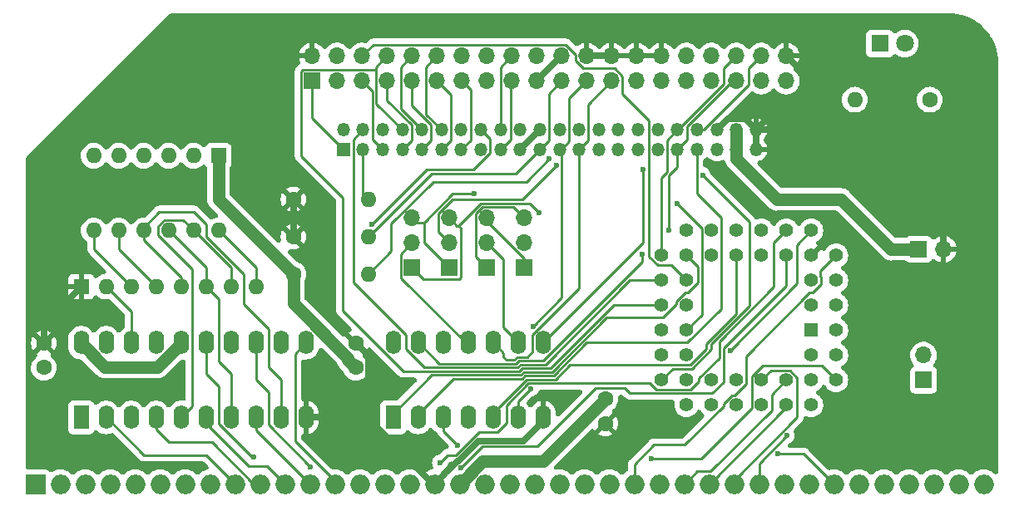
<source format=gbr>
%TF.GenerationSoftware,KiCad,Pcbnew,(6.0.6)*%
%TF.CreationDate,2022-07-25T23:07:27+01:00*%
%TF.ProjectId,rc2014-82c55-ide,72633230-3134-42d3-9832-6335352d6964,3-pre*%
%TF.SameCoordinates,Original*%
%TF.FileFunction,Copper,L2,Bot*%
%TF.FilePolarity,Positive*%
%FSLAX46Y46*%
G04 Gerber Fmt 4.6, Leading zero omitted, Abs format (unit mm)*
G04 Created by KiCad (PCBNEW (6.0.6)) date 2022-07-25 23:07:27*
%MOMM*%
%LPD*%
G01*
G04 APERTURE LIST*
%TA.AperFunction,ComponentPad*%
%ADD10R,2.000000X2.000000*%
%TD*%
%TA.AperFunction,ComponentPad*%
%ADD11O,2.000000X2.000000*%
%TD*%
%TA.AperFunction,ComponentPad*%
%ADD12R,1.422400X1.422400*%
%TD*%
%TA.AperFunction,ComponentPad*%
%ADD13C,1.422400*%
%TD*%
%TA.AperFunction,ComponentPad*%
%ADD14C,1.600000*%
%TD*%
%TA.AperFunction,ComponentPad*%
%ADD15O,1.600000X1.600000*%
%TD*%
%TA.AperFunction,ComponentPad*%
%ADD16R,1.600000X2.400000*%
%TD*%
%TA.AperFunction,ComponentPad*%
%ADD17O,1.600000X2.400000*%
%TD*%
%TA.AperFunction,ComponentPad*%
%ADD18R,1.350000X1.350000*%
%TD*%
%TA.AperFunction,ComponentPad*%
%ADD19O,1.350000X1.350000*%
%TD*%
%TA.AperFunction,ComponentPad*%
%ADD20R,1.600000X1.600000*%
%TD*%
%TA.AperFunction,ComponentPad*%
%ADD21R,1.700000X1.700000*%
%TD*%
%TA.AperFunction,ComponentPad*%
%ADD22O,1.700000X1.700000*%
%TD*%
%TA.AperFunction,ComponentPad*%
%ADD23R,1.800000X1.800000*%
%TD*%
%TA.AperFunction,ComponentPad*%
%ADD24C,1.800000*%
%TD*%
%TA.AperFunction,ViaPad*%
%ADD25C,0.600000*%
%TD*%
%TA.AperFunction,Conductor*%
%ADD26C,1.270000*%
%TD*%
%TA.AperFunction,Conductor*%
%ADD27C,0.635000*%
%TD*%
%TA.AperFunction,Conductor*%
%ADD28C,0.254000*%
%TD*%
G04 APERTURE END LIST*
D10*
%TO.P,P1,1,Pin_1*%
%TO.N,unconnected-(P1-Pad1)*%
X62000000Y-163000000D03*
D11*
%TO.P,P1,2,Pin_2*%
%TO.N,unconnected-(P1-Pad2)*%
X64540000Y-163000000D03*
%TO.P,P1,3,Pin_3*%
%TO.N,unconnected-(P1-Pad3)*%
X67080000Y-163000000D03*
%TO.P,P1,4,Pin_4*%
%TO.N,unconnected-(P1-Pad4)*%
X69620000Y-163000000D03*
%TO.P,P1,5,Pin_5*%
%TO.N,unconnected-(P1-Pad5)*%
X72160000Y-163000000D03*
%TO.P,P1,6,Pin_6*%
%TO.N,unconnected-(P1-Pad6)*%
X74700000Y-163000000D03*
%TO.P,P1,7,Pin_7*%
%TO.N,unconnected-(P1-Pad7)*%
X77240000Y-163000000D03*
%TO.P,P1,8,Pin_8*%
%TO.N,unconnected-(P1-Pad8)*%
X79780000Y-163000000D03*
%TO.P,P1,9,Pin_9*%
%TO.N,/A7*%
X82320000Y-163000000D03*
%TO.P,P1,10,Pin_10*%
%TO.N,/A6*%
X84860000Y-163000000D03*
%TO.P,P1,11,Pin_11*%
%TO.N,/A5*%
X87400000Y-163000000D03*
%TO.P,P1,12,Pin_12*%
%TO.N,/A4*%
X89940000Y-163000000D03*
%TO.P,P1,13,Pin_13*%
%TO.N,/A3*%
X92480000Y-163000000D03*
%TO.P,P1,14,Pin_14*%
%TO.N,/A2*%
X95020000Y-163000000D03*
%TO.P,P1,15,Pin_15*%
%TO.N,/A1*%
X97560000Y-163000000D03*
%TO.P,P1,16,Pin_16*%
%TO.N,/A0*%
X100100000Y-163000000D03*
%TO.P,P1,17,Pin_17*%
%TO.N,GND*%
X102640000Y-163000000D03*
%TO.P,P1,18,Pin_18*%
%TO.N,VCC*%
X105180000Y-163000000D03*
%TO.P,P1,19,Pin_19*%
%TO.N,/~{M1}*%
X107720000Y-163000000D03*
%TO.P,P1,20,Pin_20*%
%TO.N,/~{RESET}*%
X110260000Y-163000000D03*
%TO.P,P1,21,Pin_21*%
%TO.N,unconnected-(P1-Pad21)*%
X112800000Y-163000000D03*
%TO.P,P1,22,Pin_22*%
%TO.N,unconnected-(P1-Pad22)*%
X115340000Y-163000000D03*
%TO.P,P1,23,Pin_23*%
%TO.N,unconnected-(P1-Pad23)*%
X117880000Y-163000000D03*
%TO.P,P1,24,Pin_24*%
%TO.N,/~{WR}*%
X120420000Y-163000000D03*
%TO.P,P1,25,Pin_25*%
%TO.N,/~{RD}*%
X122960000Y-163000000D03*
%TO.P,P1,26,Pin_26*%
%TO.N,/~{IORQ}*%
X125500000Y-163000000D03*
%TO.P,P1,27,Pin_27*%
%TO.N,/D0*%
X128040000Y-163000000D03*
%TO.P,P1,28,Pin_28*%
%TO.N,/D1*%
X130580000Y-163000000D03*
%TO.P,P1,29,Pin_29*%
%TO.N,/D2*%
X133120000Y-163000000D03*
%TO.P,P1,30,Pin_30*%
%TO.N,/D3*%
X135660000Y-163000000D03*
%TO.P,P1,31,Pin_31*%
%TO.N,/D4*%
X138200000Y-163000000D03*
%TO.P,P1,32,Pin_32*%
%TO.N,/D5*%
X140740000Y-163000000D03*
%TO.P,P1,33,Pin_33*%
%TO.N,/D6*%
X143280000Y-163000000D03*
%TO.P,P1,34,Pin_34*%
%TO.N,/D7*%
X145820000Y-163000000D03*
%TO.P,P1,35,Pin_35*%
%TO.N,unconnected-(P1-Pad35)*%
X148360000Y-163000000D03*
%TO.P,P1,36,Pin_36*%
%TO.N,unconnected-(P1-Pad36)*%
X150900000Y-163000000D03*
%TO.P,P1,37,Pin_37*%
%TO.N,unconnected-(P1-Pad37)*%
X153440000Y-163000000D03*
%TO.P,P1,38,Pin_38*%
%TO.N,unconnected-(P1-Pad38)*%
X155980000Y-163000000D03*
%TO.P,P1,39,Pin_39*%
%TO.N,unconnected-(P1-Pad39)*%
X158520000Y-163000000D03*
%TD*%
D12*
%TO.P,U1,1,NC*%
%TO.N,unconnected-(U1-Pad1)*%
X140970000Y-147320000D03*
D13*
%TO.P,U1,2,PA3*%
%TO.N,/PA3*%
X143510000Y-144780000D03*
%TO.P,U1,3,PA2*%
%TO.N,/PA2*%
X140970000Y-144780000D03*
%TO.P,U1,4,PA1*%
%TO.N,/PA1*%
X143510000Y-142240000D03*
%TO.P,U1,5,PA0*%
%TO.N,/PA0*%
X140970000Y-142240000D03*
%TO.P,U1,6,~{RD}*%
%TO.N,/~{RD}*%
X143510000Y-139700000D03*
%TO.P,U1,7,~{CS}*%
%TO.N,/~{PIO_CS}*%
X140970000Y-137160000D03*
%TO.P,U1,8,GND*%
%TO.N,GND*%
X140970000Y-139700000D03*
%TO.P,U1,9,A1*%
%TO.N,/A1*%
X138430000Y-137160000D03*
%TO.P,U1,10,A0*%
%TO.N,/A0*%
X138430000Y-139700000D03*
%TO.P,U1,11,PC7*%
%TO.N,/PC7*%
X135890000Y-137160000D03*
%TO.P,U1,12,NC*%
%TO.N,unconnected-(U1-Pad12)*%
X135890000Y-139700000D03*
%TO.P,U1,13,PC6*%
%TO.N,/PC6*%
X133350000Y-137160000D03*
%TO.P,U1,14,PC5*%
%TO.N,/PC5*%
X133350000Y-139700000D03*
%TO.P,U1,15,PC4*%
%TO.N,/PC4*%
X130810000Y-137160000D03*
%TO.P,U1,16,PC0*%
%TO.N,/PC0*%
X130810000Y-139700000D03*
%TO.P,U1,17,PC1*%
%TO.N,/PC1*%
X128270000Y-137160000D03*
%TO.P,U1,18,PC2*%
%TO.N,/DA2*%
X125730000Y-139700000D03*
%TO.P,U1,19,PC3*%
%TO.N,/PC3*%
X128270000Y-139700000D03*
%TO.P,U1,20,PB0*%
%TO.N,/PB0*%
X125730000Y-142240000D03*
%TO.P,U1,21,PB1*%
%TO.N,/PB1*%
X128270000Y-142240000D03*
%TO.P,U1,22,PB2*%
%TO.N,/PB2*%
X125730000Y-144780000D03*
%TO.P,U1,23,NC*%
%TO.N,unconnected-(U1-Pad23)*%
X128270000Y-144780000D03*
%TO.P,U1,24,PB3*%
%TO.N,/PB3*%
X125730000Y-147320000D03*
%TO.P,U1,25,PB4*%
%TO.N,/PB4*%
X128270000Y-147320000D03*
%TO.P,U1,26,PB5*%
%TO.N,/PB5*%
X125730000Y-149860000D03*
%TO.P,U1,27,PB6*%
%TO.N,/PB6*%
X128270000Y-149860000D03*
%TO.P,U1,28,PB7*%
%TO.N,/PB7*%
X125730000Y-152400000D03*
%TO.P,U1,29,VCC*%
%TO.N,VCC*%
X128270000Y-154940000D03*
%TO.P,U1,30,D7*%
%TO.N,/D7*%
X128270000Y-152400000D03*
%TO.P,U1,31,D6*%
%TO.N,/D6*%
X130810000Y-154940000D03*
%TO.P,U1,32,D5*%
%TO.N,/D5*%
X130810000Y-152400000D03*
%TO.P,U1,33,D4*%
%TO.N,/D4*%
X133350000Y-154940000D03*
%TO.P,U1,34,NC*%
%TO.N,unconnected-(U1-Pad34)*%
X133350000Y-152400000D03*
%TO.P,U1,35,D3*%
%TO.N,/D3*%
X135890000Y-154940000D03*
%TO.P,U1,36,D2*%
%TO.N,/D2*%
X135890000Y-152400000D03*
%TO.P,U1,37,D1*%
%TO.N,/D1*%
X138430000Y-154940000D03*
%TO.P,U1,38,D0*%
%TO.N,/D0*%
X138430000Y-152400000D03*
%TO.P,U1,39,RESET*%
%TO.N,/RESET*%
X140970000Y-154940000D03*
%TO.P,U1,40,~{WR}*%
%TO.N,/~{WR}*%
X143510000Y-152400000D03*
%TO.P,U1,41,PA7*%
%TO.N,/PA7*%
X140970000Y-152400000D03*
%TO.P,U1,42,PA6*%
%TO.N,/PA6*%
X143510000Y-149860000D03*
%TO.P,U1,43,PA5*%
%TO.N,/PA5*%
X140970000Y-149860000D03*
%TO.P,U1,44,PA4*%
%TO.N,/PA4*%
X143510000Y-147320000D03*
%TD*%
D14*
%TO.P,R1,1*%
%TO.N,Net-(D1-Pad1)*%
X153035000Y-123825000D03*
D15*
%TO.P,R1,2*%
%TO.N,/~{ACT}*%
X145415000Y-123825000D03*
%TD*%
D16*
%TO.P,U2,1,G*%
%TO.N,/~{IORQ}*%
X66675000Y-156210000D03*
D17*
%TO.P,U2,2,P0*%
%TO.N,/A7*%
X69215000Y-156210000D03*
%TO.P,U2,3,R0*%
%TO.N,Net-(RN1-Pad8)*%
X71755000Y-156210000D03*
%TO.P,U2,4,P1*%
%TO.N,/A6*%
X74295000Y-156210000D03*
%TO.P,U2,5,R1*%
%TO.N,Net-(RN1-Pad7)*%
X76835000Y-156210000D03*
%TO.P,U2,6,P2*%
%TO.N,/A5*%
X79375000Y-156210000D03*
%TO.P,U2,7,R2*%
%TO.N,Net-(RN1-Pad6)*%
X81915000Y-156210000D03*
%TO.P,U2,8,P3*%
%TO.N,/A4*%
X84455000Y-156210000D03*
%TO.P,U2,9,R3*%
%TO.N,Net-(RN1-Pad5)*%
X86995000Y-156210000D03*
%TO.P,U2,10,GND*%
%TO.N,GND*%
X89535000Y-156210000D03*
%TO.P,U2,11,P4*%
%TO.N,/A3*%
X89535000Y-148590000D03*
%TO.P,U2,12,R4*%
%TO.N,Net-(RN1-Pad4)*%
X86995000Y-148590000D03*
%TO.P,U2,13,P5*%
%TO.N,/A2*%
X84455000Y-148590000D03*
%TO.P,U2,14,R5*%
%TO.N,Net-(RN1-Pad3)*%
X81915000Y-148590000D03*
%TO.P,U2,15,P6*%
%TO.N,/~{M1}*%
X79375000Y-148590000D03*
%TO.P,U2,16,R6*%
%TO.N,VCC*%
X76835000Y-148590000D03*
%TO.P,U2,17,P7*%
%TO.N,Net-(RN1-Pad2)*%
X74295000Y-148590000D03*
%TO.P,U2,18,R7*%
X71755000Y-148590000D03*
%TO.P,U2,19,P=R*%
%TO.N,/~{PIO_CS}*%
X69215000Y-148590000D03*
%TO.P,U2,20,VCC*%
%TO.N,VCC*%
X66675000Y-148590000D03*
%TD*%
D16*
%TO.P,U3,1*%
%TO.N,/PC3*%
X98425000Y-156210000D03*
D17*
%TO.P,U3,2*%
%TO.N,/~{DCS0}*%
X100965000Y-156210000D03*
%TO.P,U3,3*%
%TO.N,/~{RESET}*%
X103505000Y-156210000D03*
%TO.P,U3,4*%
%TO.N,/RESET*%
X106045000Y-156210000D03*
%TO.P,U3,5*%
%TO.N,/PC5*%
X108585000Y-156210000D03*
%TO.P,U3,6*%
%TO.N,/~{DIOW}*%
X111125000Y-156210000D03*
%TO.P,U3,7,GND*%
%TO.N,GND*%
X113665000Y-156210000D03*
%TO.P,U3,8*%
%TO.N,/~{DCS1}*%
X113665000Y-148590000D03*
%TO.P,U3,9*%
%TO.N,/DCS1*%
X111125000Y-148590000D03*
%TO.P,U3,10*%
%TO.N,/~{DIOR}*%
X108585000Y-148590000D03*
%TO.P,U3,11*%
%TO.N,/DIOR*%
X106045000Y-148590000D03*
%TO.P,U3,12*%
%TO.N,/~{DRESET}*%
X103505000Y-148590000D03*
%TO.P,U3,13*%
%TO.N,/PC7*%
X100965000Y-148590000D03*
%TO.P,U3,14,VCC*%
%TO.N,VCC*%
X98425000Y-148590000D03*
%TD*%
D18*
%TO.P,J3,1,Pin_1*%
%TO.N,/~{DRESET}*%
X93345000Y-128905000D03*
D19*
%TO.P,J3,2,Pin_2*%
%TO.N,GND*%
X93345000Y-126905000D03*
%TO.P,J3,3,Pin_3*%
%TO.N,/PA7*%
X95345000Y-128905000D03*
%TO.P,J3,4,Pin_4*%
%TO.N,/PB0*%
X95345000Y-126905000D03*
%TO.P,J3,5,Pin_5*%
%TO.N,/PA6*%
X97345000Y-128905000D03*
%TO.P,J3,6,Pin_6*%
%TO.N,/PB1*%
X97345000Y-126905000D03*
%TO.P,J3,7,Pin_7*%
%TO.N,/PA5*%
X99345000Y-128905000D03*
%TO.P,J3,8,Pin_8*%
%TO.N,/PB2*%
X99345000Y-126905000D03*
%TO.P,J3,9,Pin_9*%
%TO.N,/PA4*%
X101345000Y-128905000D03*
%TO.P,J3,10,Pin_10*%
%TO.N,/PB3*%
X101345000Y-126905000D03*
%TO.P,J3,11,Pin_11*%
%TO.N,/PA3*%
X103345000Y-128905000D03*
%TO.P,J3,12,Pin_12*%
%TO.N,/PB4*%
X103345000Y-126905000D03*
%TO.P,J3,13,Pin_13*%
%TO.N,/PA2*%
X105345000Y-128905000D03*
%TO.P,J3,14,Pin_14*%
%TO.N,/PB5*%
X105345000Y-126905000D03*
%TO.P,J3,15,Pin_15*%
%TO.N,/PA1*%
X107345000Y-128905000D03*
%TO.P,J3,16,Pin_16*%
%TO.N,/PB6*%
X107345000Y-126905000D03*
%TO.P,J3,17,Pin_17*%
%TO.N,/PA0*%
X109345000Y-128905000D03*
%TO.P,J3,18,Pin_18*%
%TO.N,/PB7*%
X109345000Y-126905000D03*
%TO.P,J3,19,Pin_19*%
%TO.N,GND*%
X111345000Y-128905000D03*
%TO.P,J3,20,Pin_20*%
%TO.N,unconnected-(J3-Pad20)*%
X111345000Y-126905000D03*
%TO.P,J3,21,Pin_21*%
%TO.N,/DMARQ*%
X113345000Y-128905000D03*
%TO.P,J3,22,Pin_22*%
%TO.N,GND*%
X113345000Y-126905000D03*
%TO.P,J3,23,Pin_23*%
%TO.N,/~{DIOW}*%
X115345000Y-128905000D03*
%TO.P,J3,24,Pin_24*%
%TO.N,GND*%
X115345000Y-126905000D03*
%TO.P,J3,25,Pin_25*%
%TO.N,/~{DIOR}*%
X117345000Y-128905000D03*
%TO.P,J3,26,Pin_26*%
%TO.N,GND*%
X117345000Y-126905000D03*
%TO.P,J3,27,Pin_27*%
%TO.N,unconnected-(J3-Pad27)*%
X119345000Y-128905000D03*
%TO.P,J3,28,Pin_28*%
%TO.N,GND*%
X119345000Y-126905000D03*
%TO.P,J3,29,Pin_29*%
%TO.N,/DMACK*%
X121345000Y-128905000D03*
%TO.P,J3,30,Pin_30*%
%TO.N,GND*%
X121345000Y-126905000D03*
%TO.P,J3,31,Pin_31*%
%TO.N,unconnected-(J3-Pad31)*%
X123345000Y-128905000D03*
%TO.P,J3,32,Pin_32*%
%TO.N,unconnected-(J3-Pad32)*%
X123345000Y-126905000D03*
%TO.P,J3,33,Pin_33*%
%TO.N,/DA1*%
X125345000Y-128905000D03*
%TO.P,J3,34,Pin_34*%
%TO.N,unconnected-(J3-Pad34)*%
X125345000Y-126905000D03*
%TO.P,J3,35,Pin_35*%
%TO.N,/DA0*%
X127345000Y-128905000D03*
%TO.P,J3,36,Pin_36*%
%TO.N,/DA2*%
X127345000Y-126905000D03*
%TO.P,J3,37,Pin_37*%
%TO.N,/~{DCS0}*%
X129345000Y-128905000D03*
%TO.P,J3,38,Pin_38*%
%TO.N,/~{DCS1}*%
X129345000Y-126905000D03*
%TO.P,J3,39,Pin_39*%
%TO.N,/~{ACT}*%
X131345000Y-128905000D03*
%TO.P,J3,40,Pin_40*%
%TO.N,GND*%
X131345000Y-126905000D03*
%TO.P,J3,41,Pin_41*%
%TO.N,/IDE_VCC*%
X133345000Y-128905000D03*
%TO.P,J3,42,Pin_42*%
X133345000Y-126905000D03*
%TO.P,J3,43,Pin_43*%
%TO.N,GND*%
X135345000Y-128905000D03*
%TO.P,J3,44,Pin_44*%
X135345000Y-126905000D03*
%TD*%
D20*
%TO.P,SW1,1*%
%TO.N,VCC*%
X80645000Y-129540000D03*
D15*
%TO.P,SW1,2*%
X78105000Y-129540000D03*
%TO.P,SW1,3*%
X75565000Y-129540000D03*
%TO.P,SW1,4*%
X73025000Y-129540000D03*
%TO.P,SW1,5*%
X70485000Y-129540000D03*
%TO.P,SW1,6*%
X67945000Y-129540000D03*
%TO.P,SW1,7*%
%TO.N,Net-(RN1-Pad3)*%
X67945000Y-137160000D03*
%TO.P,SW1,8*%
%TO.N,Net-(RN1-Pad4)*%
X70485000Y-137160000D03*
%TO.P,SW1,9*%
%TO.N,Net-(RN1-Pad5)*%
X73025000Y-137160000D03*
%TO.P,SW1,10*%
%TO.N,Net-(RN1-Pad6)*%
X75565000Y-137160000D03*
%TO.P,SW1,11*%
%TO.N,Net-(RN1-Pad7)*%
X78105000Y-137160000D03*
%TO.P,SW1,12*%
%TO.N,Net-(RN1-Pad8)*%
X80645000Y-137160000D03*
%TD*%
D14*
%TO.P,C1,1*%
%TO.N,VCC*%
X62865000Y-151130000D03*
%TO.P,C1,2*%
%TO.N,GND*%
X62865000Y-148630000D03*
%TD*%
%TO.P,C2,1*%
%TO.N,VCC*%
X120015000Y-154305000D03*
%TO.P,C2,2*%
%TO.N,GND*%
X120015000Y-156805000D03*
%TD*%
%TO.P,C3,1*%
%TO.N,VCC*%
X94615000Y-151130000D03*
%TO.P,C3,2*%
%TO.N,GND*%
X94615000Y-148630000D03*
%TD*%
D21*
%TO.P,J2,1,Pin_1*%
%TO.N,/~{DRESET}*%
X90170000Y-121920000D03*
D22*
%TO.P,J2,2,Pin_2*%
%TO.N,GND*%
X90170000Y-119380000D03*
%TO.P,J2,3,Pin_3*%
%TO.N,/PA7*%
X92710000Y-121920000D03*
%TO.P,J2,4,Pin_4*%
%TO.N,/PB0*%
X92710000Y-119380000D03*
%TO.P,J2,5,Pin_5*%
%TO.N,/PA6*%
X95250000Y-121920000D03*
%TO.P,J2,6,Pin_6*%
%TO.N,/PB1*%
X95250000Y-119380000D03*
%TO.P,J2,7,Pin_7*%
%TO.N,/PA5*%
X97790000Y-121920000D03*
%TO.P,J2,8,Pin_8*%
%TO.N,/PB2*%
X97790000Y-119380000D03*
%TO.P,J2,9,Pin_9*%
%TO.N,/PA4*%
X100330000Y-121920000D03*
%TO.P,J2,10,Pin_10*%
%TO.N,/PB3*%
X100330000Y-119380000D03*
%TO.P,J2,11,Pin_11*%
%TO.N,/PA3*%
X102870000Y-121920000D03*
%TO.P,J2,12,Pin_12*%
%TO.N,/PB4*%
X102870000Y-119380000D03*
%TO.P,J2,13,Pin_13*%
%TO.N,/PA2*%
X105410000Y-121920000D03*
%TO.P,J2,14,Pin_14*%
%TO.N,/PB5*%
X105410000Y-119380000D03*
%TO.P,J2,15,Pin_15*%
%TO.N,/PA1*%
X107950000Y-121920000D03*
%TO.P,J2,16,Pin_16*%
%TO.N,/PB6*%
X107950000Y-119380000D03*
%TO.P,J2,17,Pin_17*%
%TO.N,/PA0*%
X110490000Y-121920000D03*
%TO.P,J2,18,Pin_18*%
%TO.N,/PB7*%
X110490000Y-119380000D03*
%TO.P,J2,19,Pin_19*%
%TO.N,GND*%
X113030000Y-121920000D03*
%TO.P,J2,20,Pin_20*%
%TO.N,unconnected-(J2-Pad20)*%
X113030000Y-119380000D03*
%TO.P,J2,21,Pin_21*%
%TO.N,/DMARQ*%
X115570000Y-121920000D03*
%TO.P,J2,22,Pin_22*%
%TO.N,GND*%
X115570000Y-119380000D03*
%TO.P,J2,23,Pin_23*%
%TO.N,/~{DIOW}*%
X118110000Y-121920000D03*
%TO.P,J2,24,Pin_24*%
%TO.N,GND*%
X118110000Y-119380000D03*
%TO.P,J2,25,Pin_25*%
%TO.N,/~{DIOR}*%
X120650000Y-121920000D03*
%TO.P,J2,26,Pin_26*%
%TO.N,GND*%
X120650000Y-119380000D03*
%TO.P,J2,27,Pin_27*%
%TO.N,unconnected-(J2-Pad27)*%
X123190000Y-121920000D03*
%TO.P,J2,28,Pin_28*%
%TO.N,GND*%
X123190000Y-119380000D03*
%TO.P,J2,29,Pin_29*%
%TO.N,/DMACK*%
X125730000Y-121920000D03*
%TO.P,J2,30,Pin_30*%
%TO.N,GND*%
X125730000Y-119380000D03*
%TO.P,J2,31,Pin_31*%
%TO.N,unconnected-(J2-Pad31)*%
X128270000Y-121920000D03*
%TO.P,J2,32,Pin_32*%
%TO.N,unconnected-(J2-Pad32)*%
X128270000Y-119380000D03*
%TO.P,J2,33,Pin_33*%
%TO.N,/DA1*%
X130810000Y-121920000D03*
%TO.P,J2,34,Pin_34*%
%TO.N,unconnected-(J2-Pad34)*%
X130810000Y-119380000D03*
%TO.P,J2,35,Pin_35*%
%TO.N,/DA0*%
X133350000Y-121920000D03*
%TO.P,J2,36,Pin_36*%
%TO.N,/DA2*%
X133350000Y-119380000D03*
%TO.P,J2,37,Pin_37*%
%TO.N,/~{DCS0}*%
X135890000Y-121920000D03*
%TO.P,J2,38,Pin_38*%
%TO.N,/~{DCS1}*%
X135890000Y-119380000D03*
%TO.P,J2,39,Pin_39*%
%TO.N,/~{ACT}*%
X138430000Y-121920000D03*
%TO.P,J2,40,Pin_40*%
%TO.N,GND*%
X138430000Y-119380000D03*
%TD*%
D21*
%TO.P,J1,1,Pin_1*%
%TO.N,/IDE_VCC*%
X151892000Y-139065000D03*
D22*
%TO.P,J1,2,Pin_2*%
%TO.N,GND*%
X154432000Y-139065000D03*
%TD*%
D21*
%TO.P,JP1,1,A*%
%TO.N,/PC0*%
X111760000Y-140970000D03*
D22*
%TO.P,JP1,2,C*%
%TO.N,/DA0*%
X111760000Y-138430000D03*
%TO.P,JP1,3,B*%
%TO.N,/PC4*%
X111760000Y-135890000D03*
%TD*%
D21*
%TO.P,JP2,1,A*%
%TO.N,/PC4*%
X107950000Y-140970000D03*
D22*
%TO.P,JP2,2,C*%
%TO.N,/DCS1*%
X107950000Y-138430000D03*
%TO.P,JP2,3,B*%
%TO.N,/PC0*%
X107950000Y-135890000D03*
%TD*%
D21*
%TO.P,JP3,1,A*%
%TO.N,/PC1*%
X104140000Y-140970000D03*
D22*
%TO.P,JP3,2,C*%
%TO.N,/DA1*%
X104140000Y-138430000D03*
%TO.P,JP3,3,B*%
%TO.N,/PC6*%
X104140000Y-135890000D03*
%TD*%
D21*
%TO.P,JP4,1,A*%
%TO.N,/PC6*%
X100330000Y-140970000D03*
D22*
%TO.P,JP4,2,C*%
%TO.N,/DIOR*%
X100330000Y-138430000D03*
%TO.P,JP4,3,B*%
%TO.N,/PC1*%
X100330000Y-135890000D03*
%TD*%
D20*
%TO.P,RN1,1,common*%
%TO.N,GND*%
X66675000Y-142875000D03*
D15*
%TO.P,RN1,2,R1*%
%TO.N,Net-(RN1-Pad2)*%
X69215000Y-142875000D03*
%TO.P,RN1,3,R2*%
%TO.N,Net-(RN1-Pad3)*%
X71755000Y-142875000D03*
%TO.P,RN1,4,R3*%
%TO.N,Net-(RN1-Pad4)*%
X74295000Y-142875000D03*
%TO.P,RN1,5,R4*%
%TO.N,Net-(RN1-Pad5)*%
X76835000Y-142875000D03*
%TO.P,RN1,6,R5*%
%TO.N,Net-(RN1-Pad6)*%
X79375000Y-142875000D03*
%TO.P,RN1,7,R6*%
%TO.N,Net-(RN1-Pad7)*%
X81915000Y-142875000D03*
%TO.P,RN1,8,R7*%
%TO.N,Net-(RN1-Pad8)*%
X84455000Y-142875000D03*
%TD*%
D14*
%TO.P,R2,1*%
%TO.N,GND*%
X88265000Y-133985000D03*
D15*
%TO.P,R2,2*%
%TO.N,/PA7*%
X95885000Y-133985000D03*
%TD*%
D14*
%TO.P,R3,1*%
%TO.N,GND*%
X88265000Y-137795000D03*
D15*
%TO.P,R3,2*%
%TO.N,/DMARQ*%
X95885000Y-137795000D03*
%TD*%
D14*
%TO.P,R4,1*%
%TO.N,VCC*%
X88265000Y-141605000D03*
D15*
%TO.P,R4,2*%
%TO.N,/DMACK*%
X95885000Y-141605000D03*
%TD*%
D23*
%TO.P,D1,1,K*%
%TO.N,Net-(D1-Pad1)*%
X147955000Y-118110000D03*
D24*
%TO.P,D1,2,A*%
%TO.N,VCC*%
X150495000Y-118110000D03*
%TD*%
D21*
%TO.P,J5,1,Pin_1*%
%TO.N,VCC*%
X152400000Y-152400000D03*
D22*
%TO.P,J5,2,Pin_2*%
%TO.N,/IDE_VCC*%
X152400000Y-149860000D03*
%TD*%
D25*
%TO.N,/D3*%
X138464300Y-158065000D03*
%TO.N,/D6*%
X137545800Y-159936400D03*
%TO.N,/A1*%
X103181100Y-160812000D03*
%TO.N,/A2*%
X90021700Y-161255300D03*
%TO.N,/A0*%
X105310195Y-161367895D03*
%TO.N,/PB4*%
X127311700Y-134412900D03*
%TO.N,/~{DIOW}*%
X112420200Y-153265097D03*
X112645457Y-146935457D03*
%TO.N,/PC7*%
X123798500Y-139572600D03*
%TO.N,/PB6*%
X96260500Y-136532400D03*
%TO.N,/PB7*%
X129919600Y-131499100D03*
%TO.N,/DA0*%
X126497900Y-137126700D03*
%TO.N,/DA1*%
X115021300Y-130555100D03*
%TO.N,/PC6*%
X113291900Y-135301800D03*
%TO.N,/PC1*%
X106674500Y-133435000D03*
%TO.N,/DMACK*%
X114271900Y-129851600D03*
%TO.N,/~{DCS1}*%
X123837800Y-130937400D03*
%TO.N,/~{RESET}*%
X104969600Y-159057100D03*
%TO.N,/~{WR}*%
X124703255Y-160411745D03*
%TO.N,/~{PIO_CS}*%
X132705500Y-149367600D03*
%TO.N,/~{M1}*%
X84231800Y-160257700D03*
%TD*%
D26*
%TO.N,VCC*%
X66675000Y-148658322D02*
X69076678Y-151060000D01*
X120015000Y-154305000D02*
X113665000Y-160655000D01*
X88265000Y-141605000D02*
X88265000Y-144591762D01*
X80645000Y-129540000D02*
X80645000Y-133985000D01*
X69076678Y-151060000D02*
X74433322Y-151060000D01*
X80645000Y-133985000D02*
X88265000Y-141605000D01*
X93815001Y-150141763D02*
X93815001Y-150330001D01*
X74433322Y-151060000D02*
X76835000Y-148658322D01*
X88265000Y-144591762D02*
X93815001Y-150141763D01*
X107525000Y-160655000D02*
X105180000Y-163000000D01*
X113665000Y-160655000D02*
X107525000Y-160655000D01*
X93815001Y-150330001D02*
X94615000Y-151130000D01*
D27*
%TO.N,GND*%
X154432000Y-139065000D02*
X154432000Y-137687000D01*
X115570000Y-119380000D02*
X113030000Y-121920000D01*
X105016606Y-160623394D02*
X104952834Y-160623394D01*
X140970000Y-121920000D02*
X140970000Y-124460000D01*
X95892700Y-155795900D02*
X95892700Y-149907700D01*
X62865000Y-146685000D02*
X62865000Y-148630000D01*
X138430000Y-119380000D02*
X140970000Y-121920000D01*
X140970000Y-124460000D02*
X137790000Y-124460000D01*
X113345000Y-126905000D02*
X111345000Y-128905000D01*
X120650000Y-119380000D02*
X118110000Y-119380000D01*
X135345000Y-128905000D02*
X135345000Y-126905000D01*
X111691900Y-158583100D02*
X107056900Y-158583100D01*
X95892700Y-149907700D02*
X94615000Y-148630000D01*
X143650000Y-126905000D02*
X135345000Y-126905000D01*
X103639999Y-161936229D02*
X103639999Y-162000001D01*
X95617900Y-156070700D02*
X95892700Y-155795900D01*
X154432000Y-137687000D02*
X143650000Y-126905000D01*
X132466100Y-125783900D02*
X134223900Y-125783900D01*
X131345000Y-126905000D02*
X132466100Y-125783900D01*
X89535000Y-156210000D02*
X95478600Y-156210000D01*
X104952834Y-160623394D02*
X103639999Y-161936229D01*
X137790000Y-124460000D02*
X135345000Y-126905000D01*
X113665000Y-156610000D02*
X111691900Y-158583100D01*
X107056900Y-158583100D02*
X105016606Y-160623394D01*
X103639999Y-162000001D02*
X102640000Y-163000000D01*
X88265000Y-133985000D02*
X88265000Y-137795000D01*
X102547100Y-163000000D02*
X95617900Y-156070700D01*
X66675000Y-142875000D02*
X62865000Y-146685000D01*
X134223900Y-125783900D02*
X135345000Y-126905000D01*
X95478600Y-156210000D02*
X95617900Y-156070700D01*
D28*
%TO.N,/D0*%
X129329700Y-161710300D02*
X128040000Y-163000000D01*
X130745300Y-161710300D02*
X129329700Y-161710300D01*
X136938900Y-155516700D02*
X130745300Y-161710300D01*
X138430000Y-152400000D02*
X136938900Y-153891100D01*
X136938900Y-153891100D02*
X136938900Y-155516700D01*
%TO.N,/D1*%
X138430000Y-155150000D02*
X130580000Y-163000000D01*
%TO.N,/D2*%
X139547600Y-156197800D02*
X133120000Y-162625400D01*
X136862500Y-151427500D02*
X138821808Y-151427500D01*
X138821808Y-151427500D02*
X139547600Y-152153292D01*
X135890000Y-152400000D02*
X136862500Y-151427500D01*
X139547600Y-152153292D02*
X139547600Y-156197800D01*
%TO.N,/D3*%
X135660000Y-160869300D02*
X135660000Y-163000000D01*
X138464300Y-158065000D02*
X135660000Y-160869300D01*
%TO.N,/D6*%
X140216400Y-159936400D02*
X137545800Y-159936400D01*
X143280000Y-163000000D02*
X140216400Y-159936400D01*
%TO.N,/A1*%
X104758617Y-160051883D02*
X107146100Y-157664400D01*
X131617300Y-150133200D02*
X131617300Y-148443800D01*
X109935998Y-156765902D02*
X109935998Y-154947812D01*
X129540100Y-152496100D02*
X129540100Y-152210400D01*
X137160100Y-142901000D02*
X137160100Y-138429900D01*
X103941217Y-160051883D02*
X104758617Y-160051883D01*
X128669400Y-153366800D02*
X129540100Y-152496100D01*
X137160100Y-138429900D02*
X138430000Y-137160000D01*
X129540100Y-152210400D02*
X131617300Y-150133200D01*
X125172800Y-153366800D02*
X128669400Y-153366800D01*
X131617300Y-148443800D02*
X137160100Y-142901000D01*
X124517087Y-152711087D02*
X125172800Y-153366800D01*
X109037500Y-157664400D02*
X109935998Y-156765902D01*
X112172723Y-152711087D02*
X124517087Y-152711087D01*
X107146100Y-157664400D02*
X109037500Y-157664400D01*
X103181100Y-160812000D02*
X103941217Y-160051883D01*
X109935998Y-154947812D02*
X112172723Y-152711087D01*
%TO.N,/~{DRESET}*%
X90170000Y-125730000D02*
X93345000Y-128905000D01*
X90170000Y-121920000D02*
X90170000Y-125730000D01*
%TO.N,/A4*%
X84455000Y-157515000D02*
X84455000Y-156210000D01*
X89940000Y-163000000D02*
X84455000Y-157515000D01*
%TO.N,/A3*%
X88423700Y-158616600D02*
X88423700Y-149701300D01*
X92480000Y-162672900D02*
X88423700Y-158616600D01*
X88423700Y-149701300D02*
X89535000Y-148590000D01*
%TO.N,/A2*%
X84455000Y-148590000D02*
X84455000Y-152400000D01*
X85717451Y-153662451D02*
X85717451Y-156951051D01*
X85717451Y-156951051D02*
X90021700Y-161255300D01*
X84455000Y-152400000D02*
X85717451Y-153662451D01*
%TO.N,/A5*%
X87400000Y-163000000D02*
X85606500Y-161206500D01*
X83736500Y-161206500D02*
X79375000Y-156845000D01*
X79375000Y-156845000D02*
X79375000Y-156210000D01*
X85606500Y-161206500D02*
X83736500Y-161206500D01*
%TO.N,/A6*%
X74295000Y-157480000D02*
X74295000Y-156210000D01*
X80010000Y-158750000D02*
X75565000Y-158750000D01*
X84260000Y-163000000D02*
X80010000Y-158750000D01*
X84860000Y-163000000D02*
X84260000Y-163000000D01*
X75565000Y-158750000D02*
X74295000Y-157480000D01*
%TO.N,/A7*%
X69215000Y-156210000D02*
X73059200Y-160054200D01*
X73059200Y-160054200D02*
X79374200Y-160054200D01*
X79374200Y-160054200D02*
X82320000Y-163000000D01*
%TO.N,/A0*%
X107523090Y-159155000D02*
X105310195Y-161367895D01*
X113133300Y-159155000D02*
X107523090Y-159155000D01*
X122015500Y-153235900D02*
X119052400Y-153235900D01*
X138430000Y-142765400D02*
X132080100Y-149115300D01*
X138430000Y-139700000D02*
X138430000Y-142765400D01*
X130903700Y-153748200D02*
X122527800Y-153748200D01*
X122527800Y-153748200D02*
X122015500Y-153235900D01*
X132080100Y-149115300D02*
X132080100Y-152571800D01*
X119052400Y-153235900D02*
X113133300Y-159155000D01*
X132080100Y-152571800D02*
X130903700Y-153748200D01*
%TO.N,/PA7*%
X95885000Y-133985000D02*
X95345000Y-133445000D01*
X95345000Y-133445000D02*
X95345000Y-128905000D01*
%TO.N,/PB0*%
X99695000Y-147752100D02*
X99695000Y-149239000D01*
X99695000Y-149239000D02*
X101586022Y-151130022D01*
X111059638Y-151130022D02*
X111383628Y-150806032D01*
X94384800Y-142441900D02*
X99695000Y-147752100D01*
X95345000Y-126905000D02*
X94384800Y-127865200D01*
X94384800Y-127865200D02*
X94384800Y-142441900D01*
X122479000Y-142240000D02*
X125730000Y-142240000D01*
X101586022Y-151130022D02*
X111059638Y-151130022D01*
X113912968Y-150806032D02*
X122479000Y-142240000D01*
X111383628Y-150806032D02*
X113912968Y-150806032D01*
%TO.N,/PA6*%
X97345000Y-128905000D02*
X96297300Y-127857300D01*
X96297300Y-122967300D02*
X95250000Y-121920000D01*
X96297300Y-127857300D02*
X96297300Y-122967300D01*
%TO.N,/PB1*%
X95250000Y-119380000D02*
X96391300Y-118238700D01*
X124460000Y-129333114D02*
X124460000Y-139794308D01*
X126694711Y-140664711D02*
X128270000Y-142240000D01*
X124460000Y-125978400D02*
X124416489Y-126021911D01*
X115991300Y-118238700D02*
X117005600Y-119253000D01*
X124460000Y-139794308D02*
X125330403Y-140664711D01*
X117005600Y-119864300D02*
X117791300Y-120650000D01*
X117005600Y-119253000D02*
X117005600Y-119864300D01*
X121754400Y-123272800D02*
X124460000Y-125978400D01*
X125330403Y-140664711D02*
X126694711Y-140664711D01*
X96391300Y-118238700D02*
X115991300Y-118238700D01*
X117791300Y-120650000D02*
X120945900Y-120650000D01*
X124416489Y-129289603D02*
X124460000Y-129333114D01*
X120945900Y-120650000D02*
X121754400Y-121458500D01*
X124416489Y-126021911D02*
X124416489Y-129289603D01*
X121754400Y-121458500D02*
X121754400Y-123272800D01*
%TO.N,/PA5*%
X99345000Y-128905000D02*
X100286400Y-127963600D01*
X100286400Y-127963600D02*
X100286400Y-126385700D01*
X97790000Y-123889300D02*
X97790000Y-121920000D01*
X100286400Y-126385700D02*
X97790000Y-123889300D01*
%TO.N,/PB2*%
X120849756Y-144780000D02*
X125730000Y-144780000D01*
X96678700Y-124238700D02*
X96678700Y-120802700D01*
X93272700Y-133787700D02*
X93272700Y-145328800D01*
X99454933Y-151511033D02*
X111217457Y-151511033D01*
X96678700Y-120491300D02*
X97790000Y-119380000D01*
X89203900Y-120802700D02*
X89042200Y-120964400D01*
X111541447Y-151187043D02*
X114442713Y-151187043D01*
X89042200Y-129557200D02*
X93272700Y-133787700D01*
X96678700Y-120802700D02*
X89203900Y-120802700D01*
X99345000Y-126905000D02*
X96678700Y-124238700D01*
X111217457Y-151511033D02*
X111541447Y-151187043D01*
X96678700Y-120802700D02*
X96678700Y-120491300D01*
X93272700Y-145328800D02*
X99454933Y-151511033D01*
X89042200Y-120964400D02*
X89042200Y-129557200D01*
X114442713Y-151187043D02*
X120849756Y-144780000D01*
%TO.N,/PA4*%
X102286400Y-126385700D02*
X100330000Y-124429300D01*
X101345000Y-128905000D02*
X102286400Y-127963600D01*
X100330000Y-124429300D02*
X100330000Y-121920000D01*
X102286400Y-127963600D02*
X102286400Y-126385700D01*
%TO.N,/PB3*%
X99218700Y-124778700D02*
X99218700Y-120491300D01*
X101345000Y-126905000D02*
X99218700Y-124778700D01*
X99218700Y-120491300D02*
X100330000Y-119380000D01*
%TO.N,/PA3*%
X104288000Y-123338000D02*
X102870000Y-121920000D01*
X103345000Y-128905000D02*
X104288000Y-127962000D01*
X104288000Y-127962000D02*
X104288000Y-123338000D01*
%TO.N,/PB4*%
X101758700Y-120491300D02*
X101758700Y-125318700D01*
X128270000Y-147320000D02*
X129818911Y-145771089D01*
X129818911Y-136920111D02*
X127311700Y-134412900D01*
X101758700Y-125318700D02*
X103345000Y-126905000D01*
X129818911Y-145771089D02*
X129818911Y-136920111D01*
X102870000Y-119380000D02*
X101758700Y-120491300D01*
%TO.N,/~{DIOW}*%
X111125000Y-156210000D02*
X111125000Y-154560297D01*
X116345000Y-128091600D02*
X115531600Y-128905000D01*
X111125000Y-154560297D02*
X112420200Y-153265097D01*
X115575600Y-144005314D02*
X112645457Y-146935457D01*
X116345000Y-123685000D02*
X116345000Y-128091600D01*
X115575600Y-128949000D02*
X115345000Y-129179600D01*
X118110000Y-121920000D02*
X116345000Y-123685000D01*
X115345000Y-129179600D02*
X115575600Y-129410200D01*
X115575600Y-129410200D02*
X115575600Y-144005314D01*
%TO.N,Net-(RN1-Pad2)*%
X71755000Y-145415000D02*
X71755000Y-148590000D01*
X69215000Y-142875000D02*
X71755000Y-145415000D01*
%TO.N,/PC7*%
X103124011Y-150749011D02*
X100965000Y-148590000D01*
X113719881Y-150425021D02*
X111225809Y-150425021D01*
X123798500Y-139572600D02*
X123798500Y-140346402D01*
X110901819Y-150749011D02*
X103124011Y-150749011D01*
X111225809Y-150425021D02*
X110901819Y-150749011D01*
X123798500Y-140346402D02*
X113719881Y-150425021D01*
%TO.N,/PC5*%
X133350000Y-145632800D02*
X130297300Y-148685500D01*
X130297300Y-148685500D02*
X130297300Y-149224700D01*
X114916170Y-152330076D02*
X112014904Y-152330076D01*
X130297300Y-149224700D02*
X128664800Y-150857200D01*
X116389046Y-150857200D02*
X114916170Y-152330076D01*
X108585000Y-155759980D02*
X108585000Y-156210000D01*
X133350000Y-139700000D02*
X133350000Y-145632800D01*
X128664800Y-150857200D02*
X116389046Y-150857200D01*
X112014904Y-152330076D02*
X108585000Y-155759980D01*
%TO.N,/PC3*%
X120118586Y-146050000D02*
X125846000Y-146050000D01*
X128400500Y-143510000D02*
X129438400Y-142472100D01*
X129438400Y-142472100D02*
X129438400Y-140868400D01*
X128150500Y-143510000D02*
X128400500Y-143510000D01*
X111699266Y-151568054D02*
X114600532Y-151568054D01*
X114600532Y-151568054D02*
X120118586Y-146050000D01*
X125846000Y-146050000D02*
X127241900Y-144654100D01*
X127241900Y-144418600D02*
X128150500Y-143510000D01*
X129438400Y-140868400D02*
X128270000Y-139700000D01*
X98425000Y-155810000D02*
X102342956Y-151892044D01*
X111375276Y-151892044D02*
X111699266Y-151568054D01*
X102342956Y-151892044D02*
X111375276Y-151892044D01*
X98425000Y-156210000D02*
X98425000Y-155810000D01*
X127241900Y-144654100D02*
X127241900Y-144418600D01*
%TO.N,/~{DIOR}*%
X112083989Y-150044011D02*
X112610990Y-149517010D01*
X112610990Y-147753415D02*
X117345000Y-143019405D01*
X118274400Y-127975600D02*
X117345000Y-128905000D01*
X117345000Y-143019405D02*
X117345000Y-128905000D01*
X109658000Y-150044000D02*
X109982000Y-150368000D01*
X118274400Y-124295600D02*
X118274400Y-127975600D01*
X108585000Y-148590000D02*
X109658000Y-149663000D01*
X109658000Y-149663000D02*
X109658000Y-150044000D01*
X111067990Y-150044011D02*
X112083989Y-150044011D01*
X109982000Y-150368000D02*
X110744002Y-150368000D01*
X110744002Y-150368000D02*
X111067990Y-150044011D01*
X112610990Y-149517010D02*
X112610990Y-147753415D01*
X120650000Y-121920000D02*
X118274400Y-124295600D01*
%TO.N,/PA2*%
X106286600Y-127963400D02*
X105345000Y-128905000D01*
X106286600Y-122796600D02*
X106286600Y-127963400D01*
X105410000Y-121920000D02*
X106286600Y-122796600D01*
%TO.N,/PB6*%
X108280400Y-127840400D02*
X108280400Y-129285800D01*
X106597200Y-130969000D02*
X101823800Y-130969000D01*
X101823800Y-130969100D02*
X96260500Y-136532400D01*
X108280400Y-129285800D02*
X106597200Y-130969000D01*
X101823800Y-130969000D02*
X101823800Y-130969100D01*
X107345000Y-126905000D02*
X108280400Y-127840400D01*
%TO.N,/PA0*%
X109345000Y-128905000D02*
X110345000Y-127905000D01*
X110345000Y-127905000D02*
X110345000Y-122065000D01*
%TO.N,/PB7*%
X109345000Y-120525000D02*
X110490000Y-119380000D01*
X126891400Y-151238600D02*
X128839200Y-151238600D01*
X128839200Y-151238600D02*
X130813500Y-149264300D01*
X125730000Y-152400000D02*
X126891400Y-151238600D01*
X130813500Y-149264300D02*
X130813500Y-148708400D01*
X109345000Y-126905000D02*
X109345000Y-120525000D01*
X130813500Y-148708400D02*
X134670800Y-144851100D01*
X134670800Y-144851100D02*
X134670800Y-136250300D01*
X134670800Y-136250300D02*
X129919600Y-131499100D01*
%TO.N,/DA0*%
X126497900Y-131572600D02*
X126497900Y-137126700D01*
X127345000Y-130725500D02*
X126497900Y-131572600D01*
X127345000Y-128905000D02*
X127345000Y-130725500D01*
X132982300Y-121920000D02*
X128345000Y-126557300D01*
X128345000Y-127905000D02*
X127345000Y-128905000D01*
X128345000Y-126557300D02*
X128345000Y-127905000D01*
%TO.N,/DA1*%
X104451300Y-133989300D02*
X111587100Y-133989300D01*
X103013700Y-137303700D02*
X103013700Y-135426900D01*
X104140000Y-138430000D02*
X103013700Y-137303700D01*
X103013700Y-135426900D02*
X104451300Y-133989300D01*
X111587100Y-133989300D02*
X115021300Y-130555100D01*
%TO.N,/DA2*%
X126302200Y-127947800D02*
X126302200Y-131229000D01*
X132080000Y-120650000D02*
X133350000Y-119380000D01*
X132080000Y-122239400D02*
X132080000Y-120650000D01*
X127345000Y-126905000D02*
X126302200Y-127947800D01*
X126302200Y-131229000D02*
X125730000Y-131801200D01*
X125730000Y-131801200D02*
X125730000Y-139700000D01*
X127414400Y-126905000D02*
X132080000Y-122239400D01*
%TO.N,/~{DCS0}*%
X104501945Y-152273055D02*
X111533095Y-152273055D01*
X111533095Y-152273055D02*
X111857085Y-151949065D01*
X111857085Y-151949065D02*
X114758351Y-151949065D01*
X118117416Y-148590000D02*
X128365600Y-148590000D01*
X100965000Y-156210000D02*
X100965000Y-155810000D01*
X114758351Y-151949065D02*
X118117416Y-148590000D01*
X100965000Y-155810000D02*
X104501945Y-152273055D01*
X128365600Y-148590000D02*
X131783100Y-145172500D01*
X131783100Y-145172500D02*
X131783100Y-135856300D01*
X131783100Y-135856300D02*
X129345000Y-133418200D01*
X129345000Y-133418200D02*
X129345000Y-128905000D01*
%TO.N,/PC4*%
X107950000Y-140970000D02*
X106832500Y-139852500D01*
X110649400Y-134779400D02*
X111760000Y-135890000D01*
X106832500Y-139852500D02*
X106832500Y-135440500D01*
X107493600Y-134779400D02*
X110649400Y-134779400D01*
X106832500Y-135440500D02*
X107493600Y-134779400D01*
%TO.N,/PC6*%
X100330000Y-140970000D02*
X101465700Y-142105700D01*
X105053600Y-136666600D02*
X107347400Y-134372800D01*
X112362900Y-134372800D02*
X113291900Y-135301800D01*
X104916600Y-136666600D02*
X104140000Y-135890000D01*
X105053600Y-136666600D02*
X104916600Y-136666600D01*
X105291500Y-136904500D02*
X105053600Y-136666600D01*
X105121000Y-142105700D02*
X105291500Y-141935200D01*
X107347400Y-134372800D02*
X112362900Y-134372800D01*
X101465700Y-142105700D02*
X105121000Y-142105700D01*
X105291500Y-141935200D02*
X105291500Y-136904500D01*
%TO.N,Net-(RN1-Pad4)*%
X70485000Y-139065000D02*
X70485000Y-137160000D01*
X74295000Y-142875000D02*
X70485000Y-139065000D01*
%TO.N,Net-(RN1-Pad5)*%
X74612500Y-135255000D02*
X73025000Y-136842500D01*
X83185000Y-144613900D02*
X83185000Y-141636700D01*
X78105000Y-135255000D02*
X74612500Y-135255000D01*
X79375000Y-137826700D02*
X79375000Y-136525000D01*
X85725000Y-147153900D02*
X83185000Y-144613900D01*
X86995000Y-152400000D02*
X85725000Y-151130000D01*
X86995000Y-156210000D02*
X86995000Y-152400000D01*
X73025000Y-137160000D02*
X73025000Y-138112500D01*
X83185000Y-141636700D02*
X79375000Y-137826700D01*
X79375000Y-136525000D02*
X78105000Y-135255000D01*
X73025000Y-136842500D02*
X73025000Y-137160000D01*
X73025000Y-138112500D02*
X76835000Y-141922500D01*
X76835000Y-141922500D02*
X76835000Y-142875000D01*
X85725000Y-151130000D02*
X85725000Y-147153900D01*
%TO.N,Net-(RN1-Pad6)*%
X75565000Y-137160000D02*
X79375000Y-140970000D01*
X81915000Y-156210000D02*
X81915000Y-151765000D01*
X79375000Y-140970000D02*
X79375000Y-142875000D01*
X81915000Y-151765000D02*
X80645000Y-150495000D01*
X80645000Y-150495000D02*
X80645000Y-144145000D01*
X80645000Y-144145000D02*
X79375000Y-142875000D01*
%TO.N,Net-(RN1-Pad7)*%
X77040800Y-136095800D02*
X75136936Y-136095800D01*
X81915000Y-140970000D02*
X78105000Y-137160000D01*
X78105000Y-137160000D02*
X77040800Y-136095800D01*
X74505800Y-136726936D02*
X74505800Y-137656600D01*
X77946200Y-141097000D02*
X77946200Y-155098800D01*
X75136936Y-136095800D02*
X74505800Y-136726936D01*
X81915000Y-142875000D02*
X81915000Y-140970000D01*
X77946200Y-155098800D02*
X76835000Y-156210000D01*
X74505800Y-137656600D02*
X77946200Y-141097000D01*
%TO.N,Net-(RN1-Pad8)*%
X84455000Y-142875000D02*
X84455000Y-140970000D01*
X84455000Y-140970000D02*
X80645000Y-137160000D01*
D26*
%TO.N,/IDE_VCC*%
X144025000Y-133985000D02*
X149105000Y-139065000D01*
X133345000Y-129859594D02*
X137470406Y-133985000D01*
X149105000Y-139065000D02*
X151892000Y-139065000D01*
X133345000Y-128905000D02*
X133345000Y-129859594D01*
X133345000Y-128905000D02*
X133345000Y-126905000D01*
X137470406Y-133985000D02*
X144025000Y-133985000D01*
D28*
%TO.N,/PC0*%
X111760000Y-140970000D02*
X111760000Y-140014700D01*
X111760000Y-140014700D02*
X107950000Y-136204700D01*
%TO.N,/DCS1*%
X109591700Y-140071700D02*
X109591700Y-147056700D01*
X109591700Y-147056700D02*
X111125000Y-148590000D01*
X107950000Y-138430000D02*
X109591700Y-140071700D01*
%TO.N,/PC1*%
X104466100Y-133435000D02*
X106674500Y-133435000D01*
X101568900Y-136332200D02*
X101568900Y-138398900D01*
X101568900Y-138398900D02*
X104140000Y-140970000D01*
X100772200Y-136332200D02*
X101568900Y-136332200D01*
X101568900Y-136332200D02*
X104466100Y-133435000D01*
%TO.N,/DIOR*%
X99225600Y-139534400D02*
X100330000Y-138430000D01*
X99225600Y-141996500D02*
X99225600Y-139534400D01*
X105819100Y-148590000D02*
X99225600Y-141996500D01*
X106045000Y-148590000D02*
X105819100Y-148590000D01*
%TO.N,Net-(RN1-Pad3)*%
X67945000Y-139065000D02*
X67945000Y-137160000D01*
X71755000Y-142875000D02*
X67945000Y-139065000D01*
%TO.N,/DMARQ*%
X113345000Y-128905000D02*
X110899600Y-131350400D01*
X102329600Y-131350400D02*
X95885000Y-137795000D01*
X110899600Y-131350400D02*
X102329600Y-131350400D01*
X115570000Y-121920000D02*
X114292200Y-123197800D01*
X114292200Y-127957800D02*
X113345000Y-128905000D01*
X114292200Y-123197800D02*
X114292200Y-127957800D01*
%TO.N,/DMACK*%
X111952200Y-132171300D02*
X102486900Y-132171300D01*
X98217500Y-139272500D02*
X95885000Y-141605000D01*
X114271900Y-129851600D02*
X111952200Y-132171300D01*
X98217500Y-136440700D02*
X98217500Y-139272500D01*
X102486900Y-132171300D02*
X98217500Y-136440700D01*
%TO.N,/~{DCS1}*%
X129987800Y-126905000D02*
X129345000Y-126905000D01*
X123837800Y-130937400D02*
X123837800Y-138417200D01*
X135890000Y-119380000D02*
X134620000Y-120650000D01*
X134620000Y-122272800D02*
X129987800Y-126905000D01*
X123837800Y-138417200D02*
X113665000Y-148590000D01*
X134620000Y-120650000D02*
X134620000Y-122272800D01*
%TO.N,/~{RESET}*%
X104969600Y-159057100D02*
X103505000Y-157592500D01*
X103505000Y-157592500D02*
X103505000Y-156210000D01*
%TO.N,/~{WR}*%
X143510000Y-152400000D02*
X142036800Y-150926800D01*
X142036800Y-150926800D02*
X135998892Y-150926800D01*
X134925289Y-155269711D02*
X129783255Y-160411745D01*
X129783255Y-160411745D02*
X124703255Y-160411745D01*
X135998892Y-150926800D02*
X134925289Y-152000403D01*
X134925289Y-152000403D02*
X134925289Y-155269711D01*
%TO.N,/~{RD}*%
X143510000Y-139700000D02*
X141923000Y-141287000D01*
X141923000Y-141287000D02*
X141923000Y-141828692D01*
X134314711Y-152799597D02*
X133175508Y-153938800D01*
X141934711Y-141840403D02*
X141934711Y-142654689D01*
X141934711Y-142654689D02*
X141079400Y-143510000D01*
X132080100Y-155037900D02*
X128114011Y-159003989D01*
X133175508Y-153938800D02*
X132928800Y-153938800D01*
X132080100Y-154787500D02*
X132080100Y-155037900D01*
X141079400Y-143510000D02*
X140813800Y-143510000D01*
X132928800Y-153938800D02*
X132080100Y-154787500D01*
X141923000Y-141828692D02*
X141934711Y-141840403D01*
X140813800Y-143510000D02*
X134314711Y-150009089D01*
X124937181Y-159003989D02*
X122960000Y-160981170D01*
X128114011Y-159003989D02*
X124937181Y-159003989D01*
X122960000Y-160981170D02*
X122960000Y-163000000D01*
X134314711Y-150009089D02*
X134314711Y-152799597D01*
%TO.N,/~{PIO_CS}*%
X139497200Y-142575900D02*
X132705500Y-149367600D01*
X139497200Y-138632800D02*
X139497200Y-142575900D01*
X140970000Y-137160000D02*
X139497200Y-138632800D01*
%TO.N,/~{M1}*%
X84070700Y-160257700D02*
X84231800Y-160257700D01*
X80645000Y-156832000D02*
X84070700Y-160257700D01*
X79375000Y-148590000D02*
X79375000Y-151765000D01*
X80645000Y-153035000D02*
X80645000Y-156832000D01*
X79375000Y-151765000D02*
X80645000Y-153035000D01*
%TD*%
%TA.AperFunction,Conductor*%
%TO.N,GND*%
G36*
X154972314Y-115010914D02*
G01*
X154976194Y-115010961D01*
X154993724Y-115013691D01*
X155011312Y-115011391D01*
X155022192Y-115011524D01*
X155046762Y-115010434D01*
X155401904Y-115025123D01*
X155422403Y-115026821D01*
X155757174Y-115068551D01*
X155811361Y-115075305D01*
X155831660Y-115078693D01*
X156215253Y-115159124D01*
X156235202Y-115164175D01*
X156610874Y-115276017D01*
X156630339Y-115282700D01*
X156995468Y-115425173D01*
X157014314Y-115433440D01*
X157366450Y-115605589D01*
X157384523Y-115615370D01*
X157721242Y-115816010D01*
X157738463Y-115827261D01*
X158057462Y-116055021D01*
X158073703Y-116067662D01*
X158372790Y-116320976D01*
X158387931Y-116334914D01*
X158665086Y-116612069D01*
X158679023Y-116627209D01*
X158876983Y-116860939D01*
X158932338Y-116926297D01*
X158944978Y-116942537D01*
X158959799Y-116963295D01*
X159172739Y-117261537D01*
X159183990Y-117278758D01*
X159384630Y-117615477D01*
X159394411Y-117633550D01*
X159490644Y-117830397D01*
X159566560Y-117985685D01*
X159574827Y-118004532D01*
X159717300Y-118369661D01*
X159723983Y-118389126D01*
X159835825Y-118764798D01*
X159840876Y-118784747D01*
X159921307Y-119168340D01*
X159924695Y-119188639D01*
X159971119Y-119561070D01*
X159973178Y-119577590D01*
X159974877Y-119598100D01*
X159989194Y-119944266D01*
X159988394Y-119958449D01*
X159989254Y-119958459D01*
X159989038Y-119976199D01*
X159986309Y-119993724D01*
X159988609Y-120011310D01*
X159989398Y-120017346D01*
X159991500Y-120049632D01*
X159991500Y-161732848D01*
X159972546Y-161828136D01*
X159918570Y-161908918D01*
X159837788Y-161962894D01*
X159742500Y-161981848D01*
X159647212Y-161962894D01*
X159580787Y-161922189D01*
X159565249Y-161908918D01*
X159409416Y-161775824D01*
X159206963Y-161651760D01*
X158987594Y-161560895D01*
X158978086Y-161558612D01*
X158978082Y-161558611D01*
X158879837Y-161535025D01*
X158756711Y-161505465D01*
X158520000Y-161486835D01*
X158283289Y-161505465D01*
X158160163Y-161535025D01*
X158061918Y-161558611D01*
X158061914Y-161558612D01*
X158052406Y-161560895D01*
X157833037Y-161651760D01*
X157630584Y-161775824D01*
X157623154Y-161782170D01*
X157623151Y-161782172D01*
X157522279Y-161868325D01*
X157450031Y-161930031D01*
X157443674Y-161937474D01*
X157443671Y-161937477D01*
X157439339Y-161942549D01*
X157363040Y-162002696D01*
X157269533Y-162029067D01*
X157173051Y-162017646D01*
X157088285Y-161970173D01*
X157060661Y-161942549D01*
X157056329Y-161937477D01*
X157056326Y-161937474D01*
X157049969Y-161930031D01*
X156977721Y-161868325D01*
X156876849Y-161782172D01*
X156876846Y-161782170D01*
X156869416Y-161775824D01*
X156666963Y-161651760D01*
X156447594Y-161560895D01*
X156438086Y-161558612D01*
X156438082Y-161558611D01*
X156339837Y-161535025D01*
X156216711Y-161505465D01*
X155980000Y-161486835D01*
X155743289Y-161505465D01*
X155620163Y-161535025D01*
X155521918Y-161558611D01*
X155521914Y-161558612D01*
X155512406Y-161560895D01*
X155293037Y-161651760D01*
X155090584Y-161775824D01*
X155083154Y-161782170D01*
X155083151Y-161782172D01*
X154982279Y-161868325D01*
X154910031Y-161930031D01*
X154903674Y-161937474D01*
X154903671Y-161937477D01*
X154899339Y-161942549D01*
X154823040Y-162002696D01*
X154729533Y-162029067D01*
X154633051Y-162017646D01*
X154548285Y-161970173D01*
X154520661Y-161942549D01*
X154516329Y-161937477D01*
X154516326Y-161937474D01*
X154509969Y-161930031D01*
X154437721Y-161868325D01*
X154336849Y-161782172D01*
X154336846Y-161782170D01*
X154329416Y-161775824D01*
X154126963Y-161651760D01*
X153907594Y-161560895D01*
X153898086Y-161558612D01*
X153898082Y-161558611D01*
X153799837Y-161535025D01*
X153676711Y-161505465D01*
X153440000Y-161486835D01*
X153203289Y-161505465D01*
X153080163Y-161535025D01*
X152981918Y-161558611D01*
X152981914Y-161558612D01*
X152972406Y-161560895D01*
X152753037Y-161651760D01*
X152550584Y-161775824D01*
X152543154Y-161782170D01*
X152543151Y-161782172D01*
X152442279Y-161868325D01*
X152370031Y-161930031D01*
X152363674Y-161937474D01*
X152363671Y-161937477D01*
X152359339Y-161942549D01*
X152283040Y-162002696D01*
X152189533Y-162029067D01*
X152093051Y-162017646D01*
X152008285Y-161970173D01*
X151980661Y-161942549D01*
X151976329Y-161937477D01*
X151976326Y-161937474D01*
X151969969Y-161930031D01*
X151897721Y-161868325D01*
X151796849Y-161782172D01*
X151796846Y-161782170D01*
X151789416Y-161775824D01*
X151586963Y-161651760D01*
X151367594Y-161560895D01*
X151358086Y-161558612D01*
X151358082Y-161558611D01*
X151259837Y-161535025D01*
X151136711Y-161505465D01*
X150900000Y-161486835D01*
X150663289Y-161505465D01*
X150540163Y-161535025D01*
X150441918Y-161558611D01*
X150441914Y-161558612D01*
X150432406Y-161560895D01*
X150213037Y-161651760D01*
X150010584Y-161775824D01*
X150003154Y-161782170D01*
X150003151Y-161782172D01*
X149902279Y-161868325D01*
X149830031Y-161930031D01*
X149823674Y-161937474D01*
X149823671Y-161937477D01*
X149819339Y-161942549D01*
X149743040Y-162002696D01*
X149649533Y-162029067D01*
X149553051Y-162017646D01*
X149468285Y-161970173D01*
X149440661Y-161942549D01*
X149436329Y-161937477D01*
X149436326Y-161937474D01*
X149429969Y-161930031D01*
X149357721Y-161868325D01*
X149256849Y-161782172D01*
X149256846Y-161782170D01*
X149249416Y-161775824D01*
X149046963Y-161651760D01*
X148827594Y-161560895D01*
X148818086Y-161558612D01*
X148818082Y-161558611D01*
X148719837Y-161535025D01*
X148596711Y-161505465D01*
X148360000Y-161486835D01*
X148123289Y-161505465D01*
X148000163Y-161535025D01*
X147901918Y-161558611D01*
X147901914Y-161558612D01*
X147892406Y-161560895D01*
X147673037Y-161651760D01*
X147470584Y-161775824D01*
X147463154Y-161782170D01*
X147463151Y-161782172D01*
X147362279Y-161868325D01*
X147290031Y-161930031D01*
X147283674Y-161937474D01*
X147283671Y-161937477D01*
X147279339Y-161942549D01*
X147203040Y-162002696D01*
X147109533Y-162029067D01*
X147013051Y-162017646D01*
X146928285Y-161970173D01*
X146900661Y-161942549D01*
X146896329Y-161937477D01*
X146896326Y-161937474D01*
X146889969Y-161930031D01*
X146817721Y-161868325D01*
X146716849Y-161782172D01*
X146716846Y-161782170D01*
X146709416Y-161775824D01*
X146506963Y-161651760D01*
X146287594Y-161560895D01*
X146278086Y-161558612D01*
X146278082Y-161558611D01*
X146179837Y-161535025D01*
X146056711Y-161505465D01*
X145820000Y-161486835D01*
X145583289Y-161505465D01*
X145460163Y-161535025D01*
X145361918Y-161558611D01*
X145361914Y-161558612D01*
X145352406Y-161560895D01*
X145133037Y-161651760D01*
X144930584Y-161775824D01*
X144923154Y-161782170D01*
X144923151Y-161782172D01*
X144822279Y-161868325D01*
X144750031Y-161930031D01*
X144743674Y-161937474D01*
X144743671Y-161937477D01*
X144739339Y-161942549D01*
X144663040Y-162002696D01*
X144569533Y-162029067D01*
X144473051Y-162017646D01*
X144388285Y-161970173D01*
X144360661Y-161942549D01*
X144356329Y-161937477D01*
X144356326Y-161937474D01*
X144349969Y-161930031D01*
X144277721Y-161868325D01*
X144176849Y-161782172D01*
X144176846Y-161782170D01*
X144169416Y-161775824D01*
X143966963Y-161651760D01*
X143747594Y-161560895D01*
X143738086Y-161558612D01*
X143738082Y-161558611D01*
X143639837Y-161535025D01*
X143516711Y-161505465D01*
X143280000Y-161486835D01*
X143043289Y-161505465D01*
X143033769Y-161507750D01*
X143033766Y-161507751D01*
X142889311Y-161542431D01*
X142792231Y-161546245D01*
X142701081Y-161512618D01*
X142655114Y-161476381D01*
X140718458Y-159539725D01*
X140714737Y-159535635D01*
X140709953Y-159528097D01*
X140661562Y-159482655D01*
X140655944Y-159477211D01*
X140637494Y-159458761D01*
X140631317Y-159453969D01*
X140629312Y-159452202D01*
X140623557Y-159446966D01*
X140592906Y-159418183D01*
X140579177Y-159410635D01*
X140572434Y-159405736D01*
X140562007Y-159398886D01*
X140554842Y-159394649D01*
X140542467Y-159385050D01*
X140528093Y-159378830D01*
X140528088Y-159378827D01*
X140507061Y-159369728D01*
X140485994Y-159359408D01*
X140452203Y-159340831D01*
X140437027Y-159336934D01*
X140429292Y-159333872D01*
X140417459Y-159329821D01*
X140409483Y-159327504D01*
X140395108Y-159321283D01*
X140379642Y-159318833D01*
X140379637Y-159318832D01*
X140357012Y-159315249D01*
X140334042Y-159310492D01*
X140311856Y-159304796D01*
X140296682Y-159300900D01*
X140281018Y-159300900D01*
X140272770Y-159299858D01*
X140260312Y-159298877D01*
X140251993Y-159298616D01*
X140236521Y-159296165D01*
X140220927Y-159297639D01*
X140220925Y-159297639D01*
X140198120Y-159299795D01*
X140174687Y-159300900D01*
X138849223Y-159300900D01*
X138753935Y-159281946D01*
X138673153Y-159227970D01*
X138619177Y-159147188D01*
X138600223Y-159051900D01*
X138619177Y-158956612D01*
X138673153Y-158875830D01*
X138753935Y-158821854D01*
X138772278Y-158815087D01*
X138787165Y-158810250D01*
X138787166Y-158810250D01*
X138800408Y-158805947D01*
X138812364Y-158798820D01*
X138812368Y-158798818D01*
X138944257Y-158720196D01*
X138944259Y-158720194D01*
X138956212Y-158713069D01*
X139087566Y-158587982D01*
X139187943Y-158436902D01*
X139195838Y-158416120D01*
X139247412Y-158280351D01*
X139247412Y-158280349D01*
X139252355Y-158267338D01*
X139254760Y-158250227D01*
X139276511Y-158095460D01*
X139276511Y-158095457D01*
X139277599Y-158087717D01*
X139277916Y-158065000D01*
X139276859Y-158055571D01*
X139259888Y-157904278D01*
X139257697Y-157884745D01*
X139252218Y-157869010D01*
X139217812Y-157770212D01*
X139198045Y-157713448D01*
X139190668Y-157701642D01*
X139186456Y-157692851D01*
X139162376Y-157598728D01*
X139176149Y-157502554D01*
X139225678Y-157418971D01*
X139234942Y-157409191D01*
X139944275Y-156699858D01*
X139948365Y-156696137D01*
X139955903Y-156691353D01*
X140001345Y-156642962D01*
X140006789Y-156637344D01*
X140025239Y-156618894D01*
X140030030Y-156612717D01*
X140031789Y-156610722D01*
X140037021Y-156604971D01*
X140065817Y-156574306D01*
X140073364Y-156560578D01*
X140078259Y-156553840D01*
X140085105Y-156543418D01*
X140089347Y-156536245D01*
X140098949Y-156523867D01*
X140105170Y-156509492D01*
X140105172Y-156509488D01*
X140114266Y-156488472D01*
X140124587Y-156467403D01*
X140135624Y-156447328D01*
X140135625Y-156447326D01*
X140143169Y-156433603D01*
X140147065Y-156418430D01*
X140150128Y-156410692D01*
X140154172Y-156398883D01*
X140156496Y-156390883D01*
X140162717Y-156376508D01*
X140168751Y-156338412D01*
X140173508Y-156315442D01*
X140179203Y-156293262D01*
X140179204Y-156293258D01*
X140183100Y-156278082D01*
X140183100Y-156271314D01*
X140212037Y-156184577D01*
X140275712Y-156111198D01*
X140362621Y-156067771D01*
X140459533Y-156060908D01*
X140533553Y-156082272D01*
X140541384Y-156085924D01*
X140541396Y-156085928D01*
X140551245Y-156090521D01*
X140757392Y-156145758D01*
X140768220Y-156146705D01*
X140768224Y-156146706D01*
X140959164Y-156163411D01*
X140970000Y-156164359D01*
X140980836Y-156163411D01*
X141171776Y-156146706D01*
X141171780Y-156146705D01*
X141182608Y-156145758D01*
X141388755Y-156090521D01*
X141582180Y-156000326D01*
X141698732Y-155918715D01*
X141748102Y-155884146D01*
X141748105Y-155884143D01*
X141757003Y-155877913D01*
X141907913Y-155727003D01*
X142030326Y-155552179D01*
X142080491Y-155444601D01*
X142115929Y-155368603D01*
X142115930Y-155368601D01*
X142120521Y-155358755D01*
X142175758Y-155152608D01*
X142178109Y-155125743D01*
X142193411Y-154950836D01*
X142194359Y-154940000D01*
X142190832Y-154899684D01*
X142176706Y-154738224D01*
X142176705Y-154738220D01*
X142175758Y-154727392D01*
X142120521Y-154521245D01*
X142114464Y-154508255D01*
X142034919Y-154337670D01*
X142034917Y-154337667D01*
X142030326Y-154327821D01*
X141907913Y-154152997D01*
X141757003Y-154002087D01*
X141748105Y-153995857D01*
X141748102Y-153995854D01*
X141591086Y-153885910D01*
X141591085Y-153885910D01*
X141582180Y-153879674D01*
X141582803Y-153878785D01*
X141517578Y-153821587D01*
X141474605Y-153734453D01*
X141468248Y-153637506D01*
X141499475Y-153545506D01*
X141563532Y-153472459D01*
X141580559Y-153461082D01*
X141582180Y-153460326D01*
X141591122Y-153454065D01*
X141748102Y-153344146D01*
X141748105Y-153344143D01*
X141757003Y-153337913D01*
X141907913Y-153187003D01*
X142030326Y-153012179D01*
X142031215Y-153012801D01*
X142088421Y-152947571D01*
X142175558Y-152904601D01*
X142272505Y-152898249D01*
X142364503Y-152929480D01*
X142437547Y-152993539D01*
X142448918Y-153010557D01*
X142449674Y-153012179D01*
X142572087Y-153187003D01*
X142722997Y-153337913D01*
X142731895Y-153344143D01*
X142731898Y-153344146D01*
X142813625Y-153401372D01*
X142897820Y-153460326D01*
X143091245Y-153550521D01*
X143297392Y-153605758D01*
X143308220Y-153606705D01*
X143308224Y-153606706D01*
X143499164Y-153623411D01*
X143510000Y-153624359D01*
X143520836Y-153623411D01*
X143711776Y-153606706D01*
X143711780Y-153606705D01*
X143722608Y-153605758D01*
X143928755Y-153550521D01*
X144122180Y-153460326D01*
X144206375Y-153401372D01*
X144288102Y-153344146D01*
X144288105Y-153344143D01*
X144297003Y-153337913D01*
X144447913Y-153187003D01*
X144570326Y-153012179D01*
X144585007Y-152980697D01*
X144655929Y-152828603D01*
X144655930Y-152828601D01*
X144660521Y-152818755D01*
X144715758Y-152612608D01*
X144734359Y-152400000D01*
X144727840Y-152325484D01*
X144716706Y-152198224D01*
X144716705Y-152198220D01*
X144715758Y-152187392D01*
X144660521Y-151981245D01*
X144654979Y-151969360D01*
X144574919Y-151797670D01*
X144574917Y-151797667D01*
X144570326Y-151787821D01*
X144447913Y-151612997D01*
X144297003Y-151462087D01*
X144288105Y-151455857D01*
X144288102Y-151455854D01*
X144131086Y-151345910D01*
X144131085Y-151345910D01*
X144122180Y-151339674D01*
X144122803Y-151338785D01*
X144057578Y-151281587D01*
X144014605Y-151194453D01*
X144008248Y-151097506D01*
X144039475Y-151005506D01*
X144103532Y-150932459D01*
X144120559Y-150921082D01*
X144122180Y-150920326D01*
X144131086Y-150914090D01*
X144288102Y-150804146D01*
X144288105Y-150804143D01*
X144297003Y-150797913D01*
X144447913Y-150647003D01*
X144570326Y-150472179D01*
X144576072Y-150459858D01*
X144655929Y-150288603D01*
X144655930Y-150288601D01*
X144660521Y-150278755D01*
X144715758Y-150072608D01*
X144717896Y-150048178D01*
X144733411Y-149870836D01*
X144733411Y-149870834D01*
X144734359Y-149860000D01*
X144731445Y-149826695D01*
X151037251Y-149826695D01*
X151050110Y-150049715D01*
X151067645Y-150127523D01*
X151088421Y-150219710D01*
X151099222Y-150267639D01*
X151183266Y-150474616D01*
X151188601Y-150483322D01*
X151188602Y-150483324D01*
X151294652Y-150656383D01*
X151294656Y-150656388D01*
X151299987Y-150665088D01*
X151313560Y-150680757D01*
X151355871Y-150729602D01*
X151403934Y-150814036D01*
X151416027Y-150910435D01*
X151390309Y-151004125D01*
X151330695Y-151080840D01*
X151304850Y-151098802D01*
X151303295Y-151099385D01*
X151294158Y-151106233D01*
X151294152Y-151106237D01*
X151256657Y-151134338D01*
X151186739Y-151186739D01*
X151099385Y-151303295D01*
X151048255Y-151439684D01*
X151046570Y-151455198D01*
X151046569Y-151455201D01*
X151042227Y-151495169D01*
X151042226Y-151495178D01*
X151041500Y-151501866D01*
X151041500Y-153298134D01*
X151042226Y-153304822D01*
X151042227Y-153304831D01*
X151045355Y-153333625D01*
X151048255Y-153360316D01*
X151099385Y-153496705D01*
X151110022Y-153510898D01*
X151132668Y-153541114D01*
X151186739Y-153613261D01*
X151303295Y-153700615D01*
X151439684Y-153751745D01*
X151455198Y-153753430D01*
X151455201Y-153753431D01*
X151495169Y-153757773D01*
X151495178Y-153757774D01*
X151501866Y-153758500D01*
X153298134Y-153758500D01*
X153304822Y-153757774D01*
X153304831Y-153757773D01*
X153344799Y-153753431D01*
X153344802Y-153753430D01*
X153360316Y-153751745D01*
X153496705Y-153700615D01*
X153613261Y-153613261D01*
X153667332Y-153541114D01*
X153689978Y-153510898D01*
X153700615Y-153496705D01*
X153751745Y-153360316D01*
X153754645Y-153333625D01*
X153757773Y-153304831D01*
X153757774Y-153304822D01*
X153758500Y-153298134D01*
X153758500Y-151501866D01*
X153757774Y-151495178D01*
X153757773Y-151495169D01*
X153753431Y-151455201D01*
X153753430Y-151455198D01*
X153751745Y-151439684D01*
X153700615Y-151303295D01*
X153613261Y-151186739D01*
X153496705Y-151099385D01*
X153497958Y-151097713D01*
X153441484Y-151050409D01*
X153396549Y-150964270D01*
X153387998Y-150867492D01*
X153417133Y-150774809D01*
X153438501Y-150743780D01*
X153438096Y-150743489D01*
X153494292Y-150665284D01*
X153568453Y-150562077D01*
X153667430Y-150361811D01*
X153674382Y-150338931D01*
X153701356Y-150250147D01*
X153732370Y-150148069D01*
X153761529Y-149926590D01*
X153761931Y-149910168D01*
X153762994Y-149866627D01*
X153763156Y-149860000D01*
X153761221Y-149836457D01*
X153745689Y-149647542D01*
X153744852Y-149637361D01*
X153736616Y-149604570D01*
X153717796Y-149529647D01*
X153690431Y-149420702D01*
X153601354Y-149215840D01*
X153480014Y-149028277D01*
X153473143Y-149020726D01*
X153473140Y-149020722D01*
X153390380Y-148929770D01*
X153329670Y-148863051D01*
X153321657Y-148856722D01*
X153321653Y-148856719D01*
X153233899Y-148787415D01*
X153154359Y-148724598D01*
X153084326Y-148685938D01*
X152967735Y-148621576D01*
X152967731Y-148621574D01*
X152958789Y-148616638D01*
X152949163Y-148613229D01*
X152949158Y-148613227D01*
X152757842Y-148545479D01*
X152757840Y-148545479D01*
X152748212Y-148542069D01*
X152528284Y-148502894D01*
X152518063Y-148502769D01*
X152518062Y-148502769D01*
X152389358Y-148501197D01*
X152304911Y-148500165D01*
X152084091Y-148533955D01*
X152074377Y-148537130D01*
X152074373Y-148537131D01*
X151925052Y-148585937D01*
X151871756Y-148603357D01*
X151673607Y-148706507D01*
X151494965Y-148840635D01*
X151340629Y-149002138D01*
X151334867Y-149010585D01*
X151248858Y-149136670D01*
X151214743Y-149186680D01*
X151120688Y-149389305D01*
X151117959Y-149399144D01*
X151117959Y-149399145D01*
X151065586Y-149587995D01*
X151060989Y-149604570D01*
X151059903Y-149614732D01*
X151038337Y-149816528D01*
X151038337Y-149816534D01*
X151037251Y-149826695D01*
X144731445Y-149826695D01*
X144728815Y-149796630D01*
X144716706Y-149658224D01*
X144716705Y-149658220D01*
X144715758Y-149647392D01*
X144660521Y-149441245D01*
X144655929Y-149431397D01*
X144574919Y-149257670D01*
X144574917Y-149257667D01*
X144570326Y-149247821D01*
X144447913Y-149072997D01*
X144297003Y-148922087D01*
X144288105Y-148915857D01*
X144288102Y-148915854D01*
X144131086Y-148805910D01*
X144131085Y-148805910D01*
X144122180Y-148799674D01*
X144122803Y-148798785D01*
X144057578Y-148741587D01*
X144014605Y-148654453D01*
X144008248Y-148557506D01*
X144039475Y-148465506D01*
X144103532Y-148392459D01*
X144120559Y-148381082D01*
X144122180Y-148380326D01*
X144186178Y-148335514D01*
X144288102Y-148264146D01*
X144288105Y-148264143D01*
X144297003Y-148257913D01*
X144447913Y-148107003D01*
X144570326Y-147932179D01*
X144579027Y-147913521D01*
X144655929Y-147748603D01*
X144655930Y-147748601D01*
X144660521Y-147738755D01*
X144715758Y-147532608D01*
X144721682Y-147464904D01*
X144733411Y-147330836D01*
X144734359Y-147320000D01*
X144727293Y-147239233D01*
X144716706Y-147118224D01*
X144716705Y-147118220D01*
X144715758Y-147107392D01*
X144660521Y-146901245D01*
X144653180Y-146885502D01*
X144574919Y-146717670D01*
X144574917Y-146717667D01*
X144570326Y-146707821D01*
X144447913Y-146532997D01*
X144297003Y-146382087D01*
X144288105Y-146375857D01*
X144288102Y-146375854D01*
X144131086Y-146265910D01*
X144131085Y-146265910D01*
X144122180Y-146259674D01*
X144122803Y-146258785D01*
X144057578Y-146201587D01*
X144014605Y-146114453D01*
X144008248Y-146017506D01*
X144039475Y-145925506D01*
X144103532Y-145852459D01*
X144120559Y-145841082D01*
X144122180Y-145840326D01*
X144206375Y-145781372D01*
X144288102Y-145724146D01*
X144288105Y-145724143D01*
X144297003Y-145717913D01*
X144447913Y-145567003D01*
X144570326Y-145392179D01*
X144576382Y-145379193D01*
X144655929Y-145208603D01*
X144655930Y-145208601D01*
X144660521Y-145198755D01*
X144715758Y-144992608D01*
X144717448Y-144973300D01*
X144733411Y-144790836D01*
X144734359Y-144780000D01*
X144723325Y-144653883D01*
X144716706Y-144578224D01*
X144716705Y-144578220D01*
X144715758Y-144567392D01*
X144660521Y-144361245D01*
X144655929Y-144351397D01*
X144574919Y-144177670D01*
X144574917Y-144177667D01*
X144570326Y-144167821D01*
X144447913Y-143992997D01*
X144297003Y-143842087D01*
X144288105Y-143835857D01*
X144288102Y-143835854D01*
X144131086Y-143725910D01*
X144131085Y-143725910D01*
X144122180Y-143719674D01*
X144122803Y-143718785D01*
X144057578Y-143661587D01*
X144014605Y-143574453D01*
X144008248Y-143477506D01*
X144039475Y-143385506D01*
X144103532Y-143312459D01*
X144120559Y-143301082D01*
X144122180Y-143300326D01*
X144131086Y-143294090D01*
X144288102Y-143184146D01*
X144288105Y-143184143D01*
X144297003Y-143177913D01*
X144447913Y-143027003D01*
X144570326Y-142852179D01*
X144580901Y-142829502D01*
X144655929Y-142668603D01*
X144655930Y-142668601D01*
X144660521Y-142658755D01*
X144715758Y-142452608D01*
X144716725Y-142441564D01*
X144733411Y-142250836D01*
X144734359Y-142240000D01*
X144728873Y-142177297D01*
X144716706Y-142038224D01*
X144716705Y-142038220D01*
X144715758Y-142027392D01*
X144660521Y-141821245D01*
X144636181Y-141769047D01*
X144574919Y-141637670D01*
X144574917Y-141637667D01*
X144570326Y-141627821D01*
X144447913Y-141452997D01*
X144297003Y-141302087D01*
X144288105Y-141295857D01*
X144288102Y-141295854D01*
X144131086Y-141185910D01*
X144131085Y-141185910D01*
X144122180Y-141179674D01*
X144122803Y-141178785D01*
X144057578Y-141121587D01*
X144014605Y-141034453D01*
X144008248Y-140937506D01*
X144039475Y-140845506D01*
X144103532Y-140772459D01*
X144120559Y-140761082D01*
X144122180Y-140760326D01*
X144133150Y-140752645D01*
X144288102Y-140644146D01*
X144288105Y-140644143D01*
X144297003Y-140637913D01*
X144447913Y-140487003D01*
X144570326Y-140312179D01*
X144576358Y-140299245D01*
X144655929Y-140128603D01*
X144655930Y-140128601D01*
X144660521Y-140118755D01*
X144715758Y-139912608D01*
X144717035Y-139898019D01*
X144733411Y-139710836D01*
X144734359Y-139700000D01*
X144725710Y-139601144D01*
X144716706Y-139498224D01*
X144716705Y-139498220D01*
X144715758Y-139487392D01*
X144660521Y-139281245D01*
X144627431Y-139210283D01*
X144574919Y-139097670D01*
X144574917Y-139097667D01*
X144570326Y-139087821D01*
X144447913Y-138912997D01*
X144297003Y-138762087D01*
X144288105Y-138755857D01*
X144288102Y-138755854D01*
X144131083Y-138645908D01*
X144122180Y-138639674D01*
X143928755Y-138549479D01*
X143722608Y-138494242D01*
X143711780Y-138493295D01*
X143711776Y-138493294D01*
X143520836Y-138476589D01*
X143510000Y-138475641D01*
X143499164Y-138476589D01*
X143308224Y-138493294D01*
X143308220Y-138493295D01*
X143297392Y-138494242D01*
X143091245Y-138549479D01*
X143081399Y-138554070D01*
X143081397Y-138554071D01*
X142907670Y-138635081D01*
X142907667Y-138635083D01*
X142897821Y-138639674D01*
X142722997Y-138762087D01*
X142572087Y-138912997D01*
X142449674Y-139087821D01*
X142448400Y-139090554D01*
X142386654Y-139160961D01*
X142299517Y-139203930D01*
X142202570Y-139210283D01*
X142110572Y-139179053D01*
X142037527Y-139114994D01*
X142019432Y-139087912D01*
X142016699Y-139083177D01*
X142001662Y-139061702D01*
X141986597Y-139047280D01*
X141978263Y-139050947D01*
X141146070Y-139883140D01*
X141065288Y-139937116D01*
X140970000Y-139956070D01*
X140874712Y-139937116D01*
X140793930Y-139883140D01*
X140786860Y-139876070D01*
X140732884Y-139795288D01*
X140713930Y-139700000D01*
X140732884Y-139604712D01*
X140786860Y-139523930D01*
X141611045Y-138699745D01*
X141622632Y-138682404D01*
X141617572Y-138674832D01*
X141586821Y-138653300D01*
X141582091Y-138650569D01*
X141578803Y-138647685D01*
X141577914Y-138647063D01*
X141577982Y-138646966D01*
X141509045Y-138586511D01*
X141466073Y-138499376D01*
X141459717Y-138402430D01*
X141490944Y-138310430D01*
X141555002Y-138237384D01*
X141576721Y-138222872D01*
X141582180Y-138220326D01*
X141600696Y-138207361D01*
X141748102Y-138104146D01*
X141748105Y-138104143D01*
X141757003Y-138097913D01*
X141907913Y-137947003D01*
X142030326Y-137772179D01*
X142036023Y-137759963D01*
X142115929Y-137588603D01*
X142115930Y-137588601D01*
X142120521Y-137578755D01*
X142175758Y-137372608D01*
X142192029Y-137186638D01*
X142193411Y-137170836D01*
X142194359Y-137160000D01*
X142192050Y-137133611D01*
X142176706Y-136958224D01*
X142176705Y-136958220D01*
X142175758Y-136947392D01*
X142120521Y-136741245D01*
X142108117Y-136714644D01*
X142034919Y-136557670D01*
X142034917Y-136557667D01*
X142030326Y-136547821D01*
X141907913Y-136372997D01*
X141757003Y-136222087D01*
X141748105Y-136215857D01*
X141748102Y-136215854D01*
X141591083Y-136105908D01*
X141582180Y-136099674D01*
X141388755Y-136009479D01*
X141182608Y-135954242D01*
X141171780Y-135953295D01*
X141171776Y-135953294D01*
X140980836Y-135936589D01*
X140970000Y-135935641D01*
X140959164Y-135936589D01*
X140768224Y-135953294D01*
X140768220Y-135953295D01*
X140757392Y-135954242D01*
X140551245Y-136009479D01*
X140541399Y-136014070D01*
X140541397Y-136014071D01*
X140367670Y-136095081D01*
X140367667Y-136095083D01*
X140357821Y-136099674D01*
X140182997Y-136222087D01*
X140032087Y-136372997D01*
X139909674Y-136547821D01*
X139908785Y-136547199D01*
X139851579Y-136612429D01*
X139764442Y-136655399D01*
X139667495Y-136661751D01*
X139575497Y-136630520D01*
X139502453Y-136566461D01*
X139491082Y-136549443D01*
X139490326Y-136547821D01*
X139367913Y-136372997D01*
X139217003Y-136222087D01*
X139208105Y-136215857D01*
X139208102Y-136215854D01*
X139051083Y-136105908D01*
X139042180Y-136099674D01*
X138848755Y-136009479D01*
X138642608Y-135954242D01*
X138631780Y-135953295D01*
X138631776Y-135953294D01*
X138440836Y-135936589D01*
X138430000Y-135935641D01*
X138419164Y-135936589D01*
X138228224Y-135953294D01*
X138228220Y-135953295D01*
X138217392Y-135954242D01*
X138011245Y-136009479D01*
X138001399Y-136014070D01*
X138001397Y-136014071D01*
X137827670Y-136095081D01*
X137827667Y-136095083D01*
X137817821Y-136099674D01*
X137642997Y-136222087D01*
X137492087Y-136372997D01*
X137369674Y-136547821D01*
X137368785Y-136547199D01*
X137311579Y-136612429D01*
X137224442Y-136655399D01*
X137127495Y-136661751D01*
X137035497Y-136630520D01*
X136962453Y-136566461D01*
X136951082Y-136549443D01*
X136950326Y-136547821D01*
X136827913Y-136372997D01*
X136677003Y-136222087D01*
X136668105Y-136215857D01*
X136668102Y-136215854D01*
X136511083Y-136105908D01*
X136502180Y-136099674D01*
X136308755Y-136009479D01*
X136102608Y-135954242D01*
X136091780Y-135953295D01*
X136091776Y-135953294D01*
X135900836Y-135936589D01*
X135890000Y-135935641D01*
X135879164Y-135936589D01*
X135688224Y-135953294D01*
X135688220Y-135953295D01*
X135677392Y-135954242D01*
X135666893Y-135957055D01*
X135666894Y-135957055D01*
X135477599Y-136007776D01*
X135380652Y-136014130D01*
X135288653Y-135982900D01*
X135211688Y-135913591D01*
X135209432Y-135910485D01*
X135196574Y-135890908D01*
X135184912Y-135871190D01*
X135184909Y-135871187D01*
X135176934Y-135857701D01*
X135165856Y-135846623D01*
X135160759Y-135840052D01*
X135152650Y-135830557D01*
X135146952Y-135824489D01*
X135137742Y-135811813D01*
X135108031Y-135787234D01*
X135090679Y-135771446D01*
X130783782Y-131464549D01*
X130729806Y-131383767D01*
X130717039Y-131343642D01*
X130714549Y-131332681D01*
X130712997Y-131318845D01*
X130707209Y-131302223D01*
X130657924Y-131160696D01*
X130657923Y-131160693D01*
X130653345Y-131147548D01*
X130624888Y-131102006D01*
X130564603Y-131005530D01*
X130557226Y-130993724D01*
X130529465Y-130965768D01*
X130439225Y-130874897D01*
X130429415Y-130865018D01*
X130417664Y-130857561D01*
X130417662Y-130857559D01*
X130288016Y-130775284D01*
X130276266Y-130767827D01*
X130263155Y-130763158D01*
X130263152Y-130763157D01*
X130145973Y-130721432D01*
X130062564Y-130671612D01*
X130004570Y-130593665D01*
X129980819Y-130499458D01*
X129980500Y-130486860D01*
X129980500Y-130032670D01*
X129999454Y-129937382D01*
X130053430Y-129856600D01*
X130070280Y-129841228D01*
X130074589Y-129837645D01*
X130185446Y-129745446D01*
X130187070Y-129747399D01*
X130252619Y-129703601D01*
X130347907Y-129684647D01*
X130443195Y-129703601D01*
X130521656Y-129755287D01*
X130588826Y-129820721D01*
X130588829Y-129820723D01*
X130597009Y-129828692D01*
X130669646Y-129877227D01*
X130758086Y-129936321D01*
X130777863Y-129949536D01*
X130977712Y-130035397D01*
X131189860Y-130083402D01*
X131292013Y-130087415D01*
X131395794Y-130091493D01*
X131395797Y-130091493D01*
X131407205Y-130091941D01*
X131515315Y-130076266D01*
X131611164Y-130062369D01*
X131611167Y-130062368D01*
X131622466Y-130060730D01*
X131828435Y-129990813D01*
X131866714Y-129969376D01*
X131959109Y-129939354D01*
X132055965Y-129946976D01*
X132142531Y-129991083D01*
X132205629Y-130064960D01*
X132226177Y-130112789D01*
X132242122Y-130164138D01*
X132247438Y-130181259D01*
X132249289Y-130187508D01*
X132269778Y-130260157D01*
X132269780Y-130260163D01*
X132272877Y-130271143D01*
X132277924Y-130281378D01*
X132278146Y-130281956D01*
X132278734Y-130283652D01*
X132279657Y-130285964D01*
X132280396Y-130287595D01*
X132280634Y-130288170D01*
X132284018Y-130299067D01*
X132303678Y-130336436D01*
X132324453Y-130375923D01*
X132327412Y-130381730D01*
X132360778Y-130449390D01*
X132360781Y-130449395D01*
X132365829Y-130459631D01*
X132372658Y-130468777D01*
X132372978Y-130469298D01*
X132373871Y-130470869D01*
X132375193Y-130472964D01*
X132376228Y-130474449D01*
X132376555Y-130474952D01*
X132381871Y-130485057D01*
X132388938Y-130494021D01*
X132388943Y-130494029D01*
X132435640Y-130553263D01*
X132439609Y-130558435D01*
X132484739Y-130618872D01*
X132484743Y-130618876D01*
X132491573Y-130628023D01*
X132499957Y-130635773D01*
X132550174Y-130682193D01*
X132557223Y-130688970D01*
X136628729Y-134760477D01*
X136639867Y-134772370D01*
X136672374Y-134809438D01*
X136672378Y-134809442D01*
X136679900Y-134818019D01*
X136748121Y-134871800D01*
X136753121Y-134875849D01*
X136819945Y-134931426D01*
X136829912Y-134937007D01*
X136830409Y-134937349D01*
X136831849Y-134938410D01*
X136833940Y-134939808D01*
X136835484Y-134940740D01*
X136835982Y-134941064D01*
X136844943Y-134948128D01*
X136855047Y-134953444D01*
X136921793Y-134988561D01*
X136927522Y-134991671D01*
X136993349Y-135028536D01*
X136993352Y-135028537D01*
X137003310Y-135034114D01*
X137014124Y-135037785D01*
X137014672Y-135038029D01*
X137016300Y-135038819D01*
X137018576Y-135039797D01*
X137020259Y-135040430D01*
X137020829Y-135040666D01*
X137030933Y-135045982D01*
X137041830Y-135049366D01*
X137041838Y-135049369D01*
X137113849Y-135071729D01*
X137120046Y-135073741D01*
X137202318Y-135101669D01*
X137213611Y-135103307D01*
X137214216Y-135103452D01*
X137215942Y-135103926D01*
X137218351Y-135104472D01*
X137220139Y-135104791D01*
X137220730Y-135104917D01*
X137231640Y-135108304D01*
X137269669Y-135112805D01*
X137317894Y-135118513D01*
X137324340Y-135119361D01*
X137410303Y-135131825D01*
X137421710Y-135131377D01*
X137421714Y-135131377D01*
X137490042Y-135128692D01*
X137499818Y-135128500D01*
X143448207Y-135128500D01*
X143543495Y-135147454D01*
X143624277Y-135201430D01*
X148263316Y-139840469D01*
X148274454Y-139852362D01*
X148314494Y-139898019D01*
X148337784Y-139916379D01*
X148382701Y-139951789D01*
X148387768Y-139955892D01*
X148425259Y-139987073D01*
X148454540Y-140011426D01*
X148464501Y-140017005D01*
X148465008Y-140017353D01*
X148466451Y-140018416D01*
X148468510Y-140019792D01*
X148470060Y-140020728D01*
X148470571Y-140021060D01*
X148479537Y-140028128D01*
X148512931Y-140045697D01*
X148556358Y-140068545D01*
X148562084Y-140071653D01*
X148637904Y-140114115D01*
X148648717Y-140117785D01*
X148649269Y-140118031D01*
X148650888Y-140118816D01*
X148653175Y-140119799D01*
X148654877Y-140120440D01*
X148655427Y-140120668D01*
X148665527Y-140125982D01*
X148676429Y-140129367D01*
X148676431Y-140129368D01*
X148748464Y-140151735D01*
X148754664Y-140153750D01*
X148826104Y-140178001D01*
X148826112Y-140178003D01*
X148836912Y-140181669D01*
X148848202Y-140183306D01*
X148848813Y-140183453D01*
X148850539Y-140183927D01*
X148852943Y-140184471D01*
X148854733Y-140184791D01*
X148855324Y-140184917D01*
X148866234Y-140188304D01*
X148904263Y-140192805D01*
X148952488Y-140198513D01*
X148958934Y-140199361D01*
X149044897Y-140211825D01*
X149056304Y-140211377D01*
X149056308Y-140211377D01*
X149124636Y-140208692D01*
X149134412Y-140208500D01*
X150509395Y-140208500D01*
X150604683Y-140227454D01*
X150676750Y-140275607D01*
X150678739Y-140278261D01*
X150692936Y-140288901D01*
X150769685Y-140346421D01*
X150795295Y-140365615D01*
X150931684Y-140416745D01*
X150947198Y-140418430D01*
X150947201Y-140418431D01*
X150987169Y-140422773D01*
X150987178Y-140422774D01*
X150993866Y-140423500D01*
X152790134Y-140423500D01*
X152796822Y-140422774D01*
X152796831Y-140422773D01*
X152836799Y-140418431D01*
X152836802Y-140418430D01*
X152852316Y-140416745D01*
X152988705Y-140365615D01*
X153014316Y-140346421D01*
X153091064Y-140288901D01*
X153105261Y-140278261D01*
X153192615Y-140161705D01*
X153192986Y-140161983D01*
X153245581Y-140099189D01*
X153331718Y-140054251D01*
X153428496Y-140045697D01*
X153521180Y-140074829D01*
X153561660Y-140102493D01*
X153569825Y-140109344D01*
X153745522Y-140232369D01*
X153764268Y-140243192D01*
X153958661Y-140333839D01*
X153979004Y-140341243D01*
X154154313Y-140388217D01*
X154175123Y-140389581D01*
X154177012Y-140385752D01*
X154178000Y-140378245D01*
X154178000Y-140370037D01*
X154686000Y-140370037D01*
X154690069Y-140390495D01*
X154694260Y-140391328D01*
X154701761Y-140390341D01*
X154884996Y-140341243D01*
X154905339Y-140333839D01*
X155099732Y-140243192D01*
X155118478Y-140232369D01*
X155294177Y-140109343D01*
X155310761Y-140095427D01*
X155462424Y-139943764D01*
X155476347Y-139927170D01*
X155599365Y-139751482D01*
X155610195Y-139732725D01*
X155700836Y-139538344D01*
X155708243Y-139517995D01*
X155755217Y-139342687D01*
X155756581Y-139321877D01*
X155752752Y-139319988D01*
X155745245Y-139319000D01*
X154710527Y-139319000D01*
X154690069Y-139323069D01*
X154686000Y-139343527D01*
X154686000Y-140370037D01*
X154178000Y-140370037D01*
X154178000Y-138786473D01*
X154686000Y-138786473D01*
X154690069Y-138806931D01*
X154710527Y-138811000D01*
X155737037Y-138811000D01*
X155757495Y-138806931D01*
X155758328Y-138802740D01*
X155757341Y-138795239D01*
X155708243Y-138612005D01*
X155700836Y-138591656D01*
X155610195Y-138397275D01*
X155599365Y-138378518D01*
X155476347Y-138202830D01*
X155462424Y-138186236D01*
X155310761Y-138034573D01*
X155294177Y-138020657D01*
X155118478Y-137897631D01*
X155099732Y-137886808D01*
X154905339Y-137796161D01*
X154884996Y-137788757D01*
X154709687Y-137741783D01*
X154688877Y-137740419D01*
X154686988Y-137744248D01*
X154686000Y-137751755D01*
X154686000Y-138786473D01*
X154178000Y-138786473D01*
X154178000Y-137759963D01*
X154173931Y-137739505D01*
X154169740Y-137738672D01*
X154162239Y-137739659D01*
X153979005Y-137788757D01*
X153958656Y-137796164D01*
X153764275Y-137886805D01*
X153745518Y-137897635D01*
X153569830Y-138020652D01*
X153561661Y-138027507D01*
X153476482Y-138074236D01*
X153379904Y-138084811D01*
X153286631Y-138057623D01*
X153210862Y-137996810D01*
X153194123Y-137972318D01*
X153192615Y-137968295D01*
X153105261Y-137851739D01*
X153010985Y-137781083D01*
X153002898Y-137775022D01*
X152988705Y-137764385D01*
X152852316Y-137713255D01*
X152836802Y-137711570D01*
X152836799Y-137711569D01*
X152796831Y-137707227D01*
X152796822Y-137707226D01*
X152790134Y-137706500D01*
X150993866Y-137706500D01*
X150987178Y-137707226D01*
X150987169Y-137707227D01*
X150947201Y-137711569D01*
X150947198Y-137711570D01*
X150931684Y-137713255D01*
X150795295Y-137764385D01*
X150781102Y-137775022D01*
X150773015Y-137781083D01*
X150678739Y-137851739D01*
X150676750Y-137854393D01*
X150604683Y-137902546D01*
X150509395Y-137921500D01*
X149681793Y-137921500D01*
X149586505Y-137902546D01*
X149505723Y-137848570D01*
X144866684Y-133209531D01*
X144855546Y-133197638D01*
X144823031Y-133160562D01*
X144815506Y-133151981D01*
X144791450Y-133133017D01*
X144747299Y-133098211D01*
X144742232Y-133094108D01*
X144684237Y-133045874D01*
X144675460Y-133038574D01*
X144665499Y-133032995D01*
X144664992Y-133032647D01*
X144663549Y-133031584D01*
X144661490Y-133030208D01*
X144659940Y-133029272D01*
X144659429Y-133028940D01*
X144650463Y-133021872D01*
X144573636Y-132981452D01*
X144567911Y-132978344D01*
X144502056Y-132941463D01*
X144502057Y-132941463D01*
X144492096Y-132935885D01*
X144481283Y-132932215D01*
X144480731Y-132931969D01*
X144479112Y-132931184D01*
X144476825Y-132930201D01*
X144475123Y-132929560D01*
X144474573Y-132929332D01*
X144464473Y-132924018D01*
X144453571Y-132920633D01*
X144453569Y-132920632D01*
X144381536Y-132898265D01*
X144375336Y-132896250D01*
X144303896Y-132871999D01*
X144303888Y-132871997D01*
X144293088Y-132868331D01*
X144281798Y-132866694D01*
X144281187Y-132866547D01*
X144279461Y-132866073D01*
X144277057Y-132865529D01*
X144275267Y-132865209D01*
X144274676Y-132865083D01*
X144263766Y-132861696D01*
X144225737Y-132857195D01*
X144177512Y-132851487D01*
X144171066Y-132850639D01*
X144085103Y-132838175D01*
X144073696Y-132838623D01*
X144073692Y-132838623D01*
X144005364Y-132841308D01*
X143995588Y-132841500D01*
X138047199Y-132841500D01*
X137951911Y-132822546D01*
X137871129Y-132768570D01*
X135556099Y-130453540D01*
X135502123Y-130372758D01*
X135483169Y-130277470D01*
X135502123Y-130182182D01*
X135556099Y-130101400D01*
X135636881Y-130047424D01*
X135652130Y-130041685D01*
X135814148Y-129986687D01*
X135834920Y-129977439D01*
X136003426Y-129883071D01*
X136022152Y-129870200D01*
X136170628Y-129746714D01*
X136186714Y-129730628D01*
X136310200Y-129582152D01*
X136323071Y-129563426D01*
X136417439Y-129394920D01*
X136426684Y-129374155D01*
X136488760Y-129191284D01*
X136491784Y-129178686D01*
X136490933Y-129162443D01*
X136481208Y-129159000D01*
X135340000Y-129159000D01*
X135244712Y-129140046D01*
X135163930Y-129086070D01*
X135109954Y-129005288D01*
X135091000Y-128910000D01*
X135091000Y-128626473D01*
X135599000Y-128626473D01*
X135603069Y-128646931D01*
X135623527Y-128651000D01*
X136469760Y-128651000D01*
X136490218Y-128646931D01*
X136490888Y-128643561D01*
X136489636Y-128634507D01*
X136449754Y-128493096D01*
X136441609Y-128471877D01*
X136356196Y-128298679D01*
X136344310Y-128279282D01*
X136228764Y-128124546D01*
X136213557Y-128107658D01*
X136193855Y-128089445D01*
X136136751Y-128010844D01*
X136114072Y-127916373D01*
X136129272Y-127820415D01*
X136180530Y-127740342D01*
X136179410Y-127739410D01*
X136310200Y-127582152D01*
X136323071Y-127563426D01*
X136417439Y-127394920D01*
X136426684Y-127374155D01*
X136488760Y-127191284D01*
X136491784Y-127178686D01*
X136490933Y-127162443D01*
X136481208Y-127159000D01*
X135623527Y-127159000D01*
X135603069Y-127163069D01*
X135599000Y-127183527D01*
X135599000Y-128626473D01*
X135091000Y-128626473D01*
X135091000Y-126626473D01*
X135599000Y-126626473D01*
X135603069Y-126646931D01*
X135623527Y-126651000D01*
X136469760Y-126651000D01*
X136490218Y-126646931D01*
X136490888Y-126643561D01*
X136489636Y-126634507D01*
X136449754Y-126493096D01*
X136441609Y-126471877D01*
X136356196Y-126298679D01*
X136344310Y-126279282D01*
X136228764Y-126124546D01*
X136213554Y-126107655D01*
X136071746Y-125976569D01*
X136053701Y-125962722D01*
X135890382Y-125859676D01*
X135870116Y-125849350D01*
X135690755Y-125777792D01*
X135668952Y-125771333D01*
X135623053Y-125762203D01*
X135602196Y-125762203D01*
X135599000Y-125769920D01*
X135599000Y-126626473D01*
X135091000Y-126626473D01*
X135091000Y-125780867D01*
X135086931Y-125760409D01*
X135077841Y-125758601D01*
X135050834Y-125763242D01*
X135028880Y-125769124D01*
X134847691Y-125835968D01*
X134827172Y-125845755D01*
X134661199Y-125944498D01*
X134642809Y-125957859D01*
X134514367Y-126070501D01*
X134430229Y-126119079D01*
X134333905Y-126131761D01*
X134240060Y-126106616D01*
X134181168Y-126066141D01*
X134076938Y-125969792D01*
X134076937Y-125969791D01*
X134068556Y-125962044D01*
X134050132Y-125950419D01*
X133894256Y-125852069D01*
X133894255Y-125852069D01*
X133884599Y-125845976D01*
X133873999Y-125841747D01*
X133873995Y-125841745D01*
X133693176Y-125769606D01*
X133693171Y-125769604D01*
X133682572Y-125765376D01*
X133671374Y-125763148D01*
X133671372Y-125763148D01*
X133577510Y-125744478D01*
X133469239Y-125722941D01*
X133351729Y-125721403D01*
X133263159Y-125720243D01*
X133263155Y-125720243D01*
X133251746Y-125720094D01*
X133037375Y-125756930D01*
X133026671Y-125760879D01*
X133026667Y-125760880D01*
X132972490Y-125780867D01*
X132833307Y-125832214D01*
X132646376Y-125943427D01*
X132637799Y-125950949D01*
X132637796Y-125950951D01*
X132575911Y-126005223D01*
X132501661Y-126070338D01*
X132417525Y-126118915D01*
X132321201Y-126131596D01*
X132227356Y-126106450D01*
X132168467Y-126065977D01*
X132128484Y-126029018D01*
X132071377Y-125950419D01*
X132048695Y-125855949D01*
X132063892Y-125759990D01*
X132114655Y-125677151D01*
X132121433Y-125670100D01*
X133966533Y-123825000D01*
X144101502Y-123825000D01*
X144121457Y-124053087D01*
X144180716Y-124274243D01*
X144277477Y-124481749D01*
X144408802Y-124669300D01*
X144570700Y-124831198D01*
X144579598Y-124837428D01*
X144579601Y-124837431D01*
X144736891Y-124947567D01*
X144758251Y-124962523D01*
X144965757Y-125059284D01*
X145186913Y-125118543D01*
X145197747Y-125119491D01*
X145197748Y-125119491D01*
X145404164Y-125137550D01*
X145415000Y-125138498D01*
X145425836Y-125137550D01*
X145632252Y-125119491D01*
X145632253Y-125119491D01*
X145643087Y-125118543D01*
X145864243Y-125059284D01*
X146071749Y-124962523D01*
X146093109Y-124947567D01*
X146250399Y-124837431D01*
X146250402Y-124837428D01*
X146259300Y-124831198D01*
X146421198Y-124669300D01*
X146552523Y-124481749D01*
X146649284Y-124274243D01*
X146708543Y-124053087D01*
X146728498Y-123825000D01*
X151721502Y-123825000D01*
X151741457Y-124053087D01*
X151800716Y-124274243D01*
X151897477Y-124481749D01*
X152028802Y-124669300D01*
X152190700Y-124831198D01*
X152199598Y-124837428D01*
X152199601Y-124837431D01*
X152356891Y-124947567D01*
X152378251Y-124962523D01*
X152585757Y-125059284D01*
X152806913Y-125118543D01*
X152817747Y-125119491D01*
X152817748Y-125119491D01*
X153024164Y-125137550D01*
X153035000Y-125138498D01*
X153045836Y-125137550D01*
X153252252Y-125119491D01*
X153252253Y-125119491D01*
X153263087Y-125118543D01*
X153484243Y-125059284D01*
X153691749Y-124962523D01*
X153713109Y-124947567D01*
X153870399Y-124837431D01*
X153870402Y-124837428D01*
X153879300Y-124831198D01*
X154041198Y-124669300D01*
X154172523Y-124481749D01*
X154269284Y-124274243D01*
X154328543Y-124053087D01*
X154348498Y-123825000D01*
X154328543Y-123596913D01*
X154269284Y-123375757D01*
X154172523Y-123168251D01*
X154106014Y-123073266D01*
X154047431Y-122989601D01*
X154047428Y-122989598D01*
X154041198Y-122980700D01*
X153879300Y-122818802D01*
X153870402Y-122812572D01*
X153870399Y-122812569D01*
X153700652Y-122693711D01*
X153691749Y-122687477D01*
X153484243Y-122590716D01*
X153333973Y-122550451D01*
X153273593Y-122534272D01*
X153273592Y-122534272D01*
X153263087Y-122531457D01*
X153252253Y-122530509D01*
X153252252Y-122530509D01*
X153045836Y-122512450D01*
X153035000Y-122511502D01*
X153024164Y-122512450D01*
X152817748Y-122530509D01*
X152817747Y-122530509D01*
X152806913Y-122531457D01*
X152796408Y-122534272D01*
X152796407Y-122534272D01*
X152736027Y-122550451D01*
X152585757Y-122590716D01*
X152378251Y-122687477D01*
X152369348Y-122693711D01*
X152199601Y-122812569D01*
X152199598Y-122812572D01*
X152190700Y-122818802D01*
X152028802Y-122980700D01*
X152022572Y-122989598D01*
X152022569Y-122989601D01*
X151963986Y-123073266D01*
X151897477Y-123168251D01*
X151800716Y-123375757D01*
X151741457Y-123596913D01*
X151721502Y-123825000D01*
X146728498Y-123825000D01*
X146708543Y-123596913D01*
X146649284Y-123375757D01*
X146552523Y-123168251D01*
X146486014Y-123073266D01*
X146427431Y-122989601D01*
X146427428Y-122989598D01*
X146421198Y-122980700D01*
X146259300Y-122818802D01*
X146250402Y-122812572D01*
X146250399Y-122812569D01*
X146080652Y-122693711D01*
X146071749Y-122687477D01*
X145864243Y-122590716D01*
X145713973Y-122550451D01*
X145653593Y-122534272D01*
X145653592Y-122534272D01*
X145643087Y-122531457D01*
X145632253Y-122530509D01*
X145632252Y-122530509D01*
X145425836Y-122512450D01*
X145415000Y-122511502D01*
X145404164Y-122512450D01*
X145197748Y-122530509D01*
X145197747Y-122530509D01*
X145186913Y-122531457D01*
X145176408Y-122534272D01*
X145176407Y-122534272D01*
X145116027Y-122550451D01*
X144965757Y-122590716D01*
X144758251Y-122687477D01*
X144749348Y-122693711D01*
X144579601Y-122812569D01*
X144579598Y-122812572D01*
X144570700Y-122818802D01*
X144408802Y-122980700D01*
X144402572Y-122989598D01*
X144402569Y-122989601D01*
X144343986Y-123073266D01*
X144277477Y-123168251D01*
X144180716Y-123375757D01*
X144121457Y-123596913D01*
X144101502Y-123825000D01*
X133966533Y-123825000D01*
X134754637Y-123036896D01*
X134835419Y-122982920D01*
X134930707Y-122963966D01*
X135025995Y-122982920D01*
X135089756Y-123021382D01*
X135100263Y-123030105D01*
X135100271Y-123030110D01*
X135108126Y-123036632D01*
X135116942Y-123041784D01*
X135116944Y-123041785D01*
X135129392Y-123049059D01*
X135301000Y-123149338D01*
X135310543Y-123152982D01*
X135310549Y-123152985D01*
X135500143Y-123225384D01*
X135500148Y-123225385D01*
X135509692Y-123229030D01*
X135614886Y-123250432D01*
X135718584Y-123271530D01*
X135718586Y-123271530D01*
X135728597Y-123273567D01*
X135826591Y-123277160D01*
X135941625Y-123281379D01*
X135941631Y-123281379D01*
X135951837Y-123281753D01*
X135961967Y-123280455D01*
X135961973Y-123280455D01*
X136062627Y-123267560D01*
X136173416Y-123253368D01*
X136183200Y-123250433D01*
X136183203Y-123250432D01*
X136377595Y-123192111D01*
X136377596Y-123192110D01*
X136387384Y-123189174D01*
X136396559Y-123184679D01*
X136396562Y-123184678D01*
X136550992Y-123109023D01*
X136587994Y-123090896D01*
X136651563Y-123045553D01*
X136761543Y-122967106D01*
X136761547Y-122967102D01*
X136769860Y-122961173D01*
X136859613Y-122871733D01*
X136920862Y-122810698D01*
X136920863Y-122810696D01*
X136928096Y-122803489D01*
X136957129Y-122763085D01*
X137028123Y-122696765D01*
X137119096Y-122662660D01*
X137216194Y-122665965D01*
X137304637Y-122706177D01*
X137347543Y-122745355D01*
X137476250Y-122893938D01*
X137648126Y-123036632D01*
X137656942Y-123041784D01*
X137656944Y-123041785D01*
X137669392Y-123049059D01*
X137841000Y-123149338D01*
X137850543Y-123152982D01*
X137850549Y-123152985D01*
X138040143Y-123225384D01*
X138040148Y-123225385D01*
X138049692Y-123229030D01*
X138154886Y-123250432D01*
X138258584Y-123271530D01*
X138258586Y-123271530D01*
X138268597Y-123273567D01*
X138366591Y-123277160D01*
X138481625Y-123281379D01*
X138481631Y-123281379D01*
X138491837Y-123281753D01*
X138501967Y-123280455D01*
X138501973Y-123280455D01*
X138602627Y-123267560D01*
X138713416Y-123253368D01*
X138723200Y-123250433D01*
X138723203Y-123250432D01*
X138917595Y-123192111D01*
X138917596Y-123192110D01*
X138927384Y-123189174D01*
X138936559Y-123184679D01*
X138936562Y-123184678D01*
X139090992Y-123109023D01*
X139127994Y-123090896D01*
X139191563Y-123045553D01*
X139301543Y-122967106D01*
X139301547Y-122967102D01*
X139309860Y-122961173D01*
X139399613Y-122871733D01*
X139460862Y-122810698D01*
X139460863Y-122810696D01*
X139468096Y-122803489D01*
X139474056Y-122795195D01*
X139474058Y-122795193D01*
X139592491Y-122630374D01*
X139598453Y-122622077D01*
X139697430Y-122421811D01*
X139701724Y-122407680D01*
X139727429Y-122323074D01*
X139762370Y-122208069D01*
X139791529Y-121986590D01*
X139793156Y-121920000D01*
X139774852Y-121697361D01*
X139766616Y-121664570D01*
X139722919Y-121490609D01*
X139720431Y-121480702D01*
X139631354Y-121275840D01*
X139510014Y-121088277D01*
X139503143Y-121080726D01*
X139503140Y-121080722D01*
X139366545Y-120930607D01*
X139359670Y-120923051D01*
X139255877Y-120841080D01*
X139192846Y-120767148D01*
X139162904Y-120674722D01*
X139170612Y-120577873D01*
X139214795Y-120491346D01*
X139267385Y-120441702D01*
X139292175Y-120424344D01*
X139308761Y-120410427D01*
X139460424Y-120258764D01*
X139474347Y-120242170D01*
X139597365Y-120066482D01*
X139608195Y-120047725D01*
X139698836Y-119853344D01*
X139706243Y-119832995D01*
X139753217Y-119657687D01*
X139754581Y-119636877D01*
X139750752Y-119634988D01*
X139743245Y-119634000D01*
X138425000Y-119634000D01*
X138329712Y-119615046D01*
X138248930Y-119561070D01*
X138194954Y-119480288D01*
X138176000Y-119385000D01*
X138176000Y-119101473D01*
X138684000Y-119101473D01*
X138688069Y-119121931D01*
X138708527Y-119126000D01*
X139735037Y-119126000D01*
X139755495Y-119121931D01*
X139756328Y-119117740D01*
X139755341Y-119110239D01*
X139741379Y-119058134D01*
X146546500Y-119058134D01*
X146547226Y-119064822D01*
X146547227Y-119064831D01*
X146551208Y-119101473D01*
X146553255Y-119120316D01*
X146604385Y-119256705D01*
X146691739Y-119373261D01*
X146705936Y-119383901D01*
X146789582Y-119446590D01*
X146808295Y-119460615D01*
X146944684Y-119511745D01*
X146960198Y-119513430D01*
X146960201Y-119513431D01*
X147000169Y-119517773D01*
X147000178Y-119517774D01*
X147006866Y-119518500D01*
X148903134Y-119518500D01*
X148909822Y-119517774D01*
X148909831Y-119517773D01*
X148949799Y-119513431D01*
X148949802Y-119513430D01*
X148965316Y-119511745D01*
X149101705Y-119460615D01*
X149120419Y-119446590D01*
X149204064Y-119383901D01*
X149218261Y-119373261D01*
X149228903Y-119359062D01*
X149288839Y-119279090D01*
X149361153Y-119214207D01*
X149452791Y-119181937D01*
X149549804Y-119187191D01*
X149637422Y-119229171D01*
X149647143Y-119236841D01*
X149684349Y-119267730D01*
X149884322Y-119384584D01*
X149893870Y-119388230D01*
X149893872Y-119388231D01*
X150091145Y-119463563D01*
X150091150Y-119463564D01*
X150100694Y-119467209D01*
X150210297Y-119489508D01*
X150317643Y-119511348D01*
X150317645Y-119511348D01*
X150327656Y-119513385D01*
X150428717Y-119517091D01*
X150548901Y-119521498D01*
X150548906Y-119521498D01*
X150559113Y-119521872D01*
X150569243Y-119520574D01*
X150569249Y-119520574D01*
X150778722Y-119493739D01*
X150778721Y-119493739D01*
X150788847Y-119492442D01*
X150948212Y-119444630D01*
X151000901Y-119428823D01*
X151000903Y-119428822D01*
X151010690Y-119425886D01*
X151019865Y-119421391D01*
X151019868Y-119421390D01*
X151172339Y-119346695D01*
X151218684Y-119323991D01*
X151407243Y-119189494D01*
X151503371Y-119093701D01*
X151564065Y-119033218D01*
X151564066Y-119033217D01*
X151571303Y-119026005D01*
X151590991Y-118998607D01*
X151700498Y-118846211D01*
X151706458Y-118837917D01*
X151809078Y-118630280D01*
X151876408Y-118408671D01*
X151906640Y-118179041D01*
X151907556Y-118141576D01*
X151908165Y-118116626D01*
X151908327Y-118110000D01*
X151889349Y-117879167D01*
X151872109Y-117810529D01*
X151858035Y-117754502D01*
X151832925Y-117654533D01*
X151828853Y-117645167D01*
X151744646Y-117451504D01*
X151744643Y-117451499D01*
X151740570Y-117442131D01*
X151614764Y-117247665D01*
X151458887Y-117076358D01*
X151277123Y-116932810D01*
X151074355Y-116820876D01*
X151064729Y-116817467D01*
X151064724Y-116817465D01*
X150865658Y-116746972D01*
X150865656Y-116746971D01*
X150856028Y-116743562D01*
X150628006Y-116702945D01*
X150617784Y-116702820D01*
X150617783Y-116702820D01*
X150493747Y-116701305D01*
X150396411Y-116700116D01*
X150386310Y-116701662D01*
X150386305Y-116701662D01*
X150177560Y-116733605D01*
X150177559Y-116733605D01*
X150167464Y-116735150D01*
X149947314Y-116807106D01*
X149938243Y-116811828D01*
X149849269Y-116858145D01*
X149741872Y-116914052D01*
X149703932Y-116942538D01*
X149638384Y-116991753D01*
X149550803Y-117033809D01*
X149453795Y-117039148D01*
X149362128Y-117006957D01*
X149289627Y-116941962D01*
X149228904Y-116860939D01*
X149228901Y-116860936D01*
X149218261Y-116846739D01*
X149101705Y-116759385D01*
X148965316Y-116708255D01*
X148949802Y-116706570D01*
X148949799Y-116706569D01*
X148909831Y-116702227D01*
X148909822Y-116702226D01*
X148903134Y-116701500D01*
X147006866Y-116701500D01*
X147000178Y-116702226D01*
X147000169Y-116702227D01*
X146960201Y-116706569D01*
X146960198Y-116706570D01*
X146944684Y-116708255D01*
X146808295Y-116759385D01*
X146691739Y-116846739D01*
X146681099Y-116860936D01*
X146619942Y-116942538D01*
X146604385Y-116963295D01*
X146553255Y-117099684D01*
X146551570Y-117115198D01*
X146551569Y-117115201D01*
X146547227Y-117155169D01*
X146547226Y-117155178D01*
X146546500Y-117161866D01*
X146546500Y-119058134D01*
X139741379Y-119058134D01*
X139706243Y-118927005D01*
X139698836Y-118906656D01*
X139608195Y-118712275D01*
X139597365Y-118693518D01*
X139474347Y-118517830D01*
X139460424Y-118501236D01*
X139308761Y-118349573D01*
X139292177Y-118335657D01*
X139116478Y-118212631D01*
X139097732Y-118201808D01*
X138903339Y-118111161D01*
X138882996Y-118103757D01*
X138707687Y-118056783D01*
X138686877Y-118055419D01*
X138684988Y-118059248D01*
X138684000Y-118066755D01*
X138684000Y-119101473D01*
X138176000Y-119101473D01*
X138176000Y-118074963D01*
X138171931Y-118054505D01*
X138167740Y-118053672D01*
X138160239Y-118054659D01*
X137977005Y-118103757D01*
X137956656Y-118111164D01*
X137762275Y-118201805D01*
X137743518Y-118212635D01*
X137567830Y-118335653D01*
X137551236Y-118349576D01*
X137399576Y-118501236D01*
X137385653Y-118517830D01*
X137370470Y-118539513D01*
X137300289Y-118606697D01*
X137209740Y-118641910D01*
X137112608Y-118639791D01*
X137023681Y-118600662D01*
X136971879Y-118551160D01*
X136970014Y-118548277D01*
X136962888Y-118540445D01*
X136926476Y-118500430D01*
X136819670Y-118383051D01*
X136811657Y-118376722D01*
X136811653Y-118376719D01*
X136732014Y-118313824D01*
X136644359Y-118244598D01*
X136537484Y-118185600D01*
X136457735Y-118141576D01*
X136457731Y-118141574D01*
X136448789Y-118136638D01*
X136439163Y-118133229D01*
X136439158Y-118133227D01*
X136247842Y-118065479D01*
X136247840Y-118065479D01*
X136238212Y-118062069D01*
X136018284Y-118022894D01*
X136008063Y-118022769D01*
X136008062Y-118022769D01*
X135879359Y-118021197D01*
X135794911Y-118020165D01*
X135574091Y-118053955D01*
X135564377Y-118057130D01*
X135564373Y-118057131D01*
X135399060Y-118111164D01*
X135361756Y-118123357D01*
X135352689Y-118128077D01*
X135190263Y-118212631D01*
X135163607Y-118226507D01*
X134984965Y-118360635D01*
X134830629Y-118522138D01*
X134824867Y-118530584D01*
X134818443Y-118538518D01*
X134817230Y-118537535D01*
X134756626Y-118596984D01*
X134666513Y-118633298D01*
X134569362Y-118632363D01*
X134479965Y-118594321D01*
X134430613Y-118547732D01*
X134430014Y-118548277D01*
X134421134Y-118538518D01*
X134279670Y-118383051D01*
X134271657Y-118376722D01*
X134271653Y-118376719D01*
X134192014Y-118313824D01*
X134104359Y-118244598D01*
X133997484Y-118185600D01*
X133917735Y-118141576D01*
X133917731Y-118141574D01*
X133908789Y-118136638D01*
X133899163Y-118133229D01*
X133899158Y-118133227D01*
X133707842Y-118065479D01*
X133707840Y-118065479D01*
X133698212Y-118062069D01*
X133478284Y-118022894D01*
X133468063Y-118022769D01*
X133468062Y-118022769D01*
X133339359Y-118021197D01*
X133254911Y-118020165D01*
X133034091Y-118053955D01*
X133024377Y-118057130D01*
X133024373Y-118057131D01*
X132859060Y-118111164D01*
X132821756Y-118123357D01*
X132812689Y-118128077D01*
X132650263Y-118212631D01*
X132623607Y-118226507D01*
X132444965Y-118360635D01*
X132290629Y-118522138D01*
X132284867Y-118530584D01*
X132278443Y-118538518D01*
X132277230Y-118537535D01*
X132216626Y-118596984D01*
X132126513Y-118633298D01*
X132029362Y-118632363D01*
X131939965Y-118594321D01*
X131890613Y-118547732D01*
X131890014Y-118548277D01*
X131881134Y-118538518D01*
X131739670Y-118383051D01*
X131731657Y-118376722D01*
X131731653Y-118376719D01*
X131652014Y-118313824D01*
X131564359Y-118244598D01*
X131457484Y-118185600D01*
X131377735Y-118141576D01*
X131377731Y-118141574D01*
X131368789Y-118136638D01*
X131359163Y-118133229D01*
X131359158Y-118133227D01*
X131167842Y-118065479D01*
X131167840Y-118065479D01*
X131158212Y-118062069D01*
X130938284Y-118022894D01*
X130928063Y-118022769D01*
X130928062Y-118022769D01*
X130799359Y-118021197D01*
X130714911Y-118020165D01*
X130494091Y-118053955D01*
X130484377Y-118057130D01*
X130484373Y-118057131D01*
X130319060Y-118111164D01*
X130281756Y-118123357D01*
X130272689Y-118128077D01*
X130110263Y-118212631D01*
X130083607Y-118226507D01*
X129904965Y-118360635D01*
X129750629Y-118522138D01*
X129744867Y-118530584D01*
X129738443Y-118538518D01*
X129737230Y-118537535D01*
X129676626Y-118596984D01*
X129586513Y-118633298D01*
X129489362Y-118632363D01*
X129399965Y-118594321D01*
X129350613Y-118547732D01*
X129350014Y-118548277D01*
X129341134Y-118538518D01*
X129199670Y-118383051D01*
X129191657Y-118376722D01*
X129191653Y-118376719D01*
X129112014Y-118313824D01*
X129024359Y-118244598D01*
X128917484Y-118185600D01*
X128837735Y-118141576D01*
X128837731Y-118141574D01*
X128828789Y-118136638D01*
X128819163Y-118133229D01*
X128819158Y-118133227D01*
X128627842Y-118065479D01*
X128627840Y-118065479D01*
X128618212Y-118062069D01*
X128398284Y-118022894D01*
X128388063Y-118022769D01*
X128388062Y-118022769D01*
X128259359Y-118021197D01*
X128174911Y-118020165D01*
X127954091Y-118053955D01*
X127944377Y-118057130D01*
X127944373Y-118057131D01*
X127779060Y-118111164D01*
X127741756Y-118123357D01*
X127732689Y-118128077D01*
X127570263Y-118212631D01*
X127543607Y-118226507D01*
X127364965Y-118360635D01*
X127210629Y-118522138D01*
X127199851Y-118537938D01*
X127130501Y-118605974D01*
X127040390Y-118642293D01*
X126943239Y-118641364D01*
X126853840Y-118603327D01*
X126790182Y-118540445D01*
X126774343Y-118517825D01*
X126760424Y-118501236D01*
X126608761Y-118349573D01*
X126592177Y-118335657D01*
X126416478Y-118212631D01*
X126397732Y-118201808D01*
X126203339Y-118111161D01*
X126182996Y-118103757D01*
X126007687Y-118056783D01*
X125986877Y-118055419D01*
X125984988Y-118059248D01*
X125984000Y-118066755D01*
X125984000Y-119385000D01*
X125965046Y-119480288D01*
X125911070Y-119561070D01*
X125830288Y-119615046D01*
X125735000Y-119634000D01*
X117890100Y-119634000D01*
X117794812Y-119615046D01*
X117714030Y-119561070D01*
X117660054Y-119480288D01*
X117641100Y-119385000D01*
X117641100Y-119368217D01*
X117660054Y-119272929D01*
X117714030Y-119192147D01*
X117794812Y-119138171D01*
X117841523Y-119124001D01*
X117851931Y-119121931D01*
X117856000Y-119101473D01*
X118364000Y-119101473D01*
X118368069Y-119121931D01*
X118388527Y-119126000D01*
X120371473Y-119126000D01*
X120391931Y-119121931D01*
X120396000Y-119101473D01*
X120904000Y-119101473D01*
X120908069Y-119121931D01*
X120928527Y-119126000D01*
X122911473Y-119126000D01*
X122931931Y-119121931D01*
X122936000Y-119101473D01*
X123444000Y-119101473D01*
X123448069Y-119121931D01*
X123468527Y-119126000D01*
X125451473Y-119126000D01*
X125471931Y-119121931D01*
X125476000Y-119101473D01*
X125476000Y-118074963D01*
X125471931Y-118054505D01*
X125467740Y-118053672D01*
X125460239Y-118054659D01*
X125277005Y-118103757D01*
X125256656Y-118111164D01*
X125062275Y-118201805D01*
X125043518Y-118212635D01*
X124867830Y-118335653D01*
X124851236Y-118349576D01*
X124699576Y-118501236D01*
X124685650Y-118517833D01*
X124663968Y-118548798D01*
X124593787Y-118615982D01*
X124503237Y-118651194D01*
X124406106Y-118649075D01*
X124317179Y-118609945D01*
X124256032Y-118548798D01*
X124234350Y-118517833D01*
X124220424Y-118501236D01*
X124068761Y-118349573D01*
X124052177Y-118335657D01*
X123876478Y-118212631D01*
X123857732Y-118201808D01*
X123663339Y-118111161D01*
X123642996Y-118103757D01*
X123467687Y-118056783D01*
X123446877Y-118055419D01*
X123444988Y-118059248D01*
X123444000Y-118066755D01*
X123444000Y-119101473D01*
X122936000Y-119101473D01*
X122936000Y-118074963D01*
X122931931Y-118054505D01*
X122927740Y-118053672D01*
X122920239Y-118054659D01*
X122737005Y-118103757D01*
X122716656Y-118111164D01*
X122522275Y-118201805D01*
X122503518Y-118212635D01*
X122327830Y-118335653D01*
X122311236Y-118349576D01*
X122159576Y-118501236D01*
X122145650Y-118517833D01*
X122123968Y-118548798D01*
X122053787Y-118615982D01*
X121963237Y-118651194D01*
X121866106Y-118649075D01*
X121777179Y-118609945D01*
X121716032Y-118548798D01*
X121694350Y-118517833D01*
X121680424Y-118501236D01*
X121528761Y-118349573D01*
X121512177Y-118335657D01*
X121336478Y-118212631D01*
X121317732Y-118201808D01*
X121123339Y-118111161D01*
X121102996Y-118103757D01*
X120927687Y-118056783D01*
X120906877Y-118055419D01*
X120904988Y-118059248D01*
X120904000Y-118066755D01*
X120904000Y-119101473D01*
X120396000Y-119101473D01*
X120396000Y-118074963D01*
X120391931Y-118054505D01*
X120387740Y-118053672D01*
X120380239Y-118054659D01*
X120197005Y-118103757D01*
X120176656Y-118111164D01*
X119982275Y-118201805D01*
X119963518Y-118212635D01*
X119787830Y-118335653D01*
X119771236Y-118349576D01*
X119619576Y-118501236D01*
X119605650Y-118517833D01*
X119583968Y-118548798D01*
X119513787Y-118615982D01*
X119423237Y-118651194D01*
X119326106Y-118649075D01*
X119237179Y-118609945D01*
X119176032Y-118548798D01*
X119154350Y-118517833D01*
X119140424Y-118501236D01*
X118988761Y-118349573D01*
X118972177Y-118335657D01*
X118796478Y-118212631D01*
X118777732Y-118201808D01*
X118583339Y-118111161D01*
X118562996Y-118103757D01*
X118387687Y-118056783D01*
X118366877Y-118055419D01*
X118364988Y-118059248D01*
X118364000Y-118066755D01*
X118364000Y-119101473D01*
X117856000Y-119101473D01*
X117856000Y-118074963D01*
X117851931Y-118054505D01*
X117847740Y-118053672D01*
X117840239Y-118054659D01*
X117657005Y-118103757D01*
X117636656Y-118111164D01*
X117442275Y-118201805D01*
X117423524Y-118212631D01*
X117265561Y-118323238D01*
X117176633Y-118362367D01*
X117079502Y-118364486D01*
X116988952Y-118329273D01*
X116946673Y-118295340D01*
X116493363Y-117842030D01*
X116489637Y-117837935D01*
X116484853Y-117830397D01*
X116436462Y-117784955D01*
X116430844Y-117779511D01*
X116412394Y-117761061D01*
X116406217Y-117756269D01*
X116404212Y-117754502D01*
X116398457Y-117749266D01*
X116367806Y-117720483D01*
X116354077Y-117712935D01*
X116347334Y-117708036D01*
X116336907Y-117701186D01*
X116329742Y-117696949D01*
X116317367Y-117687350D01*
X116302993Y-117681130D01*
X116302988Y-117681127D01*
X116281961Y-117672028D01*
X116260894Y-117661708D01*
X116247843Y-117654533D01*
X116227103Y-117643131D01*
X116211927Y-117639234D01*
X116204192Y-117636172D01*
X116192359Y-117632121D01*
X116184383Y-117629804D01*
X116170008Y-117623583D01*
X116154542Y-117621133D01*
X116154537Y-117621132D01*
X116131912Y-117617549D01*
X116108942Y-117612792D01*
X116086756Y-117607096D01*
X116071582Y-117603200D01*
X116055918Y-117603200D01*
X116047670Y-117602158D01*
X116035212Y-117601177D01*
X116026893Y-117600916D01*
X116011421Y-117598465D01*
X115995827Y-117599939D01*
X115995825Y-117599939D01*
X115973020Y-117602095D01*
X115949587Y-117603200D01*
X96465827Y-117603200D01*
X96460296Y-117602939D01*
X96451581Y-117600991D01*
X96435922Y-117601483D01*
X96435921Y-117601483D01*
X96385211Y-117603077D01*
X96377389Y-117603200D01*
X96351317Y-117603200D01*
X96343551Y-117604181D01*
X96340909Y-117604347D01*
X96333123Y-117604714D01*
X96291095Y-117606035D01*
X96276058Y-117610404D01*
X96267849Y-117611704D01*
X96255601Y-117614241D01*
X96247545Y-117616310D01*
X96232001Y-117618273D01*
X96200786Y-117630632D01*
X96196136Y-117632473D01*
X96173954Y-117640068D01*
X96136907Y-117650831D01*
X96123427Y-117658803D01*
X96115772Y-117662116D01*
X96104594Y-117667592D01*
X96097277Y-117671615D01*
X96082712Y-117677381D01*
X96051493Y-117700063D01*
X96031907Y-117712929D01*
X95998702Y-117732566D01*
X95987631Y-117743637D01*
X95981070Y-117748726D01*
X95971557Y-117756851D01*
X95965492Y-117762546D01*
X95952813Y-117771758D01*
X95942826Y-117783830D01*
X95942823Y-117783833D01*
X95928229Y-117801475D01*
X95912441Y-117818827D01*
X95750317Y-117980951D01*
X95669535Y-118034927D01*
X95574247Y-118053881D01*
X95530581Y-118050022D01*
X95491230Y-118043013D01*
X95378284Y-118022894D01*
X95368063Y-118022769D01*
X95368062Y-118022769D01*
X95239359Y-118021197D01*
X95154911Y-118020165D01*
X94934091Y-118053955D01*
X94924377Y-118057130D01*
X94924373Y-118057131D01*
X94759060Y-118111164D01*
X94721756Y-118123357D01*
X94712689Y-118128077D01*
X94550263Y-118212631D01*
X94523607Y-118226507D01*
X94344965Y-118360635D01*
X94190629Y-118522138D01*
X94184867Y-118530584D01*
X94178443Y-118538518D01*
X94177230Y-118537535D01*
X94116626Y-118596984D01*
X94026513Y-118633298D01*
X93929362Y-118632363D01*
X93839965Y-118594321D01*
X93790613Y-118547732D01*
X93790014Y-118548277D01*
X93781134Y-118538518D01*
X93639670Y-118383051D01*
X93631657Y-118376722D01*
X93631653Y-118376719D01*
X93552014Y-118313824D01*
X93464359Y-118244598D01*
X93357484Y-118185600D01*
X93277735Y-118141576D01*
X93277731Y-118141574D01*
X93268789Y-118136638D01*
X93259163Y-118133229D01*
X93259158Y-118133227D01*
X93067842Y-118065479D01*
X93067840Y-118065479D01*
X93058212Y-118062069D01*
X92838284Y-118022894D01*
X92828063Y-118022769D01*
X92828062Y-118022769D01*
X92699359Y-118021197D01*
X92614911Y-118020165D01*
X92394091Y-118053955D01*
X92384377Y-118057130D01*
X92384373Y-118057131D01*
X92219060Y-118111164D01*
X92181756Y-118123357D01*
X92172689Y-118128077D01*
X92010263Y-118212631D01*
X91983607Y-118226507D01*
X91804965Y-118360635D01*
X91650629Y-118522138D01*
X91639851Y-118537938D01*
X91570501Y-118605974D01*
X91480390Y-118642293D01*
X91383239Y-118641364D01*
X91293840Y-118603327D01*
X91230182Y-118540445D01*
X91214343Y-118517825D01*
X91200424Y-118501236D01*
X91048761Y-118349573D01*
X91032177Y-118335657D01*
X90856478Y-118212631D01*
X90837732Y-118201808D01*
X90643339Y-118111161D01*
X90622996Y-118103757D01*
X90447687Y-118056783D01*
X90426877Y-118055419D01*
X90424988Y-118059248D01*
X90424000Y-118066755D01*
X90424000Y-119385000D01*
X90405046Y-119480288D01*
X90351070Y-119561070D01*
X90270288Y-119615046D01*
X90175000Y-119634000D01*
X88864963Y-119634000D01*
X88844505Y-119638069D01*
X88843672Y-119642260D01*
X88844659Y-119649761D01*
X88893757Y-119832995D01*
X88901160Y-119853335D01*
X88948092Y-119953980D01*
X88971184Y-120048351D01*
X88956405Y-120144375D01*
X88906003Y-120227434D01*
X88868804Y-120260639D01*
X88864131Y-120264035D01*
X88844498Y-120276933D01*
X88824787Y-120288590D01*
X88824785Y-120288592D01*
X88811301Y-120296566D01*
X88800224Y-120307643D01*
X88793658Y-120312736D01*
X88784157Y-120320850D01*
X88778089Y-120326548D01*
X88765413Y-120335758D01*
X88744975Y-120360464D01*
X88740834Y-120365469D01*
X88725046Y-120382821D01*
X88645525Y-120462342D01*
X88641435Y-120466063D01*
X88633897Y-120470847D01*
X88623175Y-120482265D01*
X88588455Y-120519238D01*
X88583011Y-120524856D01*
X88564561Y-120543306D01*
X88559769Y-120549483D01*
X88558002Y-120551488D01*
X88552766Y-120557243D01*
X88523983Y-120587894D01*
X88516435Y-120601623D01*
X88511536Y-120608366D01*
X88504686Y-120618793D01*
X88500449Y-120625958D01*
X88490850Y-120638333D01*
X88484630Y-120652707D01*
X88484627Y-120652712D01*
X88475528Y-120673739D01*
X88465210Y-120694803D01*
X88446631Y-120728597D01*
X88442734Y-120743773D01*
X88439672Y-120751508D01*
X88435621Y-120763341D01*
X88433304Y-120771317D01*
X88427083Y-120785692D01*
X88424633Y-120801158D01*
X88424632Y-120801163D01*
X88421049Y-120823788D01*
X88416292Y-120846758D01*
X88413187Y-120858852D01*
X88406700Y-120884118D01*
X88406700Y-120899782D01*
X88405658Y-120908030D01*
X88404677Y-120920488D01*
X88404416Y-120928807D01*
X88401965Y-120944279D01*
X88403439Y-120959873D01*
X88403439Y-120959875D01*
X88405595Y-120982680D01*
X88406700Y-121006113D01*
X88406700Y-129482684D01*
X88406440Y-129488206D01*
X88404492Y-129496919D01*
X88404984Y-129512579D01*
X88404984Y-129512580D01*
X88406577Y-129563271D01*
X88406700Y-129571092D01*
X88406700Y-129597183D01*
X88407680Y-129604939D01*
X88407847Y-129607593D01*
X88408215Y-129615402D01*
X88408615Y-129628134D01*
X88409535Y-129657405D01*
X88413906Y-129672450D01*
X88415207Y-129680664D01*
X88417741Y-129692899D01*
X88419810Y-129700955D01*
X88421773Y-129716499D01*
X88433234Y-129745446D01*
X88435973Y-129752364D01*
X88443568Y-129774546D01*
X88454331Y-129811593D01*
X88462303Y-129825073D01*
X88465616Y-129832728D01*
X88471092Y-129843906D01*
X88475115Y-129851223D01*
X88480881Y-129865788D01*
X88503563Y-129897007D01*
X88516429Y-129916593D01*
X88536066Y-129949798D01*
X88547137Y-129960869D01*
X88552226Y-129967430D01*
X88560351Y-129976943D01*
X88566046Y-129983008D01*
X88575258Y-129995687D01*
X88587330Y-130005674D01*
X88587333Y-130005677D01*
X88604975Y-130020271D01*
X88622327Y-130036059D01*
X92564270Y-133978002D01*
X92618246Y-134058784D01*
X92637200Y-134154072D01*
X92637200Y-145254284D01*
X92636940Y-145259806D01*
X92634992Y-145268519D01*
X92635484Y-145284179D01*
X92635484Y-145284180D01*
X92637077Y-145334871D01*
X92637200Y-145342692D01*
X92637200Y-145368783D01*
X92638180Y-145376539D01*
X92638347Y-145379193D01*
X92638715Y-145387002D01*
X92639158Y-145401083D01*
X92640035Y-145429005D01*
X92644406Y-145444050D01*
X92645707Y-145452264D01*
X92648241Y-145464499D01*
X92650310Y-145472555D01*
X92652273Y-145488099D01*
X92659212Y-145505624D01*
X92666473Y-145523964D01*
X92674068Y-145546146D01*
X92684831Y-145583193D01*
X92692803Y-145596673D01*
X92696116Y-145604328D01*
X92701592Y-145615506D01*
X92705615Y-145622823D01*
X92711381Y-145637388D01*
X92734063Y-145668607D01*
X92746929Y-145688193D01*
X92766566Y-145721398D01*
X92777637Y-145732469D01*
X92782726Y-145739030D01*
X92790851Y-145748543D01*
X92796545Y-145754607D01*
X92805758Y-145767287D01*
X92817833Y-145777276D01*
X92835474Y-145791870D01*
X92852826Y-145807658D01*
X94108331Y-147063163D01*
X94162307Y-147143945D01*
X94181261Y-147239233D01*
X94162307Y-147334521D01*
X94108331Y-147415303D01*
X94037493Y-147464904D01*
X93972369Y-147495272D01*
X93953611Y-147506102D01*
X93912945Y-147534577D01*
X93898521Y-147549644D01*
X93902187Y-147557977D01*
X95679015Y-149334805D01*
X95696356Y-149346392D01*
X95703928Y-149341333D01*
X95738898Y-149291389D01*
X95749731Y-149272625D01*
X95780097Y-149207507D01*
X95837546Y-149129157D01*
X95920605Y-149078756D01*
X96016630Y-149063977D01*
X96111000Y-149087070D01*
X96181837Y-149136670D01*
X98952875Y-151907708D01*
X98956596Y-151911798D01*
X98961380Y-151919336D01*
X98972798Y-151930058D01*
X99009771Y-151964778D01*
X99015389Y-151970222D01*
X99033839Y-151988672D01*
X99040016Y-151993464D01*
X99042021Y-151995231D01*
X99047776Y-152000467D01*
X99078427Y-152029250D01*
X99092156Y-152036798D01*
X99098899Y-152041697D01*
X99109326Y-152048547D01*
X99116491Y-152052784D01*
X99128866Y-152062383D01*
X99143240Y-152068603D01*
X99143245Y-152068606D01*
X99164272Y-152077705D01*
X99185336Y-152088023D01*
X99219130Y-152106602D01*
X99234306Y-152110499D01*
X99242041Y-152113561D01*
X99253874Y-152117612D01*
X99261850Y-152119929D01*
X99276225Y-152126150D01*
X99291691Y-152128600D01*
X99291696Y-152128601D01*
X99314321Y-152132184D01*
X99337291Y-152136941D01*
X99358675Y-152142431D01*
X99374651Y-152146533D01*
X99390315Y-152146533D01*
X99398563Y-152147575D01*
X99411021Y-152148556D01*
X99419340Y-152148817D01*
X99434812Y-152151268D01*
X99450406Y-152149794D01*
X99450408Y-152149794D01*
X99473213Y-152147638D01*
X99496646Y-152146533D01*
X100588594Y-152146533D01*
X100683882Y-152165487D01*
X100764664Y-152219463D01*
X100818640Y-152300245D01*
X100837594Y-152395533D01*
X100818640Y-152490821D01*
X100764664Y-152571603D01*
X98907697Y-154428570D01*
X98826915Y-154482546D01*
X98731627Y-154501500D01*
X97576866Y-154501500D01*
X97570178Y-154502226D01*
X97570169Y-154502227D01*
X97530201Y-154506569D01*
X97530198Y-154506570D01*
X97514684Y-154508255D01*
X97378295Y-154559385D01*
X97261739Y-154646739D01*
X97174385Y-154763295D01*
X97123255Y-154899684D01*
X97121570Y-154915198D01*
X97121569Y-154915201D01*
X97119128Y-154937673D01*
X97116500Y-154961866D01*
X97116500Y-157458134D01*
X97117226Y-157464822D01*
X97117227Y-157464831D01*
X97118351Y-157475173D01*
X97123255Y-157520316D01*
X97174385Y-157656705D01*
X97261739Y-157773261D01*
X97275936Y-157783901D01*
X97350374Y-157839689D01*
X97378295Y-157860615D01*
X97514684Y-157911745D01*
X97530198Y-157913430D01*
X97530201Y-157913431D01*
X97570169Y-157917773D01*
X97570178Y-157917774D01*
X97576866Y-157918500D01*
X99273134Y-157918500D01*
X99279822Y-157917774D01*
X99279831Y-157917773D01*
X99319799Y-157913431D01*
X99319802Y-157913430D01*
X99335316Y-157911745D01*
X99471705Y-157860615D01*
X99499627Y-157839689D01*
X99574064Y-157783901D01*
X99588261Y-157773261D01*
X99675615Y-157656705D01*
X99681842Y-157640094D01*
X99686009Y-157632483D01*
X99748393Y-157558003D01*
X99834531Y-157513066D01*
X99931309Y-157504513D01*
X100023993Y-157533647D01*
X100080489Y-157575987D01*
X100120700Y-157616198D01*
X100129598Y-157622428D01*
X100129601Y-157622431D01*
X100259587Y-157713448D01*
X100308251Y-157747523D01*
X100515757Y-157844284D01*
X100646087Y-157879206D01*
X100701030Y-157893928D01*
X100736913Y-157903543D01*
X100747747Y-157904491D01*
X100747748Y-157904491D01*
X100954164Y-157922550D01*
X100965000Y-157923498D01*
X100975836Y-157922550D01*
X101182252Y-157904491D01*
X101182253Y-157904491D01*
X101193087Y-157903543D01*
X101228971Y-157893928D01*
X101283913Y-157879206D01*
X101414243Y-157844284D01*
X101621749Y-157747523D01*
X101670413Y-157713448D01*
X101800399Y-157622431D01*
X101800402Y-157622428D01*
X101809300Y-157616198D01*
X101971198Y-157454300D01*
X101977437Y-157445391D01*
X102031031Y-157368850D01*
X102101213Y-157301666D01*
X102191762Y-157266454D01*
X102288894Y-157268573D01*
X102377821Y-157307702D01*
X102438969Y-157368850D01*
X102492564Y-157445391D01*
X102498802Y-157454300D01*
X102660700Y-157616198D01*
X102669599Y-157622429D01*
X102669606Y-157622435D01*
X102830733Y-157735257D01*
X102897917Y-157805438D01*
X102913765Y-157835308D01*
X102917131Y-157846893D01*
X102925106Y-157860377D01*
X102928415Y-157868024D01*
X102933892Y-157879206D01*
X102937915Y-157886523D01*
X102943681Y-157901088D01*
X102966363Y-157932307D01*
X102979229Y-157951893D01*
X102998866Y-157985098D01*
X103009937Y-157996169D01*
X103015026Y-158002730D01*
X103023151Y-158012243D01*
X103028846Y-158018308D01*
X103038058Y-158030987D01*
X103050130Y-158040974D01*
X103050133Y-158040977D01*
X103067775Y-158055571D01*
X103085127Y-158071359D01*
X104008206Y-158994438D01*
X104062182Y-159075220D01*
X104081136Y-159170508D01*
X104062182Y-159265796D01*
X104008206Y-159346578D01*
X103927424Y-159400554D01*
X103871087Y-159416443D01*
X103856675Y-159418726D01*
X103841012Y-159419218D01*
X103825967Y-159423589D01*
X103817747Y-159424891D01*
X103805518Y-159427424D01*
X103797462Y-159429493D01*
X103781918Y-159431456D01*
X103756687Y-159441446D01*
X103746053Y-159445656D01*
X103723871Y-159453251D01*
X103686824Y-159464014D01*
X103673344Y-159471986D01*
X103665689Y-159475299D01*
X103654511Y-159480775D01*
X103647194Y-159484798D01*
X103632629Y-159490564D01*
X103601410Y-159513246D01*
X103581824Y-159526112D01*
X103548619Y-159545749D01*
X103537548Y-159556820D01*
X103530987Y-159561909D01*
X103521474Y-159570034D01*
X103515410Y-159575728D01*
X103502730Y-159584941D01*
X103478142Y-159614663D01*
X103462353Y-159632015D01*
X103146354Y-159948013D01*
X103065573Y-160001989D01*
X103023754Y-160015134D01*
X103020227Y-160015909D01*
X103006388Y-160017364D01*
X102993218Y-160021847D01*
X102993215Y-160021848D01*
X102847856Y-160071332D01*
X102847854Y-160071333D01*
X102834679Y-160075818D01*
X102680188Y-160170862D01*
X102670245Y-160180599D01*
X102599446Y-160249931D01*
X102550593Y-160297771D01*
X102452335Y-160450238D01*
X102421117Y-160536008D01*
X102397855Y-160599921D01*
X102390297Y-160620685D01*
X102367563Y-160800640D01*
X102385263Y-160981160D01*
X102389656Y-160994365D01*
X102389656Y-160994366D01*
X102395236Y-161011139D01*
X102442518Y-161153273D01*
X102449729Y-161165180D01*
X102455568Y-161177817D01*
X102454411Y-161178352D01*
X102482630Y-161256097D01*
X102478306Y-161353155D01*
X102437168Y-161441171D01*
X102365480Y-161506745D01*
X102294204Y-161535977D01*
X102281471Y-161539011D01*
X102066444Y-161609292D01*
X102047679Y-161617180D01*
X101847011Y-161721641D01*
X101829771Y-161732498D01*
X101648866Y-161868325D01*
X101633644Y-161881840D01*
X101557453Y-161961569D01*
X101477917Y-162017364D01*
X101383083Y-162038475D01*
X101287390Y-162021688D01*
X101205404Y-161969558D01*
X101188091Y-161951249D01*
X101176328Y-161937476D01*
X101176326Y-161937474D01*
X101169969Y-161930031D01*
X101097721Y-161868325D01*
X100996849Y-161782172D01*
X100996846Y-161782170D01*
X100989416Y-161775824D01*
X100786963Y-161651760D01*
X100567594Y-161560895D01*
X100558086Y-161558612D01*
X100558082Y-161558611D01*
X100459837Y-161535025D01*
X100336711Y-161505465D01*
X100100000Y-161486835D01*
X99863289Y-161505465D01*
X99740163Y-161535025D01*
X99641918Y-161558611D01*
X99641914Y-161558612D01*
X99632406Y-161560895D01*
X99413037Y-161651760D01*
X99210584Y-161775824D01*
X99203154Y-161782170D01*
X99203151Y-161782172D01*
X99102279Y-161868325D01*
X99030031Y-161930031D01*
X99023674Y-161937474D01*
X99023671Y-161937477D01*
X99019339Y-161942549D01*
X98943040Y-162002696D01*
X98849533Y-162029067D01*
X98753051Y-162017646D01*
X98668285Y-161970173D01*
X98640661Y-161942549D01*
X98636329Y-161937477D01*
X98636326Y-161937474D01*
X98629969Y-161930031D01*
X98557721Y-161868325D01*
X98456849Y-161782172D01*
X98456846Y-161782170D01*
X98449416Y-161775824D01*
X98246963Y-161651760D01*
X98027594Y-161560895D01*
X98018086Y-161558612D01*
X98018082Y-161558611D01*
X97919837Y-161535025D01*
X97796711Y-161505465D01*
X97560000Y-161486835D01*
X97323289Y-161505465D01*
X97200163Y-161535025D01*
X97101918Y-161558611D01*
X97101914Y-161558612D01*
X97092406Y-161560895D01*
X96873037Y-161651760D01*
X96670584Y-161775824D01*
X96663154Y-161782170D01*
X96663151Y-161782172D01*
X96562279Y-161868325D01*
X96490031Y-161930031D01*
X96483674Y-161937474D01*
X96483671Y-161937477D01*
X96479339Y-161942549D01*
X96403040Y-162002696D01*
X96309533Y-162029067D01*
X96213051Y-162017646D01*
X96128285Y-161970173D01*
X96100661Y-161942549D01*
X96096329Y-161937477D01*
X96096326Y-161937474D01*
X96089969Y-161930031D01*
X96017721Y-161868325D01*
X95916849Y-161782172D01*
X95916846Y-161782170D01*
X95909416Y-161775824D01*
X95706963Y-161651760D01*
X95487594Y-161560895D01*
X95478086Y-161558612D01*
X95478082Y-161558611D01*
X95379837Y-161535025D01*
X95256711Y-161505465D01*
X95020000Y-161486835D01*
X94783289Y-161505465D01*
X94660163Y-161535025D01*
X94561918Y-161558611D01*
X94561914Y-161558612D01*
X94552406Y-161560895D01*
X94333037Y-161651760D01*
X94130584Y-161775824D01*
X94123154Y-161782170D01*
X94123151Y-161782172D01*
X94022279Y-161868325D01*
X93950031Y-161930031D01*
X93943674Y-161937474D01*
X93943671Y-161937477D01*
X93939339Y-161942549D01*
X93863040Y-162002696D01*
X93769533Y-162029067D01*
X93673051Y-162017646D01*
X93588285Y-161970173D01*
X93560661Y-161942549D01*
X93556329Y-161937477D01*
X93556326Y-161937474D01*
X93549969Y-161930031D01*
X93477721Y-161868325D01*
X93376849Y-161782172D01*
X93376846Y-161782170D01*
X93369416Y-161775824D01*
X93166963Y-161651760D01*
X92947594Y-161560895D01*
X92938086Y-161558612D01*
X92938082Y-161558611D01*
X92839837Y-161535025D01*
X92716711Y-161505465D01*
X92480000Y-161486835D01*
X92470242Y-161487603D01*
X92470241Y-161487603D01*
X92328069Y-161498792D01*
X92231588Y-161487373D01*
X92146820Y-161439901D01*
X92132463Y-161426630D01*
X89132130Y-158426297D01*
X89078154Y-158345515D01*
X89059200Y-158250227D01*
X89059200Y-158134324D01*
X89078154Y-158039036D01*
X89132130Y-157958254D01*
X89212912Y-157904278D01*
X89233878Y-157900108D01*
X89233463Y-157898885D01*
X89277585Y-157883908D01*
X89280011Y-157878987D01*
X89281000Y-157871477D01*
X89281000Y-157863274D01*
X89789000Y-157863274D01*
X89793069Y-157883732D01*
X89797257Y-157884565D01*
X89804769Y-157883576D01*
X89970829Y-157839079D01*
X89991170Y-157831676D01*
X90177637Y-157744725D01*
X90196382Y-157733903D01*
X90364915Y-157615895D01*
X90381499Y-157601979D01*
X90526979Y-157456499D01*
X90540895Y-157439915D01*
X90658903Y-157271382D01*
X90669725Y-157252637D01*
X90756673Y-157066177D01*
X90764082Y-157045820D01*
X90817327Y-156847106D01*
X90821088Y-156825780D01*
X90834528Y-156672162D01*
X90835000Y-156661338D01*
X90835000Y-156488527D01*
X90830931Y-156468069D01*
X90810473Y-156464000D01*
X89813527Y-156464000D01*
X89793069Y-156468069D01*
X89789000Y-156488527D01*
X89789000Y-157863274D01*
X89281000Y-157863274D01*
X89281000Y-155931473D01*
X89789000Y-155931473D01*
X89793069Y-155951931D01*
X89813527Y-155956000D01*
X90810473Y-155956000D01*
X90830931Y-155951931D01*
X90835000Y-155931473D01*
X90835000Y-155758662D01*
X90834528Y-155747838D01*
X90821088Y-155594220D01*
X90817327Y-155572894D01*
X90764082Y-155374180D01*
X90756673Y-155353823D01*
X90669725Y-155167363D01*
X90658903Y-155148618D01*
X90540895Y-154980085D01*
X90526979Y-154963501D01*
X90381499Y-154818021D01*
X90364915Y-154804105D01*
X90196382Y-154686097D01*
X90177637Y-154675275D01*
X89991170Y-154588324D01*
X89970829Y-154580921D01*
X89812691Y-154538547D01*
X89791878Y-154537183D01*
X89789989Y-154541013D01*
X89789000Y-154548523D01*
X89789000Y-155931473D01*
X89281000Y-155931473D01*
X89281000Y-154556726D01*
X89276930Y-154536267D01*
X89259621Y-154532824D01*
X89169862Y-154495644D01*
X89101163Y-154426945D01*
X89063984Y-154337185D01*
X89059200Y-154288609D01*
X89059200Y-150533606D01*
X89078154Y-150438318D01*
X89132130Y-150357536D01*
X89212912Y-150303560D01*
X89308200Y-150284606D01*
X89329896Y-150285554D01*
X89496092Y-150300094D01*
X89520530Y-150302232D01*
X89535000Y-150303498D01*
X89545836Y-150302550D01*
X89752252Y-150284491D01*
X89752253Y-150284491D01*
X89763087Y-150283543D01*
X89787107Y-150277107D01*
X89859649Y-150257669D01*
X89984243Y-150224284D01*
X90191749Y-150127523D01*
X90272779Y-150070785D01*
X90370399Y-150002431D01*
X90370402Y-150002428D01*
X90379300Y-149996198D01*
X90541198Y-149834300D01*
X90553643Y-149816528D01*
X90666289Y-149655652D01*
X90672523Y-149646749D01*
X90769284Y-149439243D01*
X90811092Y-149283215D01*
X90854063Y-149196080D01*
X90927108Y-149132021D01*
X91019107Y-149100792D01*
X91116054Y-149107147D01*
X91203189Y-149150118D01*
X91227677Y-149171592D01*
X92675424Y-150619339D01*
X92729400Y-150700121D01*
X92739005Y-150727820D01*
X92739508Y-150729602D01*
X92742878Y-150741550D01*
X92747926Y-150751787D01*
X92748148Y-150752365D01*
X92748738Y-150754067D01*
X92749658Y-150756371D01*
X92750397Y-150758002D01*
X92750635Y-150758577D01*
X92754019Y-150769474D01*
X92777464Y-150814036D01*
X92794454Y-150846330D01*
X92797413Y-150852137D01*
X92830779Y-150919797D01*
X92830782Y-150919802D01*
X92835830Y-150930038D01*
X92842659Y-150939184D01*
X92842979Y-150939705D01*
X92843872Y-150941276D01*
X92845194Y-150943371D01*
X92846229Y-150944856D01*
X92846556Y-150945359D01*
X92851872Y-150955464D01*
X92858939Y-150964428D01*
X92858944Y-150964436D01*
X92905641Y-151023670D01*
X92909610Y-151028842D01*
X92954740Y-151089279D01*
X92954744Y-151089283D01*
X92961574Y-151098430D01*
X92969953Y-151106175D01*
X92969958Y-151106181D01*
X93020176Y-151152601D01*
X93027225Y-151159378D01*
X93309245Y-151441398D01*
X93363221Y-151522180D01*
X93373688Y-151553013D01*
X93380716Y-151579243D01*
X93477477Y-151786749D01*
X93483711Y-151795652D01*
X93602564Y-151965391D01*
X93608802Y-151974300D01*
X93770700Y-152136198D01*
X93779598Y-152142428D01*
X93779601Y-152142431D01*
X93936891Y-152252567D01*
X93958251Y-152267523D01*
X94165757Y-152364284D01*
X94386913Y-152423543D01*
X94397747Y-152424491D01*
X94397748Y-152424491D01*
X94604164Y-152442550D01*
X94615000Y-152443498D01*
X94625836Y-152442550D01*
X94832252Y-152424491D01*
X94832253Y-152424491D01*
X94843087Y-152423543D01*
X95064243Y-152364284D01*
X95271749Y-152267523D01*
X95293109Y-152252567D01*
X95450399Y-152142431D01*
X95450402Y-152142428D01*
X95459300Y-152136198D01*
X95621198Y-151974300D01*
X95627437Y-151965391D01*
X95746289Y-151795652D01*
X95752523Y-151786749D01*
X95849284Y-151579243D01*
X95908543Y-151358087D01*
X95909666Y-151345257D01*
X95927550Y-151140836D01*
X95928498Y-151130000D01*
X95915080Y-150976632D01*
X95909491Y-150912748D01*
X95909491Y-150912747D01*
X95908543Y-150901913D01*
X95901475Y-150875533D01*
X95866093Y-150743489D01*
X95849284Y-150680757D01*
X95752523Y-150473251D01*
X95727018Y-150436826D01*
X95627431Y-150294601D01*
X95627428Y-150294598D01*
X95621198Y-150285700D01*
X95459300Y-150123802D01*
X95450402Y-150117572D01*
X95450399Y-150117569D01*
X95386188Y-150072608D01*
X95383584Y-150070785D01*
X95316400Y-150000603D01*
X95281188Y-149910054D01*
X95283307Y-149812922D01*
X95322436Y-149723995D01*
X95331295Y-149713200D01*
X95331969Y-149711468D01*
X95327813Y-149702023D01*
X93550985Y-147925195D01*
X93533644Y-147913608D01*
X93505947Y-147932115D01*
X93416188Y-147969295D01*
X93319033Y-147969295D01*
X93229273Y-147932115D01*
X93191540Y-147901149D01*
X89481430Y-144191039D01*
X89427454Y-144110257D01*
X89408500Y-144014969D01*
X89408500Y-142304133D01*
X89427454Y-142208845D01*
X89431829Y-142198902D01*
X89471462Y-142113908D01*
X89499284Y-142054243D01*
X89558543Y-141833087D01*
X89578498Y-141605000D01*
X89576229Y-141579069D01*
X89559491Y-141387748D01*
X89559491Y-141387747D01*
X89558543Y-141376913D01*
X89499284Y-141155757D01*
X89402523Y-140948251D01*
X89347954Y-140870319D01*
X89277431Y-140769601D01*
X89277428Y-140769598D01*
X89271198Y-140760700D01*
X89109300Y-140598802D01*
X89100402Y-140592572D01*
X89100399Y-140592569D01*
X88930652Y-140473711D01*
X88921749Y-140467477D01*
X88714243Y-140370716D01*
X88688020Y-140363689D01*
X88600888Y-140320721D01*
X88576398Y-140299245D01*
X87765094Y-139487941D01*
X87711118Y-139407159D01*
X87692164Y-139311871D01*
X87711118Y-139216583D01*
X87765094Y-139135801D01*
X87845876Y-139081825D01*
X87941164Y-139062871D01*
X88005612Y-139071356D01*
X88027901Y-139077329D01*
X88049220Y-139081088D01*
X88254176Y-139099019D01*
X88275824Y-139099019D01*
X88480780Y-139081088D01*
X88502106Y-139077327D01*
X88700820Y-139024082D01*
X88721177Y-139016673D01*
X88907631Y-138929728D01*
X88926389Y-138918898D01*
X88967055Y-138890423D01*
X88981479Y-138875356D01*
X88977813Y-138867023D01*
X87905790Y-137795000D01*
X88629964Y-137795000D01*
X88641551Y-137812341D01*
X89329015Y-138499805D01*
X89346356Y-138511392D01*
X89353928Y-138506333D01*
X89388898Y-138456389D01*
X89399728Y-138437631D01*
X89486673Y-138251177D01*
X89494082Y-138230820D01*
X89547327Y-138032106D01*
X89551088Y-138010780D01*
X89569019Y-137805824D01*
X89569019Y-137784176D01*
X89551088Y-137579220D01*
X89547327Y-137557894D01*
X89494082Y-137359180D01*
X89486673Y-137338823D01*
X89399728Y-137152369D01*
X89388898Y-137133611D01*
X89360423Y-137092945D01*
X89345356Y-137078521D01*
X89337023Y-137082187D01*
X88641551Y-137777659D01*
X88629964Y-137795000D01*
X87905790Y-137795000D01*
X87200985Y-137090195D01*
X87183644Y-137078608D01*
X87176072Y-137083667D01*
X87141102Y-137133611D01*
X87130272Y-137152369D01*
X87043327Y-137338823D01*
X87035918Y-137359180D01*
X86982673Y-137557894D01*
X86978912Y-137579220D01*
X86960981Y-137784176D01*
X86960981Y-137805824D01*
X86978912Y-138010780D01*
X86982671Y-138032099D01*
X86988644Y-138054388D01*
X86994999Y-138151335D01*
X86963770Y-138243334D01*
X86899712Y-138316380D01*
X86812577Y-138359351D01*
X86715630Y-138365706D01*
X86623631Y-138334477D01*
X86572059Y-138294906D01*
X84991797Y-136714644D01*
X87548521Y-136714644D01*
X87552187Y-136722977D01*
X88247659Y-137418449D01*
X88265000Y-137430036D01*
X88282341Y-137418449D01*
X88969805Y-136730985D01*
X88981392Y-136713644D01*
X88976333Y-136706072D01*
X88926389Y-136671102D01*
X88907631Y-136660272D01*
X88721177Y-136573327D01*
X88700820Y-136565918D01*
X88502106Y-136512673D01*
X88480780Y-136508912D01*
X88275824Y-136490981D01*
X88254176Y-136490981D01*
X88049220Y-136508912D01*
X88027894Y-136512673D01*
X87829180Y-136565918D01*
X87808823Y-136573327D01*
X87622369Y-136660272D01*
X87603611Y-136671102D01*
X87562945Y-136699577D01*
X87548521Y-136714644D01*
X84991797Y-136714644D01*
X83343509Y-135066356D01*
X87548608Y-135066356D01*
X87553667Y-135073928D01*
X87603611Y-135108898D01*
X87622369Y-135119728D01*
X87808823Y-135206673D01*
X87829180Y-135214082D01*
X88027894Y-135267327D01*
X88049220Y-135271088D01*
X88254176Y-135289019D01*
X88275824Y-135289019D01*
X88480780Y-135271088D01*
X88502106Y-135267327D01*
X88700820Y-135214082D01*
X88721177Y-135206673D01*
X88907631Y-135119728D01*
X88926389Y-135108898D01*
X88967055Y-135080423D01*
X88981479Y-135065356D01*
X88977813Y-135057023D01*
X88282341Y-134361551D01*
X88265000Y-134349964D01*
X88247659Y-134361551D01*
X87560195Y-135049015D01*
X87548608Y-135066356D01*
X83343509Y-135066356D01*
X82272977Y-133995824D01*
X86960981Y-133995824D01*
X86978912Y-134200780D01*
X86982673Y-134222106D01*
X87035918Y-134420820D01*
X87043327Y-134441177D01*
X87130272Y-134627631D01*
X87141102Y-134646389D01*
X87169577Y-134687055D01*
X87184644Y-134701479D01*
X87192977Y-134697813D01*
X87888449Y-134002341D01*
X87900036Y-133985000D01*
X88629964Y-133985000D01*
X88641551Y-134002341D01*
X89329015Y-134689805D01*
X89346356Y-134701392D01*
X89353928Y-134696333D01*
X89388898Y-134646389D01*
X89399728Y-134627631D01*
X89486673Y-134441177D01*
X89494082Y-134420820D01*
X89547327Y-134222106D01*
X89551088Y-134200780D01*
X89569019Y-133995824D01*
X89569019Y-133974176D01*
X89551088Y-133769220D01*
X89547327Y-133747894D01*
X89494082Y-133549180D01*
X89486673Y-133528823D01*
X89399728Y-133342369D01*
X89388898Y-133323611D01*
X89360423Y-133282945D01*
X89345356Y-133268521D01*
X89337023Y-133272187D01*
X88641551Y-133967659D01*
X88629964Y-133985000D01*
X87900036Y-133985000D01*
X87888449Y-133967659D01*
X87200985Y-133280195D01*
X87183644Y-133268608D01*
X87176072Y-133273667D01*
X87141102Y-133323611D01*
X87130272Y-133342369D01*
X87043327Y-133528823D01*
X87035918Y-133549180D01*
X86982673Y-133747894D01*
X86978912Y-133769220D01*
X86960981Y-133974176D01*
X86960981Y-133995824D01*
X82272977Y-133995824D01*
X81861430Y-133584277D01*
X81807454Y-133503495D01*
X81788500Y-133408207D01*
X81788500Y-132904644D01*
X87548521Y-132904644D01*
X87552187Y-132912977D01*
X88247659Y-133608449D01*
X88265000Y-133620036D01*
X88282341Y-133608449D01*
X88969805Y-132920985D01*
X88981392Y-132903644D01*
X88976333Y-132896072D01*
X88926389Y-132861102D01*
X88907631Y-132850272D01*
X88721177Y-132763327D01*
X88700820Y-132755918D01*
X88502106Y-132702673D01*
X88480780Y-132698912D01*
X88275824Y-132680981D01*
X88254176Y-132680981D01*
X88049220Y-132698912D01*
X88027894Y-132702673D01*
X87829180Y-132755918D01*
X87808823Y-132763327D01*
X87622369Y-132850272D01*
X87603611Y-132861102D01*
X87562945Y-132889577D01*
X87548521Y-132904644D01*
X81788500Y-132904644D01*
X81788500Y-130812580D01*
X81807454Y-130717292D01*
X81838249Y-130663248D01*
X81884978Y-130600899D01*
X81884980Y-130600895D01*
X81895615Y-130586705D01*
X81946745Y-130450316D01*
X81952185Y-130400241D01*
X81952773Y-130394831D01*
X81952774Y-130394822D01*
X81953500Y-130388134D01*
X81953500Y-128691866D01*
X81952774Y-128685178D01*
X81952773Y-128685169D01*
X81948431Y-128645201D01*
X81948430Y-128645198D01*
X81946745Y-128629684D01*
X81895615Y-128493295D01*
X81808261Y-128376739D01*
X81691705Y-128289385D01*
X81555316Y-128238255D01*
X81539802Y-128236570D01*
X81539799Y-128236569D01*
X81499831Y-128232227D01*
X81499822Y-128232226D01*
X81493134Y-128231500D01*
X79796866Y-128231500D01*
X79790178Y-128232226D01*
X79790169Y-128232227D01*
X79750201Y-128236569D01*
X79750198Y-128236570D01*
X79734684Y-128238255D01*
X79598295Y-128289385D01*
X79481739Y-128376739D01*
X79394385Y-128493295D01*
X79388159Y-128509903D01*
X79383991Y-128517517D01*
X79321607Y-128591997D01*
X79235469Y-128636934D01*
X79138691Y-128645487D01*
X79046007Y-128616353D01*
X78989511Y-128574013D01*
X78949300Y-128533802D01*
X78940402Y-128527572D01*
X78940399Y-128527569D01*
X78770652Y-128408711D01*
X78761749Y-128402477D01*
X78554243Y-128305716D01*
X78402477Y-128265050D01*
X78343593Y-128249272D01*
X78343592Y-128249272D01*
X78333087Y-128246457D01*
X78322253Y-128245509D01*
X78322252Y-128245509D01*
X78115836Y-128227450D01*
X78105000Y-128226502D01*
X78094164Y-128227450D01*
X77887748Y-128245509D01*
X77887747Y-128245509D01*
X77876913Y-128246457D01*
X77866408Y-128249272D01*
X77866407Y-128249272D01*
X77807523Y-128265050D01*
X77655757Y-128305716D01*
X77448251Y-128402477D01*
X77439348Y-128408711D01*
X77269601Y-128527569D01*
X77269598Y-128527572D01*
X77260700Y-128533802D01*
X77098802Y-128695700D01*
X77092572Y-128704598D01*
X77092569Y-128704601D01*
X77038969Y-128781150D01*
X76968787Y-128848334D01*
X76878238Y-128883546D01*
X76781106Y-128881427D01*
X76692179Y-128842298D01*
X76631031Y-128781150D01*
X76577431Y-128704601D01*
X76577428Y-128704598D01*
X76571198Y-128695700D01*
X76409300Y-128533802D01*
X76400402Y-128527572D01*
X76400399Y-128527569D01*
X76230652Y-128408711D01*
X76221749Y-128402477D01*
X76014243Y-128305716D01*
X75862477Y-128265050D01*
X75803593Y-128249272D01*
X75803592Y-128249272D01*
X75793087Y-128246457D01*
X75782253Y-128245509D01*
X75782252Y-128245509D01*
X75575836Y-128227450D01*
X75565000Y-128226502D01*
X75554164Y-128227450D01*
X75347748Y-128245509D01*
X75347747Y-128245509D01*
X75336913Y-128246457D01*
X75326408Y-128249272D01*
X75326407Y-128249272D01*
X75267523Y-128265050D01*
X75115757Y-128305716D01*
X74908251Y-128402477D01*
X74899348Y-128408711D01*
X74729601Y-128527569D01*
X74729598Y-128527572D01*
X74720700Y-128533802D01*
X74558802Y-128695700D01*
X74552572Y-128704598D01*
X74552569Y-128704601D01*
X74498969Y-128781150D01*
X74428787Y-128848334D01*
X74338238Y-128883546D01*
X74241106Y-128881427D01*
X74152179Y-128842298D01*
X74091031Y-128781150D01*
X74037431Y-128704601D01*
X74037428Y-128704598D01*
X74031198Y-128695700D01*
X73869300Y-128533802D01*
X73860402Y-128527572D01*
X73860399Y-128527569D01*
X73690652Y-128408711D01*
X73681749Y-128402477D01*
X73474243Y-128305716D01*
X73322477Y-128265050D01*
X73263593Y-128249272D01*
X73263592Y-128249272D01*
X73253087Y-128246457D01*
X73242253Y-128245509D01*
X73242252Y-128245509D01*
X73035836Y-128227450D01*
X73025000Y-128226502D01*
X73014164Y-128227450D01*
X72807748Y-128245509D01*
X72807747Y-128245509D01*
X72796913Y-128246457D01*
X72786408Y-128249272D01*
X72786407Y-128249272D01*
X72727523Y-128265050D01*
X72575757Y-128305716D01*
X72368251Y-128402477D01*
X72359348Y-128408711D01*
X72189601Y-128527569D01*
X72189598Y-128527572D01*
X72180700Y-128533802D01*
X72018802Y-128695700D01*
X72012572Y-128704598D01*
X72012569Y-128704601D01*
X71958969Y-128781150D01*
X71888787Y-128848334D01*
X71798238Y-128883546D01*
X71701106Y-128881427D01*
X71612179Y-128842298D01*
X71551031Y-128781150D01*
X71497431Y-128704601D01*
X71497428Y-128704598D01*
X71491198Y-128695700D01*
X71329300Y-128533802D01*
X71320402Y-128527572D01*
X71320399Y-128527569D01*
X71150652Y-128408711D01*
X71141749Y-128402477D01*
X70934243Y-128305716D01*
X70782477Y-128265050D01*
X70723593Y-128249272D01*
X70723592Y-128249272D01*
X70713087Y-128246457D01*
X70702253Y-128245509D01*
X70702252Y-128245509D01*
X70495836Y-128227450D01*
X70485000Y-128226502D01*
X70474164Y-128227450D01*
X70267748Y-128245509D01*
X70267747Y-128245509D01*
X70256913Y-128246457D01*
X70246408Y-128249272D01*
X70246407Y-128249272D01*
X70187523Y-128265050D01*
X70035757Y-128305716D01*
X69828251Y-128402477D01*
X69819348Y-128408711D01*
X69649601Y-128527569D01*
X69649598Y-128527572D01*
X69640700Y-128533802D01*
X69478802Y-128695700D01*
X69472572Y-128704598D01*
X69472569Y-128704601D01*
X69418969Y-128781150D01*
X69348787Y-128848334D01*
X69258238Y-128883546D01*
X69161106Y-128881427D01*
X69072179Y-128842298D01*
X69011031Y-128781150D01*
X68957431Y-128704601D01*
X68957428Y-128704598D01*
X68951198Y-128695700D01*
X68789300Y-128533802D01*
X68780402Y-128527572D01*
X68780399Y-128527569D01*
X68610652Y-128408711D01*
X68601749Y-128402477D01*
X68394243Y-128305716D01*
X68242477Y-128265050D01*
X68183593Y-128249272D01*
X68183592Y-128249272D01*
X68173087Y-128246457D01*
X68162253Y-128245509D01*
X68162252Y-128245509D01*
X67955836Y-128227450D01*
X67945000Y-128226502D01*
X67934164Y-128227450D01*
X67727748Y-128245509D01*
X67727747Y-128245509D01*
X67716913Y-128246457D01*
X67706408Y-128249272D01*
X67706407Y-128249272D01*
X67647523Y-128265050D01*
X67495757Y-128305716D01*
X67288251Y-128402477D01*
X67279348Y-128408711D01*
X67109601Y-128527569D01*
X67109598Y-128527572D01*
X67100700Y-128533802D01*
X66938802Y-128695700D01*
X66807477Y-128883251D01*
X66710716Y-129090757D01*
X66651457Y-129311913D01*
X66650509Y-129322747D01*
X66650509Y-129322748D01*
X66644980Y-129385941D01*
X66631502Y-129540000D01*
X66632450Y-129550836D01*
X66646778Y-129714600D01*
X66651457Y-129768087D01*
X66654272Y-129778592D01*
X66654272Y-129778593D01*
X66659084Y-129796553D01*
X66710716Y-129989243D01*
X66807477Y-130196749D01*
X66813711Y-130205652D01*
X66929218Y-130370612D01*
X66938802Y-130384300D01*
X67100700Y-130546198D01*
X67109598Y-130552428D01*
X67109601Y-130552431D01*
X67178821Y-130600899D01*
X67288251Y-130677523D01*
X67495757Y-130774284D01*
X67716913Y-130833543D01*
X67727747Y-130834491D01*
X67727748Y-130834491D01*
X67934164Y-130852550D01*
X67945000Y-130853498D01*
X67955836Y-130852550D01*
X68162252Y-130834491D01*
X68162253Y-130834491D01*
X68173087Y-130833543D01*
X68394243Y-130774284D01*
X68601749Y-130677523D01*
X68711179Y-130600899D01*
X68780399Y-130552431D01*
X68780402Y-130552428D01*
X68789300Y-130546198D01*
X68951198Y-130384300D01*
X68960783Y-130370612D01*
X69011031Y-130298850D01*
X69081213Y-130231666D01*
X69171762Y-130196454D01*
X69268894Y-130198573D01*
X69357821Y-130237702D01*
X69418969Y-130298850D01*
X69469218Y-130370612D01*
X69478802Y-130384300D01*
X69640700Y-130546198D01*
X69649598Y-130552428D01*
X69649601Y-130552431D01*
X69718821Y-130600899D01*
X69828251Y-130677523D01*
X70035757Y-130774284D01*
X70256913Y-130833543D01*
X70267747Y-130834491D01*
X70267748Y-130834491D01*
X70474164Y-130852550D01*
X70485000Y-130853498D01*
X70495836Y-130852550D01*
X70702252Y-130834491D01*
X70702253Y-130834491D01*
X70713087Y-130833543D01*
X70934243Y-130774284D01*
X71141749Y-130677523D01*
X71251179Y-130600899D01*
X71320399Y-130552431D01*
X71320402Y-130552428D01*
X71329300Y-130546198D01*
X71491198Y-130384300D01*
X71500783Y-130370612D01*
X71551031Y-130298850D01*
X71621213Y-130231666D01*
X71711762Y-130196454D01*
X71808894Y-130198573D01*
X71897821Y-130237702D01*
X71958969Y-130298850D01*
X72009218Y-130370612D01*
X72018802Y-130384300D01*
X72180700Y-130546198D01*
X72189598Y-130552428D01*
X72189601Y-130552431D01*
X72258821Y-130600899D01*
X72368251Y-130677523D01*
X72575757Y-130774284D01*
X72796913Y-130833543D01*
X72807747Y-130834491D01*
X72807748Y-130834491D01*
X73014164Y-130852550D01*
X73025000Y-130853498D01*
X73035836Y-130852550D01*
X73242252Y-130834491D01*
X73242253Y-130834491D01*
X73253087Y-130833543D01*
X73474243Y-130774284D01*
X73681749Y-130677523D01*
X73791179Y-130600899D01*
X73860399Y-130552431D01*
X73860402Y-130552428D01*
X73869300Y-130546198D01*
X74031198Y-130384300D01*
X74040783Y-130370612D01*
X74091031Y-130298850D01*
X74161213Y-130231666D01*
X74251762Y-130196454D01*
X74348894Y-130198573D01*
X74437821Y-130237702D01*
X74498969Y-130298850D01*
X74549218Y-130370612D01*
X74558802Y-130384300D01*
X74720700Y-130546198D01*
X74729598Y-130552428D01*
X74729601Y-130552431D01*
X74798821Y-130600899D01*
X74908251Y-130677523D01*
X75115757Y-130774284D01*
X75336913Y-130833543D01*
X75347747Y-130834491D01*
X75347748Y-130834491D01*
X75554164Y-130852550D01*
X75565000Y-130853498D01*
X75575836Y-130852550D01*
X75782252Y-130834491D01*
X75782253Y-130834491D01*
X75793087Y-130833543D01*
X76014243Y-130774284D01*
X76221749Y-130677523D01*
X76331179Y-130600899D01*
X76400399Y-130552431D01*
X76400402Y-130552428D01*
X76409300Y-130546198D01*
X76571198Y-130384300D01*
X76580783Y-130370612D01*
X76631031Y-130298850D01*
X76701213Y-130231666D01*
X76791762Y-130196454D01*
X76888894Y-130198573D01*
X76977821Y-130237702D01*
X77038969Y-130298850D01*
X77089218Y-130370612D01*
X77098802Y-130384300D01*
X77260700Y-130546198D01*
X77269598Y-130552428D01*
X77269601Y-130552431D01*
X77338821Y-130600899D01*
X77448251Y-130677523D01*
X77655757Y-130774284D01*
X77876913Y-130833543D01*
X77887747Y-130834491D01*
X77887748Y-130834491D01*
X78094164Y-130852550D01*
X78105000Y-130853498D01*
X78115836Y-130852550D01*
X78322252Y-130834491D01*
X78322253Y-130834491D01*
X78333087Y-130833543D01*
X78554243Y-130774284D01*
X78761749Y-130677523D01*
X78871179Y-130600899D01*
X78940399Y-130552431D01*
X78940402Y-130552428D01*
X78949300Y-130546198D01*
X78989511Y-130505987D01*
X79070293Y-130452011D01*
X79165581Y-130433057D01*
X79260869Y-130452011D01*
X79341651Y-130505987D01*
X79383991Y-130562483D01*
X79388158Y-130570094D01*
X79394385Y-130586705D01*
X79435804Y-130641970D01*
X79451751Y-130663248D01*
X79493731Y-130750866D01*
X79501500Y-130812580D01*
X79501500Y-133938163D01*
X79500967Y-133954447D01*
X79496994Y-134015061D01*
X79498336Y-134026398D01*
X79498336Y-134026402D01*
X79507203Y-134101317D01*
X79507884Y-134107798D01*
X79515831Y-134194279D01*
X79518932Y-134205273D01*
X79519044Y-134205880D01*
X79519314Y-134207661D01*
X79519791Y-134210062D01*
X79520231Y-134211841D01*
X79520354Y-134212419D01*
X79521697Y-134223765D01*
X79544613Y-134297567D01*
X79547438Y-134306665D01*
X79549289Y-134312914D01*
X79569778Y-134385563D01*
X79569780Y-134385569D01*
X79572877Y-134396549D01*
X79577924Y-134406784D01*
X79578146Y-134407362D01*
X79578734Y-134409058D01*
X79579657Y-134411370D01*
X79580396Y-134413001D01*
X79580634Y-134413576D01*
X79584018Y-134424473D01*
X79589333Y-134434575D01*
X79624453Y-134501329D01*
X79627412Y-134507136D01*
X79660778Y-134574796D01*
X79660781Y-134574801D01*
X79665829Y-134585037D01*
X79672658Y-134594183D01*
X79672978Y-134594704D01*
X79673871Y-134596275D01*
X79675193Y-134598370D01*
X79676228Y-134599855D01*
X79676555Y-134600358D01*
X79681871Y-134610463D01*
X79688938Y-134619427D01*
X79688943Y-134619435D01*
X79735640Y-134678669D01*
X79739609Y-134683841D01*
X79784739Y-134744278D01*
X79784743Y-134744282D01*
X79791573Y-134753429D01*
X79799952Y-134761174D01*
X79799957Y-134761180D01*
X79850175Y-134807600D01*
X79857224Y-134814377D01*
X80500288Y-135457441D01*
X80554264Y-135538223D01*
X80573218Y-135633511D01*
X80554264Y-135728799D01*
X80500288Y-135809581D01*
X80419506Y-135863557D01*
X80388664Y-135874026D01*
X80195757Y-135925716D01*
X80128550Y-135957055D01*
X79998248Y-136017815D01*
X79903877Y-136040907D01*
X79807853Y-136026127D01*
X79724794Y-135975725D01*
X79716947Y-135968214D01*
X78607058Y-134858325D01*
X78603337Y-134854235D01*
X78598553Y-134846697D01*
X78550162Y-134801255D01*
X78544544Y-134795811D01*
X78526094Y-134777361D01*
X78519917Y-134772569D01*
X78517912Y-134770802D01*
X78512157Y-134765566D01*
X78481506Y-134736783D01*
X78467777Y-134729235D01*
X78461034Y-134724336D01*
X78450607Y-134717486D01*
X78443442Y-134713249D01*
X78431067Y-134703650D01*
X78416693Y-134697430D01*
X78416688Y-134697427D01*
X78395661Y-134688328D01*
X78374594Y-134678008D01*
X78340803Y-134659431D01*
X78325627Y-134655534D01*
X78317892Y-134652472D01*
X78306059Y-134648421D01*
X78298083Y-134646104D01*
X78283708Y-134639883D01*
X78268242Y-134637433D01*
X78268237Y-134637432D01*
X78245612Y-134633849D01*
X78222642Y-134629092D01*
X78200456Y-134623396D01*
X78185282Y-134619500D01*
X78169618Y-134619500D01*
X78161370Y-134618458D01*
X78148912Y-134617477D01*
X78140593Y-134617216D01*
X78125121Y-134614765D01*
X78109527Y-134616239D01*
X78109525Y-134616239D01*
X78086720Y-134618395D01*
X78063287Y-134619500D01*
X74687016Y-134619500D01*
X74681494Y-134619240D01*
X74672781Y-134617292D01*
X74657121Y-134617784D01*
X74657120Y-134617784D01*
X74606429Y-134619377D01*
X74598608Y-134619500D01*
X74572517Y-134619500D01*
X74564761Y-134620480D01*
X74562107Y-134620647D01*
X74554298Y-134621015D01*
X74530222Y-134621772D01*
X74512295Y-134622335D01*
X74497250Y-134626706D01*
X74489036Y-134628007D01*
X74476801Y-134630541D01*
X74468745Y-134632610D01*
X74453201Y-134634573D01*
X74426755Y-134645044D01*
X74417336Y-134648773D01*
X74395154Y-134656368D01*
X74358107Y-134667131D01*
X74344627Y-134675103D01*
X74336972Y-134678416D01*
X74325794Y-134683892D01*
X74318477Y-134687915D01*
X74303912Y-134693681D01*
X74272693Y-134716363D01*
X74253107Y-134729229D01*
X74219902Y-134748866D01*
X74208831Y-134759937D01*
X74202270Y-134765026D01*
X74192757Y-134773151D01*
X74186693Y-134778845D01*
X74174013Y-134788058D01*
X74156326Y-134809438D01*
X74149430Y-134817774D01*
X74133641Y-134835126D01*
X73194246Y-135774520D01*
X73113465Y-135828496D01*
X73024965Y-135846100D01*
X73025000Y-135846502D01*
X73021328Y-135846823D01*
X73021326Y-135846823D01*
X73014164Y-135847450D01*
X72807748Y-135865509D01*
X72807747Y-135865509D01*
X72796913Y-135866457D01*
X72575757Y-135925716D01*
X72368251Y-136022477D01*
X72359348Y-136028711D01*
X72189601Y-136147569D01*
X72189598Y-136147572D01*
X72180700Y-136153802D01*
X72018802Y-136315700D01*
X72012572Y-136324598D01*
X72012569Y-136324601D01*
X71958969Y-136401150D01*
X71888787Y-136468334D01*
X71798238Y-136503546D01*
X71701106Y-136501427D01*
X71612179Y-136462298D01*
X71551031Y-136401150D01*
X71497431Y-136324601D01*
X71497428Y-136324598D01*
X71491198Y-136315700D01*
X71329300Y-136153802D01*
X71320402Y-136147572D01*
X71320399Y-136147569D01*
X71150652Y-136028711D01*
X71141749Y-136022477D01*
X70934243Y-135925716D01*
X70713087Y-135866457D01*
X70702253Y-135865509D01*
X70702252Y-135865509D01*
X70495836Y-135847450D01*
X70485000Y-135846502D01*
X70474164Y-135847450D01*
X70267748Y-135865509D01*
X70267747Y-135865509D01*
X70256913Y-135866457D01*
X70035757Y-135925716D01*
X69828251Y-136022477D01*
X69819348Y-136028711D01*
X69649601Y-136147569D01*
X69649598Y-136147572D01*
X69640700Y-136153802D01*
X69478802Y-136315700D01*
X69472572Y-136324598D01*
X69472569Y-136324601D01*
X69418969Y-136401150D01*
X69348787Y-136468334D01*
X69258238Y-136503546D01*
X69161106Y-136501427D01*
X69072179Y-136462298D01*
X69011031Y-136401150D01*
X68957431Y-136324601D01*
X68957428Y-136324598D01*
X68951198Y-136315700D01*
X68789300Y-136153802D01*
X68780402Y-136147572D01*
X68780399Y-136147569D01*
X68610652Y-136028711D01*
X68601749Y-136022477D01*
X68394243Y-135925716D01*
X68173087Y-135866457D01*
X68162253Y-135865509D01*
X68162252Y-135865509D01*
X67955836Y-135847450D01*
X67945000Y-135846502D01*
X67934164Y-135847450D01*
X67727748Y-135865509D01*
X67727747Y-135865509D01*
X67716913Y-135866457D01*
X67495757Y-135925716D01*
X67288251Y-136022477D01*
X67279348Y-136028711D01*
X67109601Y-136147569D01*
X67109598Y-136147572D01*
X67100700Y-136153802D01*
X66938802Y-136315700D01*
X66932572Y-136324598D01*
X66932569Y-136324601D01*
X66879095Y-136400970D01*
X66807477Y-136503251D01*
X66710716Y-136710757D01*
X66651457Y-136931913D01*
X66631502Y-137160000D01*
X66632450Y-137170836D01*
X66633833Y-137186638D01*
X66651457Y-137388087D01*
X66654272Y-137398592D01*
X66654272Y-137398593D01*
X66661808Y-137426718D01*
X66710716Y-137609243D01*
X66807477Y-137816749D01*
X66813711Y-137825652D01*
X66929281Y-137990702D01*
X66938802Y-138004300D01*
X67100700Y-138166198D01*
X67109598Y-138172428D01*
X67109601Y-138172431D01*
X67169477Y-138214356D01*
X67196969Y-138233606D01*
X67203321Y-138238054D01*
X67270504Y-138308235D01*
X67305717Y-138398785D01*
X67309500Y-138442023D01*
X67309500Y-138990484D01*
X67309240Y-138996006D01*
X67307292Y-139004719D01*
X67307784Y-139020379D01*
X67307784Y-139020380D01*
X67309377Y-139071071D01*
X67309500Y-139078892D01*
X67309500Y-139104983D01*
X67310480Y-139112739D01*
X67310647Y-139115393D01*
X67311015Y-139123202D01*
X67312335Y-139165205D01*
X67316706Y-139180250D01*
X67318007Y-139188464D01*
X67320541Y-139200699D01*
X67322610Y-139208755D01*
X67324573Y-139224299D01*
X67336932Y-139255514D01*
X67338773Y-139260164D01*
X67346368Y-139282346D01*
X67357131Y-139319393D01*
X67365103Y-139332873D01*
X67368416Y-139340528D01*
X67373892Y-139351706D01*
X67377915Y-139359023D01*
X67383681Y-139373588D01*
X67406363Y-139404807D01*
X67419229Y-139424393D01*
X67438866Y-139457598D01*
X67449937Y-139468669D01*
X67455026Y-139475230D01*
X67463151Y-139484743D01*
X67468846Y-139490808D01*
X67478058Y-139503487D01*
X67490130Y-139513474D01*
X67490133Y-139513477D01*
X67507778Y-139528074D01*
X67525126Y-139543859D01*
X69139004Y-141157737D01*
X69192980Y-141238519D01*
X69211934Y-141333807D01*
X69192980Y-141429095D01*
X69139004Y-141509877D01*
X69058222Y-141563853D01*
X69006170Y-141579025D01*
X68997758Y-141580508D01*
X68986913Y-141581457D01*
X68765757Y-141640716D01*
X68558251Y-141737477D01*
X68549348Y-141743711D01*
X68379601Y-141862569D01*
X68379598Y-141862572D01*
X68370700Y-141868802D01*
X68324163Y-141915339D01*
X68243381Y-141969315D01*
X68148093Y-141988269D01*
X68052805Y-141969315D01*
X67972023Y-141915339D01*
X67929683Y-141858844D01*
X67907444Y-141818224D01*
X67842829Y-141732008D01*
X67817992Y-141707171D01*
X67731774Y-141642554D01*
X67700973Y-141625691D01*
X67598089Y-141587122D01*
X67567955Y-141579956D01*
X67529028Y-141575727D01*
X67515593Y-141575000D01*
X66953527Y-141575000D01*
X66933069Y-141579069D01*
X66929000Y-141599527D01*
X66929000Y-144150473D01*
X66933069Y-144170931D01*
X66953527Y-144175000D01*
X67515593Y-144175000D01*
X67529028Y-144174273D01*
X67567955Y-144170044D01*
X67598089Y-144162878D01*
X67700973Y-144124309D01*
X67731774Y-144107446D01*
X67817992Y-144042829D01*
X67842829Y-144017992D01*
X67907444Y-143931776D01*
X67929683Y-143891156D01*
X67992068Y-143816676D01*
X68078206Y-143771740D01*
X68174984Y-143763187D01*
X68267668Y-143792321D01*
X68324163Y-143834661D01*
X68370700Y-143881198D01*
X68379598Y-143887428D01*
X68379601Y-143887431D01*
X68455086Y-143940286D01*
X68558251Y-144012523D01*
X68765757Y-144109284D01*
X68870228Y-144137277D01*
X68974594Y-144165242D01*
X68986913Y-144168543D01*
X68997747Y-144169491D01*
X68997748Y-144169491D01*
X69204164Y-144187550D01*
X69215000Y-144188498D01*
X69443087Y-144168543D01*
X69453596Y-144165727D01*
X69456347Y-144165242D01*
X69553479Y-144167361D01*
X69642407Y-144206489D01*
X69675657Y-144234389D01*
X71046570Y-145605302D01*
X71100546Y-145686084D01*
X71119500Y-145781372D01*
X71119500Y-146907977D01*
X71100546Y-147003265D01*
X71046570Y-147084047D01*
X71013321Y-147111946D01*
X70919601Y-147177569D01*
X70919598Y-147177572D01*
X70910700Y-147183802D01*
X70748802Y-147345700D01*
X70742572Y-147354598D01*
X70742569Y-147354601D01*
X70688969Y-147431150D01*
X70618787Y-147498334D01*
X70528238Y-147533546D01*
X70431106Y-147531427D01*
X70342179Y-147492298D01*
X70281031Y-147431150D01*
X70227431Y-147354601D01*
X70227428Y-147354598D01*
X70221198Y-147345700D01*
X70059300Y-147183802D01*
X70050402Y-147177572D01*
X70050399Y-147177569D01*
X69880652Y-147058711D01*
X69871749Y-147052477D01*
X69664243Y-146955716D01*
X69486080Y-146907977D01*
X69453593Y-146899272D01*
X69453592Y-146899272D01*
X69443087Y-146896457D01*
X69432253Y-146895509D01*
X69432252Y-146895509D01*
X69225836Y-146877450D01*
X69215000Y-146876502D01*
X69204164Y-146877450D01*
X68997748Y-146895509D01*
X68997747Y-146895509D01*
X68986913Y-146896457D01*
X68976408Y-146899272D01*
X68976407Y-146899272D01*
X68943920Y-146907977D01*
X68765757Y-146955716D01*
X68558251Y-147052477D01*
X68549348Y-147058711D01*
X68379601Y-147177569D01*
X68379598Y-147177572D01*
X68370700Y-147183802D01*
X68208802Y-147345700D01*
X68202572Y-147354598D01*
X68202569Y-147354601D01*
X68148969Y-147431150D01*
X68078787Y-147498334D01*
X67988238Y-147533546D01*
X67891106Y-147531427D01*
X67802179Y-147492298D01*
X67741031Y-147431150D01*
X67687431Y-147354601D01*
X67687428Y-147354598D01*
X67681198Y-147345700D01*
X67519300Y-147183802D01*
X67510402Y-147177572D01*
X67510399Y-147177569D01*
X67340652Y-147058711D01*
X67331749Y-147052477D01*
X67124243Y-146955716D01*
X66946080Y-146907977D01*
X66913593Y-146899272D01*
X66913592Y-146899272D01*
X66903087Y-146896457D01*
X66892253Y-146895509D01*
X66892252Y-146895509D01*
X66685836Y-146877450D01*
X66675000Y-146876502D01*
X66664164Y-146877450D01*
X66457748Y-146895509D01*
X66457747Y-146895509D01*
X66446913Y-146896457D01*
X66436408Y-146899272D01*
X66436407Y-146899272D01*
X66403920Y-146907977D01*
X66225757Y-146955716D01*
X66018251Y-147052477D01*
X66009348Y-147058711D01*
X65839601Y-147177569D01*
X65839598Y-147177572D01*
X65830700Y-147183802D01*
X65668802Y-147345700D01*
X65537477Y-147533251D01*
X65440716Y-147740757D01*
X65381457Y-147961913D01*
X65380509Y-147972747D01*
X65380509Y-147972748D01*
X65379230Y-147987369D01*
X65366500Y-148132873D01*
X65366500Y-149047127D01*
X65381457Y-149218087D01*
X65384272Y-149228592D01*
X65384272Y-149228593D01*
X65396072Y-149272631D01*
X65440716Y-149439243D01*
X65537477Y-149646749D01*
X65543711Y-149655652D01*
X65656358Y-149816528D01*
X65668802Y-149834300D01*
X65830700Y-149996198D01*
X65839598Y-150002428D01*
X65839601Y-150002431D01*
X65937221Y-150070785D01*
X66018251Y-150127523D01*
X66225757Y-150224284D01*
X66350351Y-150257669D01*
X66422894Y-150277107D01*
X66446913Y-150283543D01*
X66457747Y-150284491D01*
X66457748Y-150284491D01*
X66615425Y-150298286D01*
X66708699Y-150325472D01*
X66769793Y-150370268D01*
X68234994Y-151835469D01*
X68246132Y-151847362D01*
X68286172Y-151893019D01*
X68295134Y-151900084D01*
X68354379Y-151946789D01*
X68359446Y-151950892D01*
X68396829Y-151981983D01*
X68426218Y-152006426D01*
X68436179Y-152012005D01*
X68436686Y-152012353D01*
X68438129Y-152013416D01*
X68440188Y-152014792D01*
X68441738Y-152015728D01*
X68442245Y-152016057D01*
X68451215Y-152023128D01*
X68491309Y-152044222D01*
X68528036Y-152063545D01*
X68533762Y-152066653D01*
X68609582Y-152109115D01*
X68620395Y-152112785D01*
X68620947Y-152113031D01*
X68622566Y-152113816D01*
X68624853Y-152114799D01*
X68626555Y-152115440D01*
X68627105Y-152115668D01*
X68637205Y-152120982D01*
X68648107Y-152124367D01*
X68648109Y-152124368D01*
X68720142Y-152146735D01*
X68726342Y-152148750D01*
X68797782Y-152173001D01*
X68797790Y-152173003D01*
X68808590Y-152176669D01*
X68819880Y-152178306D01*
X68820491Y-152178453D01*
X68822223Y-152178929D01*
X68824623Y-152179472D01*
X68826410Y-152179791D01*
X68827004Y-152179917D01*
X68837912Y-152183304D01*
X68924155Y-152193512D01*
X68930599Y-152194360D01*
X69016576Y-152206826D01*
X69027983Y-152206378D01*
X69027987Y-152206378D01*
X69096330Y-152203692D01*
X69106107Y-152203500D01*
X74386485Y-152203500D01*
X74402769Y-152204033D01*
X74463383Y-152208006D01*
X74474720Y-152206664D01*
X74474724Y-152206664D01*
X74549639Y-152197797D01*
X74556120Y-152197116D01*
X74631230Y-152190214D01*
X74631231Y-152190214D01*
X74642601Y-152189169D01*
X74653595Y-152186068D01*
X74654202Y-152185956D01*
X74655983Y-152185686D01*
X74658384Y-152185209D01*
X74660163Y-152184769D01*
X74660741Y-152184646D01*
X74672087Y-152183303D01*
X74755021Y-152157552D01*
X74761236Y-152155711D01*
X74833885Y-152135222D01*
X74833891Y-152135220D01*
X74844871Y-152132123D01*
X74855106Y-152127076D01*
X74855684Y-152126854D01*
X74857380Y-152126266D01*
X74859692Y-152125343D01*
X74861323Y-152124604D01*
X74861898Y-152124366D01*
X74872795Y-152120982D01*
X74949651Y-152080547D01*
X74955458Y-152077588D01*
X75023118Y-152044222D01*
X75023123Y-152044219D01*
X75033359Y-152039171D01*
X75042505Y-152032342D01*
X75043026Y-152032022D01*
X75044597Y-152031129D01*
X75046692Y-152029807D01*
X75048177Y-152028772D01*
X75048680Y-152028445D01*
X75058785Y-152023129D01*
X75067749Y-152016062D01*
X75067757Y-152016057D01*
X75126991Y-151969360D01*
X75132163Y-151965391D01*
X75192600Y-151920261D01*
X75192604Y-151920257D01*
X75201751Y-151913427D01*
X75209496Y-151905048D01*
X75209502Y-151905043D01*
X75255922Y-151854825D01*
X75262699Y-151847776D01*
X76740207Y-150370268D01*
X76820989Y-150316292D01*
X76894575Y-150298286D01*
X77039998Y-150285563D01*
X77136576Y-150296139D01*
X77221754Y-150342870D01*
X77282566Y-150418639D01*
X77309752Y-150511913D01*
X77310700Y-150533615D01*
X77310700Y-154266385D01*
X77291746Y-154361673D01*
X77237770Y-154442455D01*
X77156988Y-154496431D01*
X77061700Y-154515385D01*
X77039998Y-154514437D01*
X77035278Y-154514024D01*
X76900437Y-154502227D01*
X76845836Y-154497450D01*
X76835000Y-154496502D01*
X76824164Y-154497450D01*
X76617748Y-154515509D01*
X76617747Y-154515509D01*
X76606913Y-154516457D01*
X76596408Y-154519272D01*
X76596407Y-154519272D01*
X76589044Y-154521245D01*
X76385757Y-154575716D01*
X76178251Y-154672477D01*
X76169348Y-154678711D01*
X75999601Y-154797569D01*
X75999598Y-154797572D01*
X75990700Y-154803802D01*
X75828802Y-154965700D01*
X75822572Y-154974598D01*
X75822569Y-154974601D01*
X75768969Y-155051150D01*
X75698787Y-155118334D01*
X75608238Y-155153546D01*
X75511106Y-155151427D01*
X75422179Y-155112298D01*
X75361031Y-155051150D01*
X75307431Y-154974601D01*
X75307428Y-154974598D01*
X75301198Y-154965700D01*
X75139300Y-154803802D01*
X75130402Y-154797572D01*
X75130399Y-154797569D01*
X74960652Y-154678711D01*
X74951749Y-154672477D01*
X74744243Y-154575716D01*
X74540956Y-154521245D01*
X74533593Y-154519272D01*
X74533592Y-154519272D01*
X74523087Y-154516457D01*
X74512253Y-154515509D01*
X74512252Y-154515509D01*
X74305836Y-154497450D01*
X74295000Y-154496502D01*
X74284164Y-154497450D01*
X74077748Y-154515509D01*
X74077747Y-154515509D01*
X74066913Y-154516457D01*
X74056408Y-154519272D01*
X74056407Y-154519272D01*
X74049044Y-154521245D01*
X73845757Y-154575716D01*
X73638251Y-154672477D01*
X73629348Y-154678711D01*
X73459601Y-154797569D01*
X73459598Y-154797572D01*
X73450700Y-154803802D01*
X73288802Y-154965700D01*
X73282572Y-154974598D01*
X73282569Y-154974601D01*
X73228969Y-155051150D01*
X73158787Y-155118334D01*
X73068238Y-155153546D01*
X72971106Y-155151427D01*
X72882179Y-155112298D01*
X72821031Y-155051150D01*
X72767431Y-154974601D01*
X72767428Y-154974598D01*
X72761198Y-154965700D01*
X72599300Y-154803802D01*
X72590402Y-154797572D01*
X72590399Y-154797569D01*
X72420652Y-154678711D01*
X72411749Y-154672477D01*
X72204243Y-154575716D01*
X72000956Y-154521245D01*
X71993593Y-154519272D01*
X71993592Y-154519272D01*
X71983087Y-154516457D01*
X71972253Y-154515509D01*
X71972252Y-154515509D01*
X71765836Y-154497450D01*
X71755000Y-154496502D01*
X71744164Y-154497450D01*
X71537748Y-154515509D01*
X71537747Y-154515509D01*
X71526913Y-154516457D01*
X71516408Y-154519272D01*
X71516407Y-154519272D01*
X71509044Y-154521245D01*
X71305757Y-154575716D01*
X71098251Y-154672477D01*
X71089348Y-154678711D01*
X70919601Y-154797569D01*
X70919598Y-154797572D01*
X70910700Y-154803802D01*
X70748802Y-154965700D01*
X70742572Y-154974598D01*
X70742569Y-154974601D01*
X70688969Y-155051150D01*
X70618787Y-155118334D01*
X70528238Y-155153546D01*
X70431106Y-155151427D01*
X70342179Y-155112298D01*
X70281031Y-155051150D01*
X70227431Y-154974601D01*
X70227428Y-154974598D01*
X70221198Y-154965700D01*
X70059300Y-154803802D01*
X70050402Y-154797572D01*
X70050399Y-154797569D01*
X69880652Y-154678711D01*
X69871749Y-154672477D01*
X69664243Y-154575716D01*
X69460956Y-154521245D01*
X69453593Y-154519272D01*
X69453592Y-154519272D01*
X69443087Y-154516457D01*
X69432253Y-154515509D01*
X69432252Y-154515509D01*
X69225836Y-154497450D01*
X69215000Y-154496502D01*
X69204164Y-154497450D01*
X68997748Y-154515509D01*
X68997747Y-154515509D01*
X68986913Y-154516457D01*
X68976408Y-154519272D01*
X68976407Y-154519272D01*
X68969044Y-154521245D01*
X68765757Y-154575716D01*
X68558251Y-154672477D01*
X68549348Y-154678711D01*
X68379601Y-154797569D01*
X68379598Y-154797572D01*
X68370700Y-154803802D01*
X68330489Y-154844013D01*
X68249707Y-154897989D01*
X68154419Y-154916943D01*
X68059131Y-154897989D01*
X67978349Y-154844013D01*
X67936009Y-154787517D01*
X67931841Y-154779903D01*
X67925615Y-154763295D01*
X67838261Y-154646739D01*
X67721705Y-154559385D01*
X67585316Y-154508255D01*
X67569802Y-154506570D01*
X67569799Y-154506569D01*
X67529831Y-154502227D01*
X67529822Y-154502226D01*
X67523134Y-154501500D01*
X65826866Y-154501500D01*
X65820178Y-154502226D01*
X65820169Y-154502227D01*
X65780201Y-154506569D01*
X65780198Y-154506570D01*
X65764684Y-154508255D01*
X65628295Y-154559385D01*
X65511739Y-154646739D01*
X65424385Y-154763295D01*
X65373255Y-154899684D01*
X65371570Y-154915198D01*
X65371569Y-154915201D01*
X65369128Y-154937673D01*
X65366500Y-154961866D01*
X65366500Y-157458134D01*
X65367226Y-157464822D01*
X65367227Y-157464831D01*
X65368351Y-157475173D01*
X65373255Y-157520316D01*
X65424385Y-157656705D01*
X65511739Y-157773261D01*
X65525936Y-157783901D01*
X65600374Y-157839689D01*
X65628295Y-157860615D01*
X65764684Y-157911745D01*
X65780198Y-157913430D01*
X65780201Y-157913431D01*
X65820169Y-157917773D01*
X65820178Y-157917774D01*
X65826866Y-157918500D01*
X67523134Y-157918500D01*
X67529822Y-157917774D01*
X67529831Y-157917773D01*
X67569799Y-157913431D01*
X67569802Y-157913430D01*
X67585316Y-157911745D01*
X67721705Y-157860615D01*
X67749627Y-157839689D01*
X67824064Y-157783901D01*
X67838261Y-157773261D01*
X67925615Y-157656705D01*
X67931842Y-157640094D01*
X67936009Y-157632483D01*
X67998393Y-157558003D01*
X68084531Y-157513066D01*
X68181309Y-157504513D01*
X68273993Y-157533647D01*
X68330489Y-157575987D01*
X68370700Y-157616198D01*
X68379598Y-157622428D01*
X68379601Y-157622431D01*
X68509587Y-157713448D01*
X68558251Y-157747523D01*
X68765757Y-157844284D01*
X68896087Y-157879206D01*
X68951030Y-157893928D01*
X68986913Y-157903543D01*
X68997747Y-157904491D01*
X68997748Y-157904491D01*
X69204164Y-157922550D01*
X69215000Y-157923498D01*
X69225836Y-157922550D01*
X69432252Y-157904491D01*
X69432253Y-157904491D01*
X69443087Y-157903543D01*
X69478971Y-157893928D01*
X69533913Y-157879206D01*
X69664243Y-157844284D01*
X69675405Y-157839079D01*
X69701489Y-157826917D01*
X69795860Y-157803826D01*
X69891884Y-157818607D01*
X69974942Y-157869010D01*
X69982786Y-157876518D01*
X71275967Y-159169700D01*
X72557142Y-160450875D01*
X72560863Y-160454965D01*
X72565647Y-160462503D01*
X72577065Y-160473225D01*
X72614038Y-160507945D01*
X72619656Y-160513389D01*
X72638106Y-160531839D01*
X72644283Y-160536631D01*
X72646288Y-160538398D01*
X72652043Y-160543634D01*
X72682694Y-160572417D01*
X72696423Y-160579965D01*
X72703166Y-160584864D01*
X72713593Y-160591714D01*
X72720758Y-160595951D01*
X72733133Y-160605550D01*
X72747507Y-160611770D01*
X72747512Y-160611773D01*
X72768539Y-160620872D01*
X72789603Y-160631190D01*
X72823397Y-160649769D01*
X72838573Y-160653666D01*
X72846308Y-160656728D01*
X72858141Y-160660779D01*
X72866117Y-160663096D01*
X72880492Y-160669317D01*
X72895958Y-160671767D01*
X72895963Y-160671768D01*
X72918588Y-160675351D01*
X72941558Y-160680108D01*
X72958852Y-160684548D01*
X72978918Y-160689700D01*
X72994582Y-160689700D01*
X73002830Y-160690742D01*
X73015288Y-160691723D01*
X73023607Y-160691984D01*
X73039079Y-160694435D01*
X73054673Y-160692961D01*
X73054675Y-160692961D01*
X73077480Y-160690805D01*
X73100913Y-160689700D01*
X79007828Y-160689700D01*
X79103116Y-160708654D01*
X79183898Y-160762630D01*
X79538103Y-161116835D01*
X79592079Y-161197617D01*
X79611033Y-161292905D01*
X79592079Y-161388193D01*
X79538103Y-161468975D01*
X79457321Y-161522951D01*
X79420162Y-161535025D01*
X79389314Y-161542431D01*
X79312406Y-161560895D01*
X79093037Y-161651760D01*
X78890584Y-161775824D01*
X78883154Y-161782170D01*
X78883151Y-161782172D01*
X78782279Y-161868325D01*
X78710031Y-161930031D01*
X78703674Y-161937474D01*
X78703671Y-161937477D01*
X78699339Y-161942549D01*
X78623040Y-162002696D01*
X78529533Y-162029067D01*
X78433051Y-162017646D01*
X78348285Y-161970173D01*
X78320661Y-161942549D01*
X78316329Y-161937477D01*
X78316326Y-161937474D01*
X78309969Y-161930031D01*
X78237721Y-161868325D01*
X78136849Y-161782172D01*
X78136846Y-161782170D01*
X78129416Y-161775824D01*
X77926963Y-161651760D01*
X77707594Y-161560895D01*
X77698086Y-161558612D01*
X77698082Y-161558611D01*
X77599837Y-161535025D01*
X77476711Y-161505465D01*
X77240000Y-161486835D01*
X77003289Y-161505465D01*
X76880163Y-161535025D01*
X76781918Y-161558611D01*
X76781914Y-161558612D01*
X76772406Y-161560895D01*
X76553037Y-161651760D01*
X76350584Y-161775824D01*
X76343154Y-161782170D01*
X76343151Y-161782172D01*
X76242279Y-161868325D01*
X76170031Y-161930031D01*
X76163674Y-161937474D01*
X76163671Y-161937477D01*
X76159339Y-161942549D01*
X76083040Y-162002696D01*
X75989533Y-162029067D01*
X75893051Y-162017646D01*
X75808285Y-161970173D01*
X75780661Y-161942549D01*
X75776329Y-161937477D01*
X75776326Y-161937474D01*
X75769969Y-161930031D01*
X75697721Y-161868325D01*
X75596849Y-161782172D01*
X75596846Y-161782170D01*
X75589416Y-161775824D01*
X75386963Y-161651760D01*
X75167594Y-161560895D01*
X75158086Y-161558612D01*
X75158082Y-161558611D01*
X75059837Y-161535025D01*
X74936711Y-161505465D01*
X74700000Y-161486835D01*
X74463289Y-161505465D01*
X74340163Y-161535025D01*
X74241918Y-161558611D01*
X74241914Y-161558612D01*
X74232406Y-161560895D01*
X74013037Y-161651760D01*
X73810584Y-161775824D01*
X73803154Y-161782170D01*
X73803151Y-161782172D01*
X73702279Y-161868325D01*
X73630031Y-161930031D01*
X73623674Y-161937474D01*
X73623671Y-161937477D01*
X73619339Y-161942549D01*
X73543040Y-162002696D01*
X73449533Y-162029067D01*
X73353051Y-162017646D01*
X73268285Y-161970173D01*
X73240661Y-161942549D01*
X73236329Y-161937477D01*
X73236326Y-161937474D01*
X73229969Y-161930031D01*
X73157721Y-161868325D01*
X73056849Y-161782172D01*
X73056846Y-161782170D01*
X73049416Y-161775824D01*
X72846963Y-161651760D01*
X72627594Y-161560895D01*
X72618086Y-161558612D01*
X72618082Y-161558611D01*
X72519837Y-161535025D01*
X72396711Y-161505465D01*
X72160000Y-161486835D01*
X71923289Y-161505465D01*
X71800163Y-161535025D01*
X71701918Y-161558611D01*
X71701914Y-161558612D01*
X71692406Y-161560895D01*
X71473037Y-161651760D01*
X71270584Y-161775824D01*
X71263154Y-161782170D01*
X71263151Y-161782172D01*
X71162279Y-161868325D01*
X71090031Y-161930031D01*
X71083674Y-161937474D01*
X71083671Y-161937477D01*
X71079339Y-161942549D01*
X71003040Y-162002696D01*
X70909533Y-162029067D01*
X70813051Y-162017646D01*
X70728285Y-161970173D01*
X70700661Y-161942549D01*
X70696329Y-161937477D01*
X70696326Y-161937474D01*
X70689969Y-161930031D01*
X70617721Y-161868325D01*
X70516849Y-161782172D01*
X70516846Y-161782170D01*
X70509416Y-161775824D01*
X70306963Y-161651760D01*
X70087594Y-161560895D01*
X70078086Y-161558612D01*
X70078082Y-161558611D01*
X69979837Y-161535025D01*
X69856711Y-161505465D01*
X69620000Y-161486835D01*
X69383289Y-161505465D01*
X69260163Y-161535025D01*
X69161918Y-161558611D01*
X69161914Y-161558612D01*
X69152406Y-161560895D01*
X68933037Y-161651760D01*
X68730584Y-161775824D01*
X68723154Y-161782170D01*
X68723151Y-161782172D01*
X68622279Y-161868325D01*
X68550031Y-161930031D01*
X68543674Y-161937474D01*
X68543671Y-161937477D01*
X68539339Y-161942549D01*
X68463040Y-162002696D01*
X68369533Y-162029067D01*
X68273051Y-162017646D01*
X68188285Y-161970173D01*
X68160661Y-161942549D01*
X68156329Y-161937477D01*
X68156326Y-161937474D01*
X68149969Y-161930031D01*
X68077721Y-161868325D01*
X67976849Y-161782172D01*
X67976846Y-161782170D01*
X67969416Y-161775824D01*
X67766963Y-161651760D01*
X67547594Y-161560895D01*
X67538086Y-161558612D01*
X67538082Y-161558611D01*
X67439837Y-161535025D01*
X67316711Y-161505465D01*
X67080000Y-161486835D01*
X66843289Y-161505465D01*
X66720163Y-161535025D01*
X66621918Y-161558611D01*
X66621914Y-161558612D01*
X66612406Y-161560895D01*
X66393037Y-161651760D01*
X66190584Y-161775824D01*
X66183154Y-161782170D01*
X66183151Y-161782172D01*
X66082279Y-161868325D01*
X66010031Y-161930031D01*
X66003674Y-161937474D01*
X66003671Y-161937477D01*
X65999339Y-161942549D01*
X65923040Y-162002696D01*
X65829533Y-162029067D01*
X65733051Y-162017646D01*
X65648285Y-161970173D01*
X65620661Y-161942549D01*
X65616329Y-161937477D01*
X65616326Y-161937474D01*
X65609969Y-161930031D01*
X65537721Y-161868325D01*
X65436849Y-161782172D01*
X65436846Y-161782170D01*
X65429416Y-161775824D01*
X65226963Y-161651760D01*
X65007594Y-161560895D01*
X64998086Y-161558612D01*
X64998082Y-161558611D01*
X64899837Y-161535025D01*
X64776711Y-161505465D01*
X64540000Y-161486835D01*
X64303289Y-161505465D01*
X64180163Y-161535025D01*
X64081918Y-161558611D01*
X64081914Y-161558612D01*
X64072406Y-161560895D01*
X63853037Y-161651760D01*
X63718474Y-161734221D01*
X63627326Y-161767847D01*
X63530246Y-161764033D01*
X63442015Y-161723359D01*
X63389121Y-161671244D01*
X63373901Y-161650936D01*
X63363261Y-161636739D01*
X63246705Y-161549385D01*
X63110316Y-161498255D01*
X63094802Y-161496570D01*
X63094799Y-161496569D01*
X63054831Y-161492227D01*
X63054822Y-161492226D01*
X63048134Y-161491500D01*
X61257500Y-161491500D01*
X61162212Y-161472546D01*
X61081430Y-161418570D01*
X61027454Y-161337788D01*
X61008500Y-161242500D01*
X61008500Y-151130000D01*
X61551502Y-151130000D01*
X61552450Y-151140836D01*
X61570335Y-151345257D01*
X61571457Y-151358087D01*
X61630716Y-151579243D01*
X61727477Y-151786749D01*
X61733711Y-151795652D01*
X61852564Y-151965391D01*
X61858802Y-151974300D01*
X62020700Y-152136198D01*
X62029598Y-152142428D01*
X62029601Y-152142431D01*
X62186891Y-152252567D01*
X62208251Y-152267523D01*
X62415757Y-152364284D01*
X62636913Y-152423543D01*
X62647747Y-152424491D01*
X62647748Y-152424491D01*
X62854164Y-152442550D01*
X62865000Y-152443498D01*
X62875836Y-152442550D01*
X63082252Y-152424491D01*
X63082253Y-152424491D01*
X63093087Y-152423543D01*
X63314243Y-152364284D01*
X63521749Y-152267523D01*
X63543109Y-152252567D01*
X63700399Y-152142431D01*
X63700402Y-152142428D01*
X63709300Y-152136198D01*
X63871198Y-151974300D01*
X63877437Y-151965391D01*
X63996289Y-151795652D01*
X64002523Y-151786749D01*
X64099284Y-151579243D01*
X64158543Y-151358087D01*
X64159666Y-151345257D01*
X64177550Y-151140836D01*
X64178498Y-151130000D01*
X64165080Y-150976632D01*
X64159491Y-150912748D01*
X64159491Y-150912747D01*
X64158543Y-150901913D01*
X64151475Y-150875533D01*
X64116093Y-150743489D01*
X64099284Y-150680757D01*
X64002523Y-150473251D01*
X63977018Y-150436826D01*
X63877431Y-150294601D01*
X63877428Y-150294598D01*
X63871198Y-150285700D01*
X63709300Y-150123802D01*
X63700402Y-150117572D01*
X63700399Y-150117569D01*
X63636188Y-150072608D01*
X63633584Y-150070785D01*
X63566400Y-150000603D01*
X63531188Y-149910054D01*
X63533307Y-149812922D01*
X63572436Y-149723995D01*
X63581295Y-149713200D01*
X63581969Y-149711468D01*
X63577813Y-149702023D01*
X62882341Y-149006551D01*
X62865000Y-148994964D01*
X62847659Y-149006551D01*
X62160195Y-149694015D01*
X62148608Y-149711356D01*
X62160236Y-149728758D01*
X62197415Y-149818518D01*
X62197414Y-149915673D01*
X62160234Y-150005432D01*
X62096019Y-150071063D01*
X62078821Y-150083105D01*
X62052668Y-150101418D01*
X62020700Y-150123802D01*
X61858802Y-150285700D01*
X61852572Y-150294598D01*
X61852569Y-150294601D01*
X61752982Y-150436826D01*
X61727477Y-150473251D01*
X61630716Y-150680757D01*
X61613907Y-150743489D01*
X61578526Y-150875533D01*
X61571457Y-150901913D01*
X61570509Y-150912747D01*
X61570509Y-150912748D01*
X61564920Y-150976632D01*
X61551502Y-151130000D01*
X61008500Y-151130000D01*
X61008500Y-148640824D01*
X61560981Y-148640824D01*
X61578912Y-148845780D01*
X61582673Y-148867106D01*
X61635918Y-149065820D01*
X61643327Y-149086177D01*
X61730272Y-149272631D01*
X61741102Y-149291389D01*
X61769577Y-149332055D01*
X61784644Y-149346479D01*
X61792977Y-149342813D01*
X62488449Y-148647341D01*
X62500036Y-148630000D01*
X63229964Y-148630000D01*
X63241551Y-148647341D01*
X63929015Y-149334805D01*
X63946356Y-149346392D01*
X63953928Y-149341333D01*
X63988898Y-149291389D01*
X63999728Y-149272631D01*
X64086673Y-149086177D01*
X64094082Y-149065820D01*
X64147327Y-148867106D01*
X64151088Y-148845780D01*
X64169019Y-148640824D01*
X64169019Y-148619176D01*
X64151088Y-148414220D01*
X64147327Y-148392894D01*
X64094082Y-148194180D01*
X64086673Y-148173823D01*
X63999728Y-147987369D01*
X63988898Y-147968611D01*
X63960423Y-147927945D01*
X63945356Y-147913521D01*
X63937023Y-147917187D01*
X63241551Y-148612659D01*
X63229964Y-148630000D01*
X62500036Y-148630000D01*
X62488449Y-148612659D01*
X61800985Y-147925195D01*
X61783644Y-147913608D01*
X61776072Y-147918667D01*
X61741102Y-147968611D01*
X61730272Y-147987369D01*
X61643327Y-148173823D01*
X61635918Y-148194180D01*
X61582673Y-148392894D01*
X61578912Y-148414220D01*
X61560981Y-148619176D01*
X61560981Y-148640824D01*
X61008500Y-148640824D01*
X61008500Y-147549644D01*
X62148521Y-147549644D01*
X62152187Y-147557977D01*
X62847659Y-148253449D01*
X62865000Y-148265036D01*
X62882341Y-148253449D01*
X63569805Y-147565985D01*
X63581392Y-147548644D01*
X63576333Y-147541072D01*
X63526389Y-147506102D01*
X63507631Y-147495272D01*
X63321177Y-147408327D01*
X63300820Y-147400918D01*
X63102106Y-147347673D01*
X63080780Y-147343912D01*
X62875824Y-147325981D01*
X62854176Y-147325981D01*
X62649220Y-147343912D01*
X62627894Y-147347673D01*
X62429180Y-147400918D01*
X62408823Y-147408327D01*
X62222369Y-147495272D01*
X62203611Y-147506102D01*
X62162945Y-147534577D01*
X62148521Y-147549644D01*
X61008500Y-147549644D01*
X61008500Y-143715593D01*
X65375000Y-143715593D01*
X65375727Y-143729028D01*
X65379956Y-143767955D01*
X65387122Y-143798089D01*
X65425691Y-143900973D01*
X65442554Y-143931774D01*
X65507171Y-144017992D01*
X65532008Y-144042829D01*
X65618226Y-144107446D01*
X65649027Y-144124309D01*
X65751911Y-144162878D01*
X65782045Y-144170044D01*
X65820972Y-144174273D01*
X65834407Y-144175000D01*
X66396473Y-144175000D01*
X66416931Y-144170931D01*
X66421000Y-144150473D01*
X66421000Y-143153527D01*
X66416931Y-143133069D01*
X66396473Y-143129000D01*
X65399527Y-143129000D01*
X65379069Y-143133069D01*
X65375000Y-143153527D01*
X65375000Y-143715593D01*
X61008500Y-143715593D01*
X61008500Y-142596473D01*
X65375000Y-142596473D01*
X65379069Y-142616931D01*
X65399527Y-142621000D01*
X66396473Y-142621000D01*
X66416931Y-142616931D01*
X66421000Y-142596473D01*
X66421000Y-141599527D01*
X66416931Y-141579069D01*
X66396473Y-141575000D01*
X65834407Y-141575000D01*
X65820972Y-141575727D01*
X65782045Y-141579956D01*
X65751911Y-141587122D01*
X65649027Y-141625691D01*
X65618226Y-141642554D01*
X65532008Y-141707171D01*
X65507171Y-141732008D01*
X65442554Y-141818226D01*
X65425691Y-141849027D01*
X65387122Y-141951911D01*
X65379956Y-141982045D01*
X65375727Y-142020972D01*
X65375000Y-142034407D01*
X65375000Y-142596473D01*
X61008500Y-142596473D01*
X61008500Y-129813767D01*
X61027454Y-129718479D01*
X61081430Y-129637697D01*
X71596005Y-119123123D01*
X88845419Y-119123123D01*
X88849248Y-119125012D01*
X88856755Y-119126000D01*
X89891473Y-119126000D01*
X89911931Y-119121931D01*
X89916000Y-119101473D01*
X89916000Y-118074963D01*
X89911931Y-118054505D01*
X89907740Y-118053672D01*
X89900239Y-118054659D01*
X89717005Y-118103757D01*
X89696656Y-118111164D01*
X89502275Y-118201805D01*
X89483518Y-118212635D01*
X89307830Y-118335653D01*
X89291236Y-118349576D01*
X89139576Y-118501236D01*
X89125653Y-118517830D01*
X89002635Y-118693518D01*
X88991805Y-118712275D01*
X88901164Y-118906656D01*
X88893757Y-118927005D01*
X88846783Y-119102313D01*
X88845419Y-119123123D01*
X71596005Y-119123123D01*
X75637698Y-115081430D01*
X75718480Y-115027454D01*
X75813768Y-115008500D01*
X154941118Y-115008500D01*
X154972314Y-115010914D01*
G37*
%TD.AperFunction*%
%TA.AperFunction,Conductor*%
G36*
X104437125Y-160706337D02*
G01*
X104517907Y-160760313D01*
X104571883Y-160841095D01*
X104590837Y-160936383D01*
X104575820Y-161021546D01*
X104528087Y-161152692D01*
X104519392Y-161176580D01*
X104496658Y-161356535D01*
X104498017Y-161370393D01*
X104508546Y-161477784D01*
X104498980Y-161574467D01*
X104453144Y-161660130D01*
X104390838Y-161714388D01*
X104290584Y-161775824D01*
X104283154Y-161782170D01*
X104283151Y-161782172D01*
X104182279Y-161868325D01*
X104110031Y-161930031D01*
X104103674Y-161937474D01*
X104103673Y-161937475D01*
X104092293Y-161950799D01*
X104015995Y-162010947D01*
X103922487Y-162037318D01*
X103826006Y-162025897D01*
X103741239Y-161978425D01*
X103718785Y-161956665D01*
X103673382Y-161906768D01*
X103658487Y-161892879D01*
X103636225Y-161875297D01*
X103573192Y-161801365D01*
X103543250Y-161708939D01*
X103550958Y-161612090D01*
X103595141Y-161525563D01*
X103650816Y-161476736D01*
X103649965Y-161475615D01*
X103661058Y-161467195D01*
X103673012Y-161460069D01*
X103687546Y-161446229D01*
X103781733Y-161356535D01*
X103804366Y-161334982D01*
X103904743Y-161183902D01*
X103918009Y-161148981D01*
X103959921Y-161038647D01*
X103969155Y-161014338D01*
X103972548Y-160990195D01*
X104004577Y-160898472D01*
X104043052Y-160848781D01*
X104131522Y-160760311D01*
X104212302Y-160706336D01*
X104307589Y-160687383D01*
X104341837Y-160687383D01*
X104437125Y-160706337D01*
G37*
%TD.AperFunction*%
%TA.AperFunction,Conductor*%
G36*
X121744416Y-153890354D02*
G01*
X121825198Y-153944330D01*
X122025745Y-154144877D01*
X122029462Y-154148962D01*
X122034247Y-154156503D01*
X122082622Y-154201930D01*
X122088240Y-154207373D01*
X122106706Y-154225839D01*
X122112883Y-154230630D01*
X122114878Y-154232389D01*
X122120629Y-154237621D01*
X122151294Y-154266417D01*
X122165019Y-154273962D01*
X122171746Y-154278850D01*
X122182183Y-154285706D01*
X122189352Y-154289946D01*
X122201734Y-154299550D01*
X122236088Y-154314416D01*
X122237132Y-154314868D01*
X122258192Y-154325185D01*
X122291997Y-154343769D01*
X122307173Y-154347666D01*
X122314908Y-154350728D01*
X122326741Y-154354779D01*
X122334716Y-154357096D01*
X122349092Y-154363317D01*
X122387182Y-154369350D01*
X122410148Y-154374106D01*
X122432343Y-154379804D01*
X122432345Y-154379804D01*
X122447518Y-154383700D01*
X122463180Y-154383700D01*
X122471436Y-154384743D01*
X122483889Y-154385723D01*
X122492208Y-154385984D01*
X122507680Y-154388435D01*
X122523273Y-154386961D01*
X122523276Y-154386961D01*
X122546080Y-154384805D01*
X122569514Y-154383700D01*
X126831830Y-154383700D01*
X126927118Y-154402654D01*
X127007900Y-154456630D01*
X127061876Y-154537412D01*
X127080830Y-154632700D01*
X127072346Y-154697143D01*
X127067057Y-154716884D01*
X127067056Y-154716891D01*
X127064242Y-154727392D01*
X127063295Y-154738220D01*
X127063294Y-154738224D01*
X127049168Y-154899684D01*
X127045641Y-154940000D01*
X127046589Y-154950836D01*
X127061892Y-155125743D01*
X127064242Y-155152608D01*
X127119479Y-155358755D01*
X127124070Y-155368601D01*
X127124071Y-155368603D01*
X127159510Y-155444601D01*
X127209674Y-155552179D01*
X127332087Y-155727003D01*
X127482997Y-155877913D01*
X127491895Y-155884143D01*
X127491898Y-155884146D01*
X127541268Y-155918715D01*
X127657820Y-156000326D01*
X127851245Y-156090521D01*
X128057392Y-156145758D01*
X128068220Y-156146705D01*
X128068224Y-156146706D01*
X128259164Y-156163411D01*
X128270000Y-156164359D01*
X128280836Y-156163411D01*
X128471776Y-156146706D01*
X128471780Y-156146705D01*
X128482608Y-156145758D01*
X128688755Y-156090521D01*
X128882180Y-156000326D01*
X128998732Y-155918715D01*
X129048102Y-155884146D01*
X129048105Y-155884143D01*
X129057003Y-155877913D01*
X129207913Y-155727003D01*
X129330326Y-155552179D01*
X129331215Y-155552801D01*
X129388421Y-155487571D01*
X129475558Y-155444601D01*
X129572505Y-155438249D01*
X129664503Y-155469480D01*
X129737547Y-155533539D01*
X129748918Y-155550557D01*
X129749674Y-155552179D01*
X129872087Y-155727003D01*
X130006106Y-155861022D01*
X130060082Y-155941804D01*
X130079036Y-156037092D01*
X130060082Y-156132380D01*
X130006106Y-156213162D01*
X128960222Y-157259045D01*
X127923708Y-158295559D01*
X127842926Y-158349535D01*
X127747638Y-158368489D01*
X125011697Y-158368489D01*
X125006175Y-158368229D01*
X124997462Y-158366281D01*
X124981802Y-158366773D01*
X124981801Y-158366773D01*
X124931110Y-158368366D01*
X124923289Y-158368489D01*
X124897198Y-158368489D01*
X124889442Y-158369469D01*
X124886788Y-158369636D01*
X124878979Y-158370004D01*
X124854903Y-158370761D01*
X124836976Y-158371324D01*
X124821931Y-158375695D01*
X124813717Y-158376996D01*
X124801482Y-158379530D01*
X124793426Y-158381599D01*
X124777882Y-158383562D01*
X124746667Y-158395921D01*
X124742017Y-158397762D01*
X124719835Y-158405357D01*
X124682788Y-158416120D01*
X124669304Y-158424094D01*
X124661663Y-158427401D01*
X124650446Y-158432896D01*
X124643154Y-158436905D01*
X124628593Y-158442670D01*
X124615920Y-158451877D01*
X124615919Y-158451878D01*
X124597389Y-158465341D01*
X124577779Y-158478222D01*
X124558068Y-158489879D01*
X124558066Y-158489881D01*
X124544582Y-158497855D01*
X124533505Y-158508932D01*
X124526939Y-158514025D01*
X124517438Y-158522139D01*
X124511370Y-158527837D01*
X124498694Y-158537047D01*
X124488706Y-158549121D01*
X124474115Y-158566758D01*
X124458327Y-158584110D01*
X122563325Y-160479112D01*
X122559235Y-160482833D01*
X122551697Y-160487617D01*
X122540975Y-160499035D01*
X122506255Y-160536008D01*
X122500811Y-160541626D01*
X122482361Y-160560076D01*
X122477569Y-160566253D01*
X122475802Y-160568258D01*
X122470566Y-160574013D01*
X122441783Y-160604664D01*
X122434235Y-160618393D01*
X122429336Y-160625136D01*
X122422486Y-160635563D01*
X122418249Y-160642728D01*
X122408650Y-160655103D01*
X122402430Y-160669477D01*
X122402427Y-160669482D01*
X122393328Y-160690509D01*
X122383010Y-160711573D01*
X122364431Y-160745367D01*
X122360534Y-160760543D01*
X122357472Y-160768278D01*
X122353421Y-160780111D01*
X122351104Y-160788087D01*
X122344883Y-160802462D01*
X122342433Y-160817928D01*
X122342432Y-160817933D01*
X122338849Y-160840558D01*
X122334092Y-160863528D01*
X122324500Y-160900888D01*
X122324500Y-160916552D01*
X122323458Y-160924800D01*
X122322477Y-160937258D01*
X122322216Y-160945577D01*
X122319765Y-160961049D01*
X122321239Y-160976643D01*
X122321239Y-160976645D01*
X122323395Y-160999450D01*
X122324500Y-161022883D01*
X122324500Y-161480777D01*
X122305546Y-161576065D01*
X122251570Y-161656847D01*
X122205602Y-161693084D01*
X122089825Y-161764033D01*
X122070584Y-161775824D01*
X122063154Y-161782170D01*
X122063151Y-161782172D01*
X121962279Y-161868325D01*
X121890031Y-161930031D01*
X121883674Y-161937474D01*
X121883671Y-161937477D01*
X121879339Y-161942549D01*
X121803040Y-162002696D01*
X121709533Y-162029067D01*
X121613051Y-162017646D01*
X121528285Y-161970173D01*
X121500661Y-161942549D01*
X121496329Y-161937477D01*
X121496326Y-161937474D01*
X121489969Y-161930031D01*
X121417721Y-161868325D01*
X121316849Y-161782172D01*
X121316846Y-161782170D01*
X121309416Y-161775824D01*
X121106963Y-161651760D01*
X120887594Y-161560895D01*
X120878086Y-161558612D01*
X120878082Y-161558611D01*
X120779837Y-161535025D01*
X120656711Y-161505465D01*
X120420000Y-161486835D01*
X120183289Y-161505465D01*
X120060163Y-161535025D01*
X119961918Y-161558611D01*
X119961914Y-161558612D01*
X119952406Y-161560895D01*
X119733037Y-161651760D01*
X119530584Y-161775824D01*
X119523154Y-161782170D01*
X119523151Y-161782172D01*
X119422279Y-161868325D01*
X119350031Y-161930031D01*
X119343674Y-161937474D01*
X119343671Y-161937477D01*
X119339339Y-161942549D01*
X119263040Y-162002696D01*
X119169533Y-162029067D01*
X119073051Y-162017646D01*
X118988285Y-161970173D01*
X118960661Y-161942549D01*
X118956329Y-161937477D01*
X118956326Y-161937474D01*
X118949969Y-161930031D01*
X118877721Y-161868325D01*
X118776849Y-161782172D01*
X118776846Y-161782170D01*
X118769416Y-161775824D01*
X118566963Y-161651760D01*
X118347594Y-161560895D01*
X118338086Y-161558612D01*
X118338082Y-161558611D01*
X118239837Y-161535025D01*
X118116711Y-161505465D01*
X117880000Y-161486835D01*
X117643289Y-161505465D01*
X117520163Y-161535025D01*
X117421918Y-161558611D01*
X117421914Y-161558612D01*
X117412406Y-161560895D01*
X117193037Y-161651760D01*
X116990584Y-161775824D01*
X116983154Y-161782170D01*
X116983151Y-161782172D01*
X116882279Y-161868325D01*
X116810031Y-161930031D01*
X116803674Y-161937474D01*
X116803671Y-161937477D01*
X116799339Y-161942549D01*
X116723040Y-162002696D01*
X116629533Y-162029067D01*
X116533051Y-162017646D01*
X116448285Y-161970173D01*
X116420661Y-161942549D01*
X116416329Y-161937477D01*
X116416326Y-161937474D01*
X116409969Y-161930031D01*
X116337721Y-161868325D01*
X116236849Y-161782172D01*
X116236846Y-161782170D01*
X116229416Y-161775824D01*
X116026963Y-161651760D01*
X115807594Y-161560895D01*
X115798086Y-161558612D01*
X115798082Y-161558611D01*
X115699837Y-161535025D01*
X115576711Y-161505465D01*
X115340000Y-161486835D01*
X115103289Y-161505465D01*
X115078005Y-161511535D01*
X114980927Y-161515350D01*
X114889777Y-161481723D01*
X114818433Y-161415774D01*
X114777758Y-161327544D01*
X114773943Y-161230464D01*
X114807570Y-161139314D01*
X114843808Y-161093345D01*
X118050797Y-157886356D01*
X119298608Y-157886356D01*
X119303667Y-157893928D01*
X119353611Y-157928898D01*
X119372369Y-157939728D01*
X119558823Y-158026673D01*
X119579180Y-158034082D01*
X119777894Y-158087327D01*
X119799220Y-158091088D01*
X120004176Y-158109019D01*
X120025824Y-158109019D01*
X120230780Y-158091088D01*
X120252106Y-158087327D01*
X120450820Y-158034082D01*
X120471177Y-158026673D01*
X120657631Y-157939728D01*
X120676389Y-157928898D01*
X120717055Y-157900423D01*
X120731479Y-157885356D01*
X120727813Y-157877023D01*
X120032341Y-157181551D01*
X120015000Y-157169964D01*
X119997659Y-157181551D01*
X119310195Y-157869015D01*
X119298608Y-157886356D01*
X118050797Y-157886356D01*
X118508160Y-157428993D01*
X118588942Y-157375017D01*
X118684230Y-157356063D01*
X118779518Y-157375017D01*
X118860300Y-157428993D01*
X118888200Y-157462244D01*
X118919577Y-157507056D01*
X118934644Y-157521479D01*
X118942977Y-157517813D01*
X119655790Y-156805000D01*
X120379964Y-156805000D01*
X120391551Y-156822341D01*
X121079015Y-157509805D01*
X121096356Y-157521392D01*
X121103928Y-157516333D01*
X121138898Y-157466389D01*
X121149728Y-157447631D01*
X121236673Y-157261177D01*
X121244082Y-157240820D01*
X121297327Y-157042106D01*
X121301088Y-157020780D01*
X121319019Y-156815824D01*
X121319019Y-156794176D01*
X121301088Y-156589220D01*
X121297327Y-156567894D01*
X121244082Y-156369180D01*
X121236673Y-156348823D01*
X121149728Y-156162369D01*
X121138898Y-156143611D01*
X121110423Y-156102945D01*
X121095356Y-156088521D01*
X121087023Y-156092187D01*
X120391551Y-156787659D01*
X120379964Y-156805000D01*
X119655790Y-156805000D01*
X120719805Y-155740985D01*
X120731392Y-155723644D01*
X120719764Y-155706242D01*
X120682585Y-155616482D01*
X120682586Y-155519327D01*
X120719766Y-155429568D01*
X120783981Y-155363937D01*
X120859300Y-155311198D01*
X121021198Y-155149300D01*
X121047108Y-155112298D01*
X121146289Y-154970652D01*
X121152523Y-154961749D01*
X121249284Y-154754243D01*
X121308543Y-154533087D01*
X121309752Y-154519274D01*
X121327550Y-154315836D01*
X121328498Y-154305000D01*
X121314246Y-154142101D01*
X121324822Y-154045525D01*
X121371553Y-153960346D01*
X121447322Y-153899534D01*
X121540596Y-153872348D01*
X121562298Y-153871400D01*
X121649128Y-153871400D01*
X121744416Y-153890354D01*
G37*
%TD.AperFunction*%
%TA.AperFunction,Conductor*%
G36*
X117537128Y-153365541D02*
G01*
X117617910Y-153419517D01*
X117671886Y-153500299D01*
X117690840Y-153595587D01*
X117671886Y-153690875D01*
X117617910Y-153771657D01*
X115390070Y-155999497D01*
X115309288Y-156053473D01*
X115214000Y-156072427D01*
X115118712Y-156053473D01*
X115037930Y-155999497D01*
X114983954Y-155918715D01*
X114965000Y-155823427D01*
X114965000Y-155758662D01*
X114964528Y-155747838D01*
X114951088Y-155594220D01*
X114947327Y-155572894D01*
X114894082Y-155374180D01*
X114886673Y-155353823D01*
X114799725Y-155167363D01*
X114788903Y-155148618D01*
X114670895Y-154980085D01*
X114656979Y-154963501D01*
X114511499Y-154818021D01*
X114494915Y-154804105D01*
X114326382Y-154686097D01*
X114307637Y-154675275D01*
X114121170Y-154588324D01*
X114100829Y-154580921D01*
X113942691Y-154538547D01*
X113921878Y-154537183D01*
X113919989Y-154541013D01*
X113919000Y-154548523D01*
X113919000Y-156215000D01*
X113900046Y-156310288D01*
X113846070Y-156391070D01*
X113765288Y-156445046D01*
X113670000Y-156464000D01*
X113660000Y-156464000D01*
X113564712Y-156445046D01*
X113483930Y-156391070D01*
X113429954Y-156310288D01*
X113411000Y-156215000D01*
X113411000Y-154556726D01*
X113406931Y-154536268D01*
X113402743Y-154535435D01*
X113395231Y-154536424D01*
X113229171Y-154580921D01*
X113208830Y-154588324D01*
X113022363Y-154675275D01*
X113003618Y-154686097D01*
X112835085Y-154804105D01*
X112818501Y-154818021D01*
X112673021Y-154963501D01*
X112659099Y-154980093D01*
X112604156Y-155058559D01*
X112533975Y-155125743D01*
X112443426Y-155160955D01*
X112346294Y-155158836D01*
X112257367Y-155119706D01*
X112196220Y-155058559D01*
X112137437Y-154974609D01*
X112137432Y-154974603D01*
X112131198Y-154965700D01*
X112050834Y-154885336D01*
X111996858Y-154804554D01*
X111977904Y-154709266D01*
X111996858Y-154613978D01*
X112050834Y-154533197D01*
X112455125Y-154128905D01*
X112535907Y-154074928D01*
X112575198Y-154062878D01*
X112583800Y-154062095D01*
X112597039Y-154057793D01*
X112597041Y-154057793D01*
X112743065Y-154010347D01*
X112743066Y-154010347D01*
X112756308Y-154006044D01*
X112768264Y-153998917D01*
X112768268Y-153998915D01*
X112900157Y-153920293D01*
X112900159Y-153920291D01*
X112912112Y-153913166D01*
X113043466Y-153788079D01*
X113143843Y-153636999D01*
X113193164Y-153507163D01*
X113244719Y-153424817D01*
X113323864Y-153368469D01*
X113425934Y-153346587D01*
X117441840Y-153346587D01*
X117537128Y-153365541D01*
G37*
%TD.AperFunction*%
%TD*%
M02*

</source>
